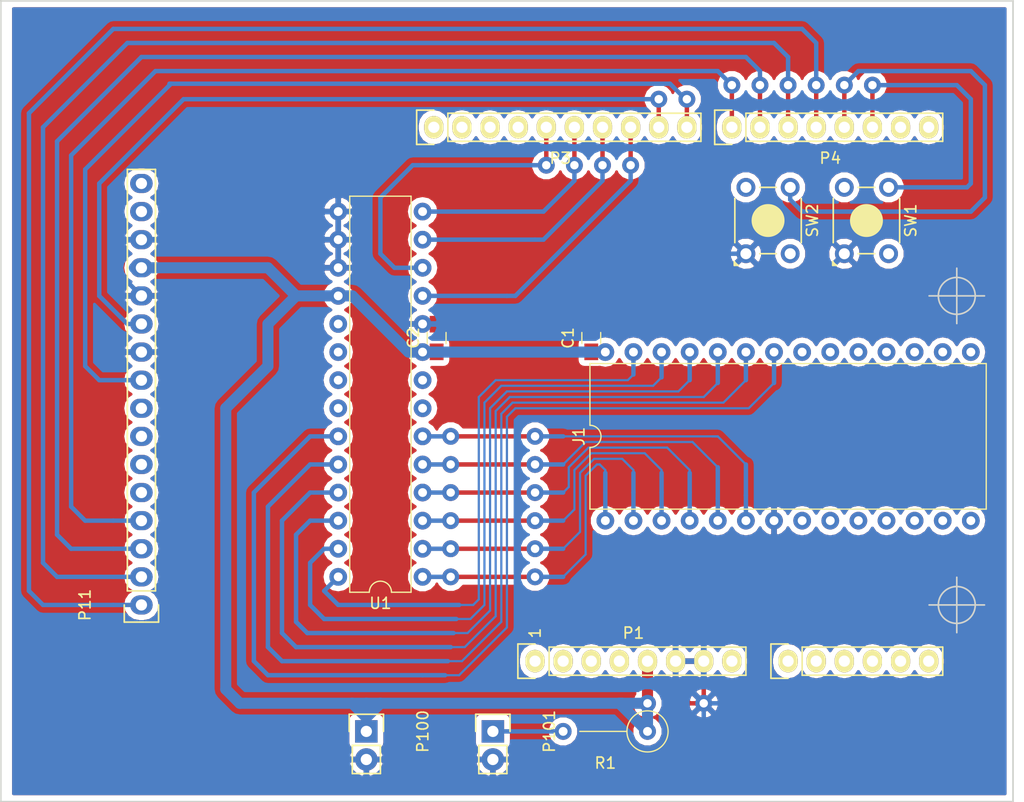
<source format=kicad_pcb>
(kicad_pcb (version 4) (host pcbnew 4.0.1-stable)

  (general
    (links 74)
    (no_connects 0)
    (area 90.602999 64.059999 183.134001 136.600001)
    (thickness 1.6)
    (drawings 30)
    (tracks 308)
    (zones 0)
    (modules 42)
    (nets 75)
  )

  (page A4)
  (title_block
    (title 74xx_tester)
    (date 2017-01-28)
    (rev 1.0)
    (company "Hiroshi Iwata")
  )

  (layers
    (0 F.Cu signal)
    (31 B.Cu signal hide)
    (32 B.Adhes user hide)
    (33 F.Adhes user hide)
    (34 B.Paste user hide)
    (35 F.Paste user hide)
    (36 B.SilkS user hide)
    (37 F.SilkS user hide)
    (38 B.Mask user hide)
    (39 F.Mask user hide)
    (40 Dwgs.User user hide)
    (41 Cmts.User user hide)
    (42 Eco1.User user)
    (43 Eco2.User user hide)
    (44 Edge.Cuts user)
    (45 Margin user hide)
    (46 B.CrtYd user hide)
    (47 F.CrtYd user hide)
    (48 B.Fab user hide)
    (49 F.Fab user hide)
  )

  (setup
    (last_trace_width 0.4)
    (user_trace_width 0.2)
    (user_trace_width 0.4)
    (user_trace_width 1)
    (trace_clearance 0.1524)
    (zone_clearance 0.508)
    (zone_45_only no)
    (trace_min 0.2)
    (segment_width 0.15)
    (edge_width 0.15)
    (via_size 1)
    (via_drill 0.4)
    (via_min_size 0.8)
    (via_min_drill 0.4)
    (user_via 0.8 0.4)
    (user_via 1 0.4)
    (uvia_size 0.3)
    (uvia_drill 0.1)
    (uvias_allowed no)
    (uvia_min_size 0.2)
    (uvia_min_drill 0.1)
    (pcb_text_width 0.3)
    (pcb_text_size 1.5 1.5)
    (mod_edge_width 0.15)
    (mod_text_size 1 1)
    (mod_text_width 0.15)
    (pad_size 1.524 1.524)
    (pad_drill 0.8)
    (pad_to_mask_clearance 0)
    (aux_axis_origin 89.408 137.795)
    (grid_origin 98.298 154.305)
    (visible_elements 7FFFFFFF)
    (pcbplotparams
      (layerselection 0x01400_80000001)
      (usegerberextensions false)
      (excludeedgelayer true)
      (linewidth 0.100000)
      (plotframeref false)
      (viasonmask false)
      (mode 1)
      (useauxorigin false)
      (hpglpennumber 1)
      (hpglpenspeed 20)
      (hpglpendiameter 15)
      (hpglpenoverlay 2)
      (psnegative false)
      (psa4output false)
      (plotreference true)
      (plotvalue true)
      (plotinvisibletext false)
      (padsonsilk false)
      (subtractmaskfromsilk false)
      (outputformat 1)
      (mirror false)
      (drillshape 0)
      (scaleselection 1)
      (outputdirectory 74xx_tester_v1.0))
  )

  (net 0 "")
  (net 1 +5V)
  (net 2 GND)
  (net 3 /A0)
  (net 4 /A1)
  (net 5 /A2)
  (net 6 /A3)
  (net 7 /AREF)
  (net 8 "/A4(SDA)")
  (net 9 "/A5(SCL)")
  (net 10 "/9(**)")
  (net 11 /8)
  (net 12 /7)
  (net 13 "/6(**)")
  (net 14 "/5(**)")
  (net 15 /4)
  (net 16 "/3(**)")
  (net 17 /2)
  (net 18 "/1(Tx)")
  (net 19 "/0(Rx)")
  (net 20 "/13(SCK)")
  (net 21 "/10(**/SS)")
  (net 22 "Net-(P1-Pad1)")
  (net 23 "/12(MISO)")
  (net 24 "/11(**/MOSI)")
  (net 25 "Net-(J1-Pad1)")
  (net 26 "Net-(J1-Pad15)")
  (net 27 "Net-(J1-Pad2)")
  (net 28 "Net-(J1-Pad16)")
  (net 29 "Net-(J1-Pad3)")
  (net 30 "Net-(J1-Pad17)")
  (net 31 "Net-(J1-Pad4)")
  (net 32 "Net-(J1-Pad18)")
  (net 33 "Net-(J1-Pad5)")
  (net 34 "Net-(J1-Pad19)")
  (net 35 "Net-(J1-Pad6)")
  (net 36 "Net-(J1-Pad20)")
  (net 37 "Net-(J1-Pad21)")
  (net 38 "Net-(J1-Pad8)")
  (net 39 "Net-(J1-Pad22)")
  (net 40 "Net-(J1-Pad9)")
  (net 41 "Net-(J1-Pad23)")
  (net 42 "Net-(J1-Pad10)")
  (net 43 "Net-(J1-Pad24)")
  (net 44 "Net-(J1-Pad11)")
  (net 45 "Net-(J1-Pad25)")
  (net 46 "Net-(J1-Pad12)")
  (net 47 "Net-(J1-Pad26)")
  (net 48 "Net-(J1-Pad13)")
  (net 49 "Net-(J1-Pad27)")
  (net 50 "Net-(J1-Pad14)")
  (net 51 "Net-(P1-Pad2)")
  (net 52 "Net-(P1-Pad3)")
  (net 53 "Net-(P1-Pad4)")
  (net 54 "Net-(P1-Pad8)")
  (net 55 "Net-(P3-Pad1)")
  (net 56 "Net-(P3-Pad2)")
  (net 57 "Net-(P11-Pad5)")
  (net 58 "Net-(P11-Pad6)")
  (net 59 "Net-(P11-Pad7)")
  (net 60 "Net-(P11-Pad8)")
  (net 61 "Net-(P11-Pad15)")
  (net 62 "Net-(P11-Pad16)")
  (net 63 "Net-(SW1-Pad3)")
  (net 64 "Net-(SW1-Pad2)")
  (net 65 "Net-(SW2-Pad3)")
  (net 66 "Net-(SW2-Pad2)")
  (net 67 "Net-(U1-Pad19)")
  (net 68 "Net-(U1-Pad20)")
  (net 69 "Net-(U1-Pad7)")
  (net 70 "Net-(U1-Pad21)")
  (net 71 "Net-(U1-Pad8)")
  (net 72 "Net-(U1-Pad22)")
  (net 73 "Net-(P101-Pad1)")
  (net 74 "Net-(P3-Pad4)")

  (net_class Default "This is the default net class."
    (clearance 0.1524)
    (trace_width 0.4)
    (via_dia 1)
    (via_drill 0.4)
    (uvia_dia 0.3)
    (uvia_drill 0.1)
    (add_net +5V)
    (add_net "/0(Rx)")
    (add_net "/1(Tx)")
    (add_net "/10(**/SS)")
    (add_net "/11(**/MOSI)")
    (add_net "/12(MISO)")
    (add_net "/13(SCK)")
    (add_net /2)
    (add_net "/3(**)")
    (add_net /4)
    (add_net "/5(**)")
    (add_net "/6(**)")
    (add_net /7)
    (add_net /8)
    (add_net "/9(**)")
    (add_net /A0)
    (add_net /A1)
    (add_net /A2)
    (add_net /A3)
    (add_net "/A4(SDA)")
    (add_net "/A5(SCL)")
    (add_net /AREF)
    (add_net GND)
    (add_net "Net-(J1-Pad1)")
    (add_net "Net-(J1-Pad10)")
    (add_net "Net-(J1-Pad11)")
    (add_net "Net-(J1-Pad12)")
    (add_net "Net-(J1-Pad13)")
    (add_net "Net-(J1-Pad14)")
    (add_net "Net-(J1-Pad15)")
    (add_net "Net-(J1-Pad16)")
    (add_net "Net-(J1-Pad17)")
    (add_net "Net-(J1-Pad18)")
    (add_net "Net-(J1-Pad19)")
    (add_net "Net-(J1-Pad2)")
    (add_net "Net-(J1-Pad20)")
    (add_net "Net-(J1-Pad21)")
    (add_net "Net-(J1-Pad22)")
    (add_net "Net-(J1-Pad23)")
    (add_net "Net-(J1-Pad24)")
    (add_net "Net-(J1-Pad25)")
    (add_net "Net-(J1-Pad26)")
    (add_net "Net-(J1-Pad27)")
    (add_net "Net-(J1-Pad3)")
    (add_net "Net-(J1-Pad4)")
    (add_net "Net-(J1-Pad5)")
    (add_net "Net-(J1-Pad6)")
    (add_net "Net-(J1-Pad8)")
    (add_net "Net-(J1-Pad9)")
    (add_net "Net-(P1-Pad1)")
    (add_net "Net-(P1-Pad2)")
    (add_net "Net-(P1-Pad3)")
    (add_net "Net-(P1-Pad4)")
    (add_net "Net-(P1-Pad8)")
    (add_net "Net-(P101-Pad1)")
    (add_net "Net-(P11-Pad15)")
    (add_net "Net-(P11-Pad16)")
    (add_net "Net-(P11-Pad5)")
    (add_net "Net-(P11-Pad6)")
    (add_net "Net-(P11-Pad7)")
    (add_net "Net-(P11-Pad8)")
    (add_net "Net-(P3-Pad1)")
    (add_net "Net-(P3-Pad2)")
    (add_net "Net-(P3-Pad4)")
    (add_net "Net-(SW1-Pad2)")
    (add_net "Net-(SW1-Pad3)")
    (add_net "Net-(SW2-Pad2)")
    (add_net "Net-(SW2-Pad3)")
    (add_net "Net-(U1-Pad19)")
    (add_net "Net-(U1-Pad20)")
    (add_net "Net-(U1-Pad21)")
    (add_net "Net-(U1-Pad22)")
    (add_net "Net-(U1-Pad7)")
    (add_net "Net-(U1-Pad8)")
  )

  (module Socket_Arduino_Uno:Socket_Strip_Arduino_1x06 locked (layer F.Cu) (tedit 588B53CB) (tstamp 551AF9FF)
    (at 161.798 123.825)
    (descr "Through hole socket strip")
    (tags "socket strip")
    (path /5517C323)
    (fp_text reference P2 (at 6.604 -2.54) (layer F.Fab)
      (effects (font (size 1 1) (thickness 0.15)))
    )
    (fp_text value Analog (at 6.604 -4.064) (layer F.Fab)
      (effects (font (size 1 1) (thickness 0.15)))
    )
    (fp_line (start -1.75 -1.75) (end -1.75 1.75) (layer F.CrtYd) (width 0.05))
    (fp_line (start 14.45 -1.75) (end 14.45 1.75) (layer F.CrtYd) (width 0.05))
    (fp_line (start -1.75 -1.75) (end 14.45 -1.75) (layer F.CrtYd) (width 0.05))
    (fp_line (start -1.75 1.75) (end 14.45 1.75) (layer F.CrtYd) (width 0.05))
    (fp_line (start 1.27 1.27) (end 13.97 1.27) (layer F.SilkS) (width 0.15))
    (fp_line (start 13.97 1.27) (end 13.97 -1.27) (layer F.SilkS) (width 0.15))
    (fp_line (start 13.97 -1.27) (end 1.27 -1.27) (layer F.SilkS) (width 0.15))
    (fp_line (start -1.55 1.55) (end 0 1.55) (layer F.SilkS) (width 0.15))
    (fp_line (start 1.27 1.27) (end 1.27 -1.27) (layer F.SilkS) (width 0.15))
    (fp_line (start 0 -1.55) (end -1.55 -1.55) (layer F.SilkS) (width 0.15))
    (fp_line (start -1.55 -1.55) (end -1.55 1.55) (layer F.SilkS) (width 0.15))
    (pad 1 thru_hole oval (at 0 0) (size 1.7272 2.032) (drill 1.016) (layers *.Cu *.Mask F.SilkS)
      (net 3 /A0))
    (pad 2 thru_hole oval (at 2.54 0) (size 1.7272 2.032) (drill 1.016) (layers *.Cu *.Mask F.SilkS)
      (net 4 /A1))
    (pad 3 thru_hole oval (at 5.08 0) (size 1.7272 2.032) (drill 1.016) (layers *.Cu *.Mask F.SilkS)
      (net 5 /A2))
    (pad 4 thru_hole oval (at 7.62 0) (size 1.7272 2.032) (drill 1.016) (layers *.Cu *.Mask F.SilkS)
      (net 6 /A3))
    (pad 5 thru_hole oval (at 10.16 0) (size 1.7272 2.032) (drill 1.016) (layers *.Cu *.Mask F.SilkS)
      (net 8 "/A4(SDA)"))
    (pad 6 thru_hole oval (at 12.7 0) (size 1.7272 2.032) (drill 1.016) (layers *.Cu *.Mask F.SilkS)
      (net 9 "/A5(SCL)"))
    (model ${KIPRJMOD}/Socket_Arduino_Uno.3dshapes/Socket_header_Arduino_1x06.wrl
      (at (xyz 0.25 0 0))
      (scale (xyz 1 1 1))
      (rotate (xyz 0 0 180))
    )
  )

  (module Resistors_ThroughHole:R_Axial_DIN0411_L9.9mm_D3.6mm_P7.62mm_Vertical (layer F.Cu) (tedit 588B6037) (tstamp 588ADEFC)
    (at 149.098 130.175 180)
    (descr "Resistor, Axial_DIN0411 series, Axial, Vertical, pin pitch=7.62mm, 1W = 1/1W, length*diameter=9.9*3.6mm^2")
    (tags "Resistor Axial_DIN0411 series Axial Vertical pin pitch 7.62mm 1W = 1/1W length 9.9mm diameter 3.6mm")
    (path /5888F3F6)
    (fp_text reference R1 (at 3.81 -2.86 180) (layer F.SilkS)
      (effects (font (size 1 1) (thickness 0.15)))
    )
    (fp_text value R (at 3.81 2.86 180) (layer F.Fab)
      (effects (font (size 1 1) (thickness 0.15)))
    )
    (fp_circle (center 0 0) (end 1.8 0) (layer F.Fab) (width 0.1))
    (fp_circle (center 0 0) (end 1.86 0) (layer F.SilkS) (width 0.12))
    (fp_line (start 0 0) (end 7.62 0) (layer F.Fab) (width 0.1))
    (fp_line (start 1.86 0) (end 6.12 0) (layer F.SilkS) (width 0.12))
    (fp_line (start -2.15 -2.15) (end -2.15 2.15) (layer F.CrtYd) (width 0.05))
    (fp_line (start -2.15 2.15) (end 9.15 2.15) (layer F.CrtYd) (width 0.05))
    (fp_line (start 9.15 2.15) (end 9.15 -2.15) (layer F.CrtYd) (width 0.05))
    (fp_line (start 9.15 -2.15) (end -2.15 -2.15) (layer F.CrtYd) (width 0.05))
    (pad 1 thru_hole circle (at 0 0 180) (size 1.524 1.524) (drill 0.8) (layers *.Cu *.Mask)
      (net 1 +5V))
    (pad 2 thru_hole circle (at 7.62 0 180) (size 1.524 1.524) (drill 0.8) (layers *.Cu *.Mask)
      (net 73 "Net-(P101-Pad1)"))
    (model Resistors_ThroughHole.3dshapes/R_Axial_DIN0411_L9.9mm_D3.6mm_P7.62mm_Vertical.wrl
      (at (xyz 0 0 0))
      (scale (xyz 0.393701 0.393701 0.393701))
      (rotate (xyz 0 0 0))
    )
  )

  (module Socket_Arduino_Uno:Socket_Strip_Arduino_1x08 locked (layer F.Cu) (tedit 552168D2) (tstamp 551AF9EA)
    (at 138.938 123.825)
    (descr "Through hole socket strip")
    (tags "socket strip")
    (path /5517C2C1)
    (fp_text reference P1 (at 8.89 -2.54) (layer F.SilkS)
      (effects (font (size 1 1) (thickness 0.15)))
    )
    (fp_text value Power (at 8.89 -4.064) (layer F.Fab)
      (effects (font (size 1 1) (thickness 0.15)))
    )
    (fp_line (start -1.75 -1.75) (end -1.75 1.75) (layer F.CrtYd) (width 0.05))
    (fp_line (start 19.55 -1.75) (end 19.55 1.75) (layer F.CrtYd) (width 0.05))
    (fp_line (start -1.75 -1.75) (end 19.55 -1.75) (layer F.CrtYd) (width 0.05))
    (fp_line (start -1.75 1.75) (end 19.55 1.75) (layer F.CrtYd) (width 0.05))
    (fp_line (start 1.27 1.27) (end 19.05 1.27) (layer F.SilkS) (width 0.15))
    (fp_line (start 19.05 1.27) (end 19.05 -1.27) (layer F.SilkS) (width 0.15))
    (fp_line (start 19.05 -1.27) (end 1.27 -1.27) (layer F.SilkS) (width 0.15))
    (fp_line (start -1.55 1.55) (end 0 1.55) (layer F.SilkS) (width 0.15))
    (fp_line (start 1.27 1.27) (end 1.27 -1.27) (layer F.SilkS) (width 0.15))
    (fp_line (start 0 -1.55) (end -1.55 -1.55) (layer F.SilkS) (width 0.15))
    (fp_line (start -1.55 -1.55) (end -1.55 1.55) (layer F.SilkS) (width 0.15))
    (pad 1 thru_hole oval (at 0 0) (size 1.7272 2.032) (drill 1.016) (layers *.Cu *.Mask F.SilkS)
      (net 22 "Net-(P1-Pad1)"))
    (pad 2 thru_hole oval (at 2.54 0) (size 1.7272 2.032) (drill 1.016) (layers *.Cu *.Mask F.SilkS)
      (net 51 "Net-(P1-Pad2)"))
    (pad 3 thru_hole oval (at 5.08 0) (size 1.7272 2.032) (drill 1.016) (layers *.Cu *.Mask F.SilkS)
      (net 52 "Net-(P1-Pad3)"))
    (pad 4 thru_hole oval (at 7.62 0) (size 1.7272 2.032) (drill 1.016) (layers *.Cu *.Mask F.SilkS)
      (net 53 "Net-(P1-Pad4)"))
    (pad 5 thru_hole oval (at 10.16 0) (size 1.7272 2.032) (drill 1.016) (layers *.Cu *.Mask F.SilkS)
      (net 1 +5V))
    (pad 6 thru_hole oval (at 12.7 0) (size 1.7272 2.032) (drill 1.016) (layers *.Cu *.Mask F.SilkS)
      (net 2 GND))
    (pad 7 thru_hole oval (at 15.24 0) (size 1.7272 2.032) (drill 1.016) (layers *.Cu *.Mask F.SilkS)
      (net 2 GND))
    (pad 8 thru_hole oval (at 17.78 0) (size 1.7272 2.032) (drill 1.016) (layers *.Cu *.Mask F.SilkS)
      (net 54 "Net-(P1-Pad8)"))
    (model ${KIPRJMOD}/Socket_Arduino_Uno.3dshapes/Socket_header_Arduino_1x08.wrl
      (at (xyz 0.35 0 0))
      (scale (xyz 1 1 1))
      (rotate (xyz 0 0 180))
    )
  )

  (module Socket_Arduino_Uno:Socket_Strip_Arduino_1x10 locked (layer F.Cu) (tedit 552168BF) (tstamp 551AFA18)
    (at 129.794 75.565)
    (descr "Through hole socket strip")
    (tags "socket strip")
    (path /5517C46C)
    (fp_text reference P3 (at 11.43 2.794) (layer F.SilkS)
      (effects (font (size 1 1) (thickness 0.15)))
    )
    (fp_text value Digital (at 11.43 4.318) (layer F.Fab)
      (effects (font (size 1 1) (thickness 0.15)))
    )
    (fp_line (start -1.75 -1.75) (end -1.75 1.75) (layer F.CrtYd) (width 0.05))
    (fp_line (start 24.65 -1.75) (end 24.65 1.75) (layer F.CrtYd) (width 0.05))
    (fp_line (start -1.75 -1.75) (end 24.65 -1.75) (layer F.CrtYd) (width 0.05))
    (fp_line (start -1.75 1.75) (end 24.65 1.75) (layer F.CrtYd) (width 0.05))
    (fp_line (start 1.27 1.27) (end 24.13 1.27) (layer F.SilkS) (width 0.15))
    (fp_line (start 24.13 1.27) (end 24.13 -1.27) (layer F.SilkS) (width 0.15))
    (fp_line (start 24.13 -1.27) (end 1.27 -1.27) (layer F.SilkS) (width 0.15))
    (fp_line (start -1.55 1.55) (end 0 1.55) (layer F.SilkS) (width 0.15))
    (fp_line (start 1.27 1.27) (end 1.27 -1.27) (layer F.SilkS) (width 0.15))
    (fp_line (start 0 -1.55) (end -1.55 -1.55) (layer F.SilkS) (width 0.15))
    (fp_line (start -1.55 -1.55) (end -1.55 1.55) (layer F.SilkS) (width 0.15))
    (pad 1 thru_hole oval (at 0 0) (size 1.7272 2.032) (drill 1.016) (layers *.Cu *.Mask F.SilkS)
      (net 55 "Net-(P3-Pad1)"))
    (pad 2 thru_hole oval (at 2.54 0) (size 1.7272 2.032) (drill 1.016) (layers *.Cu *.Mask F.SilkS)
      (net 56 "Net-(P3-Pad2)"))
    (pad 3 thru_hole oval (at 5.08 0) (size 1.7272 2.032) (drill 1.016) (layers *.Cu *.Mask F.SilkS)
      (net 7 /AREF))
    (pad 4 thru_hole oval (at 7.62 0) (size 1.7272 2.032) (drill 1.016) (layers *.Cu *.Mask F.SilkS)
      (net 74 "Net-(P3-Pad4)"))
    (pad 5 thru_hole oval (at 10.16 0) (size 1.7272 2.032) (drill 1.016) (layers *.Cu *.Mask F.SilkS)
      (net 20 "/13(SCK)"))
    (pad 6 thru_hole oval (at 12.7 0) (size 1.7272 2.032) (drill 1.016) (layers *.Cu *.Mask F.SilkS)
      (net 23 "/12(MISO)"))
    (pad 7 thru_hole oval (at 15.24 0) (size 1.7272 2.032) (drill 1.016) (layers *.Cu *.Mask F.SilkS)
      (net 24 "/11(**/MOSI)"))
    (pad 8 thru_hole oval (at 17.78 0) (size 1.7272 2.032) (drill 1.016) (layers *.Cu *.Mask F.SilkS)
      (net 21 "/10(**/SS)"))
    (pad 9 thru_hole oval (at 20.32 0) (size 1.7272 2.032) (drill 1.016) (layers *.Cu *.Mask F.SilkS)
      (net 10 "/9(**)"))
    (pad 10 thru_hole oval (at 22.86 0) (size 1.7272 2.032) (drill 1.016) (layers *.Cu *.Mask F.SilkS)
      (net 11 /8))
    (model ${KIPRJMOD}/Socket_Arduino_Uno.3dshapes/Socket_header_Arduino_1x10.wrl
      (at (xyz 0.45 0 0))
      (scale (xyz 1 1 1))
      (rotate (xyz 0 0 180))
    )
  )

  (module Socket_Arduino_Uno:Socket_Strip_Arduino_1x08 locked (layer F.Cu) (tedit 552168C7) (tstamp 551AFA2F)
    (at 156.718 75.565)
    (descr "Through hole socket strip")
    (tags "socket strip")
    (path /5517C366)
    (fp_text reference P4 (at 8.89 2.794) (layer F.SilkS)
      (effects (font (size 1 1) (thickness 0.15)))
    )
    (fp_text value Digital (at 8.89 4.318) (layer F.Fab)
      (effects (font (size 1 1) (thickness 0.15)))
    )
    (fp_line (start -1.75 -1.75) (end -1.75 1.75) (layer F.CrtYd) (width 0.05))
    (fp_line (start 19.55 -1.75) (end 19.55 1.75) (layer F.CrtYd) (width 0.05))
    (fp_line (start -1.75 -1.75) (end 19.55 -1.75) (layer F.CrtYd) (width 0.05))
    (fp_line (start -1.75 1.75) (end 19.55 1.75) (layer F.CrtYd) (width 0.05))
    (fp_line (start 1.27 1.27) (end 19.05 1.27) (layer F.SilkS) (width 0.15))
    (fp_line (start 19.05 1.27) (end 19.05 -1.27) (layer F.SilkS) (width 0.15))
    (fp_line (start 19.05 -1.27) (end 1.27 -1.27) (layer F.SilkS) (width 0.15))
    (fp_line (start -1.55 1.55) (end 0 1.55) (layer F.SilkS) (width 0.15))
    (fp_line (start 1.27 1.27) (end 1.27 -1.27) (layer F.SilkS) (width 0.15))
    (fp_line (start 0 -1.55) (end -1.55 -1.55) (layer F.SilkS) (width 0.15))
    (fp_line (start -1.55 -1.55) (end -1.55 1.55) (layer F.SilkS) (width 0.15))
    (pad 1 thru_hole oval (at 0 0) (size 1.7272 2.032) (drill 1.016) (layers *.Cu *.Mask F.SilkS)
      (net 12 /7))
    (pad 2 thru_hole oval (at 2.54 0) (size 1.7272 2.032) (drill 1.016) (layers *.Cu *.Mask F.SilkS)
      (net 13 "/6(**)"))
    (pad 3 thru_hole oval (at 5.08 0) (size 1.7272 2.032) (drill 1.016) (layers *.Cu *.Mask F.SilkS)
      (net 14 "/5(**)"))
    (pad 4 thru_hole oval (at 7.62 0) (size 1.7272 2.032) (drill 1.016) (layers *.Cu *.Mask F.SilkS)
      (net 15 /4))
    (pad 5 thru_hole oval (at 10.16 0) (size 1.7272 2.032) (drill 1.016) (layers *.Cu *.Mask F.SilkS)
      (net 16 "/3(**)"))
    (pad 6 thru_hole oval (at 12.7 0) (size 1.7272 2.032) (drill 1.016) (layers *.Cu *.Mask F.SilkS)
      (net 17 /2))
    (pad 7 thru_hole oval (at 15.24 0) (size 1.7272 2.032) (drill 1.016) (layers *.Cu *.Mask F.SilkS)
      (net 18 "/1(Tx)"))
    (pad 8 thru_hole oval (at 17.78 0) (size 1.7272 2.032) (drill 1.016) (layers *.Cu *.Mask F.SilkS)
      (net 19 "/0(Rx)"))
    (model ${KIPRJMOD}/Socket_Arduino_Uno.3dshapes/Socket_header_Arduino_1x08.wrl
      (at (xyz 0.35 0 0))
      (scale (xyz 1 1 1))
      (rotate (xyz 0 0 180))
    )
  )

  (module Housings_DIP:DIP-28_W15.24mm (layer F.Cu) (tedit 588B5FCC) (tstamp 588ADED7)
    (at 145.288 111.125 90)
    (descr "28-lead dip package, row spacing 15.24 mm (600 mils)")
    (tags "DIL DIP PDIP 2.54mm 15.24mm 600mil")
    (path /588AD448)
    (fp_text reference J1 (at 7.62 -2.39 90) (layer F.SilkS)
      (effects (font (size 1 1) (thickness 0.15)))
    )
    (fp_text value SUPP28 (at 7.62 35.41 90) (layer F.Fab)
      (effects (font (size 1 1) (thickness 0.15)))
    )
    (fp_arc (start 7.62 -1.39) (end 6.62 -1.39) (angle -180) (layer F.SilkS) (width 0.12))
    (fp_line (start 1.255 -1.27) (end 14.985 -1.27) (layer F.Fab) (width 0.1))
    (fp_line (start 14.985 -1.27) (end 14.985 34.29) (layer F.Fab) (width 0.1))
    (fp_line (start 14.985 34.29) (end 0.255 34.29) (layer F.Fab) (width 0.1))
    (fp_line (start 0.255 34.29) (end 0.255 -0.27) (layer F.Fab) (width 0.1))
    (fp_line (start 0.255 -0.27) (end 1.255 -1.27) (layer F.Fab) (width 0.1))
    (fp_line (start 6.62 -1.39) (end 1.04 -1.39) (layer F.SilkS) (width 0.12))
    (fp_line (start 1.04 -1.39) (end 1.04 34.41) (layer F.SilkS) (width 0.12))
    (fp_line (start 1.04 34.41) (end 14.2 34.41) (layer F.SilkS) (width 0.12))
    (fp_line (start 14.2 34.41) (end 14.2 -1.39) (layer F.SilkS) (width 0.12))
    (fp_line (start 14.2 -1.39) (end 8.62 -1.39) (layer F.SilkS) (width 0.12))
    (fp_line (start -1.1 -1.6) (end -1.1 34.6) (layer F.CrtYd) (width 0.05))
    (fp_line (start -1.1 34.6) (end 16.3 34.6) (layer F.CrtYd) (width 0.05))
    (fp_line (start 16.3 34.6) (end 16.3 -1.6) (layer F.CrtYd) (width 0.05))
    (fp_line (start 16.3 -1.6) (end -1.1 -1.6) (layer F.CrtYd) (width 0.05))
    (pad 1 thru_hole circle (at 0 0 90) (size 1.6 1.6) (drill 0.8) (layers *.Cu *.Mask)
      (net 25 "Net-(J1-Pad1)"))
    (pad 15 thru_hole oval (at 15.24 33.02 90) (size 1.6 1.6) (drill 0.8) (layers *.Cu *.Mask)
      (net 26 "Net-(J1-Pad15)"))
    (pad 2 thru_hole oval (at 0 2.54 90) (size 1.6 1.6) (drill 0.8) (layers *.Cu *.Mask)
      (net 27 "Net-(J1-Pad2)"))
    (pad 16 thru_hole oval (at 15.24 30.48 90) (size 1.6 1.6) (drill 0.8) (layers *.Cu *.Mask)
      (net 28 "Net-(J1-Pad16)"))
    (pad 3 thru_hole oval (at 0 5.08 90) (size 1.6 1.6) (drill 0.8) (layers *.Cu *.Mask)
      (net 29 "Net-(J1-Pad3)"))
    (pad 17 thru_hole oval (at 15.24 27.94 90) (size 1.6 1.6) (drill 0.8) (layers *.Cu *.Mask)
      (net 30 "Net-(J1-Pad17)"))
    (pad 4 thru_hole oval (at 0 7.62 90) (size 1.6 1.6) (drill 0.8) (layers *.Cu *.Mask)
      (net 31 "Net-(J1-Pad4)"))
    (pad 18 thru_hole oval (at 15.24 25.4 90) (size 1.6 1.6) (drill 0.8) (layers *.Cu *.Mask)
      (net 32 "Net-(J1-Pad18)"))
    (pad 5 thru_hole oval (at 0 10.16 90) (size 1.6 1.6) (drill 0.8) (layers *.Cu *.Mask)
      (net 33 "Net-(J1-Pad5)"))
    (pad 19 thru_hole oval (at 15.24 22.86 90) (size 1.6 1.6) (drill 0.8) (layers *.Cu *.Mask)
      (net 34 "Net-(J1-Pad19)"))
    (pad 6 thru_hole oval (at 0 12.7 90) (size 1.6 1.6) (drill 0.8) (layers *.Cu *.Mask)
      (net 35 "Net-(J1-Pad6)"))
    (pad 20 thru_hole oval (at 15.24 20.32 90) (size 1.6 1.6) (drill 0.8) (layers *.Cu *.Mask)
      (net 36 "Net-(J1-Pad20)"))
    (pad 7 thru_hole oval (at 0 15.24 90) (size 1.6 1.6) (drill 0.8) (layers *.Cu *.Mask)
      (net 2 GND))
    (pad 21 thru_hole oval (at 15.24 17.78 90) (size 1.6 1.6) (drill 0.8) (layers *.Cu *.Mask)
      (net 37 "Net-(J1-Pad21)"))
    (pad 8 thru_hole oval (at 0 17.78 90) (size 1.6 1.6) (drill 0.8) (layers *.Cu *.Mask)
      (net 38 "Net-(J1-Pad8)"))
    (pad 22 thru_hole oval (at 15.24 15.24 90) (size 1.6 1.6) (drill 0.8) (layers *.Cu *.Mask)
      (net 39 "Net-(J1-Pad22)"))
    (pad 9 thru_hole oval (at 0 20.32 90) (size 1.6 1.6) (drill 0.8) (layers *.Cu *.Mask)
      (net 40 "Net-(J1-Pad9)"))
    (pad 23 thru_hole oval (at 15.24 12.7 90) (size 1.6 1.6) (drill 0.8) (layers *.Cu *.Mask)
      (net 41 "Net-(J1-Pad23)"))
    (pad 10 thru_hole oval (at 0 22.86 90) (size 1.6 1.6) (drill 0.8) (layers *.Cu *.Mask)
      (net 42 "Net-(J1-Pad10)"))
    (pad 24 thru_hole oval (at 15.24 10.16 90) (size 1.6 1.6) (drill 0.8) (layers *.Cu *.Mask)
      (net 43 "Net-(J1-Pad24)"))
    (pad 11 thru_hole oval (at 0 25.4 90) (size 1.6 1.6) (drill 0.8) (layers *.Cu *.Mask)
      (net 44 "Net-(J1-Pad11)"))
    (pad 25 thru_hole oval (at 15.24 7.62 90) (size 1.6 1.6) (drill 0.8) (layers *.Cu *.Mask)
      (net 45 "Net-(J1-Pad25)"))
    (pad 12 thru_hole oval (at 0 27.94 90) (size 1.6 1.6) (drill 0.8) (layers *.Cu *.Mask)
      (net 46 "Net-(J1-Pad12)"))
    (pad 26 thru_hole oval (at 15.24 5.08 90) (size 1.6 1.6) (drill 0.8) (layers *.Cu *.Mask)
      (net 47 "Net-(J1-Pad26)"))
    (pad 13 thru_hole oval (at 0 30.48 90) (size 1.6 1.6) (drill 0.8) (layers *.Cu *.Mask)
      (net 48 "Net-(J1-Pad13)"))
    (pad 27 thru_hole oval (at 15.24 2.54 90) (size 1.6 1.6) (drill 0.8) (layers *.Cu *.Mask)
      (net 49 "Net-(J1-Pad27)"))
    (pad 14 thru_hole oval (at 0 33.02 90) (size 1.6 1.6) (drill 0.8) (layers *.Cu *.Mask)
      (net 50 "Net-(J1-Pad14)"))
    (pad 28 thru_hole oval (at 15.24 0 90) (size 1.6 1.6) (drill 0.8) (layers *.Cu *.Mask)
      (net 1 +5V))
    (model Housings_DIP.3dshapes/DIP-28_W15.24mm.wrl
      (at (xyz 0 0 0))
      (scale (xyz 1 1 1))
      (rotate (xyz 0 0 0))
    )
  )

  (module Socket_Strips:Socket_Strip_Straight_1x16 (layer F.Cu) (tedit 588B5FDE) (tstamp 588ADEF6)
    (at 103.378 118.745 90)
    (descr "Through hole socket strip")
    (tags "socket strip")
    (path /58888C5B)
    (fp_text reference P11 (at 0 -5.1 90) (layer F.SilkS)
      (effects (font (size 1 1) (thickness 0.15)))
    )
    (fp_text value CONN_01X16 (at 0 -3.1 90) (layer F.Fab)
      (effects (font (size 1 1) (thickness 0.15)))
    )
    (fp_line (start -1.75 -1.75) (end -1.75 1.75) (layer F.CrtYd) (width 0.05))
    (fp_line (start 39.85 -1.75) (end 39.85 1.75) (layer F.CrtYd) (width 0.05))
    (fp_line (start -1.75 -1.75) (end 39.85 -1.75) (layer F.CrtYd) (width 0.05))
    (fp_line (start -1.75 1.75) (end 39.85 1.75) (layer F.CrtYd) (width 0.05))
    (fp_line (start 1.27 -1.27) (end 39.37 -1.27) (layer F.SilkS) (width 0.15))
    (fp_line (start 39.37 -1.27) (end 39.37 1.27) (layer F.SilkS) (width 0.15))
    (fp_line (start 39.37 1.27) (end 1.27 1.27) (layer F.SilkS) (width 0.15))
    (fp_line (start -1.55 1.55) (end 0 1.55) (layer F.SilkS) (width 0.15))
    (fp_line (start 1.27 1.27) (end 1.27 -1.27) (layer F.SilkS) (width 0.15))
    (fp_line (start 0 -1.55) (end -1.55 -1.55) (layer F.SilkS) (width 0.15))
    (fp_line (start -1.55 -1.55) (end -1.55 1.55) (layer F.SilkS) (width 0.15))
    (pad 1 thru_hole oval (at 0 0 90) (size 1.7272 2.032) (drill 1.016) (layers *.Cu *.Mask)
      (net 15 /4))
    (pad 2 thru_hole oval (at 2.54 0 90) (size 1.7272 2.032) (drill 1.016) (layers *.Cu *.Mask)
      (net 14 "/5(**)"))
    (pad 3 thru_hole oval (at 5.08 0 90) (size 1.7272 2.032) (drill 1.016) (layers *.Cu *.Mask)
      (net 13 "/6(**)"))
    (pad 4 thru_hole oval (at 7.62 0 90) (size 1.7272 2.032) (drill 1.016) (layers *.Cu *.Mask)
      (net 12 /7))
    (pad 5 thru_hole oval (at 10.16 0 90) (size 1.7272 2.032) (drill 1.016) (layers *.Cu *.Mask)
      (net 57 "Net-(P11-Pad5)"))
    (pad 6 thru_hole oval (at 12.7 0 90) (size 1.7272 2.032) (drill 1.016) (layers *.Cu *.Mask)
      (net 58 "Net-(P11-Pad6)"))
    (pad 7 thru_hole oval (at 15.24 0 90) (size 1.7272 2.032) (drill 1.016) (layers *.Cu *.Mask)
      (net 59 "Net-(P11-Pad7)"))
    (pad 8 thru_hole oval (at 17.78 0 90) (size 1.7272 2.032) (drill 1.016) (layers *.Cu *.Mask)
      (net 60 "Net-(P11-Pad8)"))
    (pad 9 thru_hole oval (at 20.32 0 90) (size 1.7272 2.032) (drill 1.016) (layers *.Cu *.Mask)
      (net 11 /8))
    (pad 10 thru_hole oval (at 22.86 0 90) (size 1.7272 2.032) (drill 1.016) (layers *.Cu *.Mask)
      (net 2 GND))
    (pad 11 thru_hole oval (at 25.4 0 90) (size 1.7272 2.032) (drill 1.016) (layers *.Cu *.Mask)
      (net 10 "/9(**)"))
    (pad 12 thru_hole oval (at 27.94 0 90) (size 1.7272 2.032) (drill 1.016) (layers *.Cu *.Mask)
      (net 2 GND))
    (pad 13 thru_hole oval (at 30.48 0 90) (size 1.7272 2.032) (drill 1.016) (layers *.Cu *.Mask)
      (net 1 +5V))
    (pad 14 thru_hole oval (at 33.02 0 90) (size 1.7272 2.032) (drill 1.016) (layers *.Cu *.Mask)
      (net 2 GND))
    (pad 15 thru_hole oval (at 35.56 0 90) (size 1.7272 2.032) (drill 1.016) (layers *.Cu *.Mask)
      (net 61 "Net-(P11-Pad15)"))
    (pad 16 thru_hole oval (at 38.1 0 90) (size 1.7272 2.032) (drill 1.016) (layers *.Cu *.Mask)
      (net 62 "Net-(P11-Pad16)"))
    (model Socket_Strips.3dshapes/Socket_Strip_Straight_1x16.wrl
      (at (xyz 0.75 0 0))
      (scale (xyz 1 1 1))
      (rotate (xyz 0 0 180))
    )
  )

  (module Buttons_Switches_ThroughHole:SW_TH_Tactile_Omron_B3F-10xx (layer F.Cu) (tedit 563F14D4) (tstamp 588ADF04)
    (at 166.878 86.995 90)
    (descr SW_TH_Tactile_Omron_B3F-10xx)
    (tags "Omron B3F-10xx")
    (path /588895AD)
    (fp_text reference SW1 (at 3 6 90) (layer F.SilkS)
      (effects (font (size 1 1) (thickness 0.15)))
    )
    (fp_text value Switch_DPST (at 2.95 -2.05 90) (layer F.Fab)
      (effects (font (size 1 1) (thickness 0.15)))
    )
    (fp_line (start -0.95 -1) (end -0.95 -0.9) (layer F.SilkS) (width 0.15))
    (fp_line (start -1.05 -1.05) (end -0.7 -1.05) (layer F.SilkS) (width 0.15))
    (fp_arc (start 0 0) (end -1.05 -0.7) (angle 22.61986495) (layer F.SilkS) (width 0.15))
    (fp_line (start -1.05 -1.05) (end -1.05 -0.7) (layer F.SilkS) (width 0.15))
    (fp_line (start 7.15 -1.15) (end 0.45 -1.15) (layer F.CrtYd) (width 0.05))
    (fp_line (start 7.15 5.15) (end 7.15 -1.15) (layer F.CrtYd) (width 0.05))
    (fp_line (start -1.15 5.15) (end 7.15 5.15) (layer F.CrtYd) (width 0.05))
    (fp_line (start -1.15 0) (end -1.15 5.15) (layer F.CrtYd) (width 0.05))
    (fp_line (start -1.15 -1.15) (end 0.45 -1.15) (layer F.CrtYd) (width 0.05))
    (fp_line (start -1.15 0) (end -1.15 -1.15) (layer F.CrtYd) (width 0.05))
    (fp_circle (center 3 2) (end 4 3) (layer F.SilkS) (width 0.15))
    (fp_line (start 1 5) (end 5 5) (layer F.SilkS) (width 0.15))
    (fp_line (start 1 -1) (end 5 -1) (layer F.SilkS) (width 0.15))
    (fp_line (start 0 2.75) (end 0 1.25) (layer F.SilkS) (width 0.15))
    (fp_line (start 6 1.25) (end 6 2.75) (layer F.SilkS) (width 0.15))
    (fp_line (start 0 2) (end 0 2) (layer F.SilkS) (width 0))
    (fp_line (start 5 5) (end 1 5) (layer F.SilkS) (width 0))
    (fp_line (start 5 -1) (end 1 -1) (layer F.SilkS) (width 0))
    (fp_line (start 6 2) (end 6 2) (layer F.SilkS) (width 0))
    (fp_circle (center 3 2) (end 4 3) (layer F.SilkS) (width 0))
    (pad 4 thru_hole circle (at 6 4 90) (size 1.7 1.7) (drill 1) (layers *.Cu *.Mask)
      (net 17 /2))
    (pad 3 thru_hole circle (at 0 4 90) (size 1.7 1.7) (drill 1) (layers *.Cu *.Mask)
      (net 63 "Net-(SW1-Pad3)"))
    (pad 2 thru_hole circle (at 6 0 90) (size 1.7 1.7) (drill 1) (layers *.Cu *.Mask)
      (net 64 "Net-(SW1-Pad2)"))
    (pad 1 thru_hole circle (at 0 0 90) (size 1.7 1.7) (drill 1) (layers *.Cu *.Mask)
      (net 2 GND))
  )

  (module Buttons_Switches_ThroughHole:SW_TH_Tactile_Omron_B3F-10xx (layer F.Cu) (tedit 563F14D4) (tstamp 588ADF0C)
    (at 157.988 86.995 90)
    (descr SW_TH_Tactile_Omron_B3F-10xx)
    (tags "Omron B3F-10xx")
    (path /588897C5)
    (fp_text reference SW2 (at 3 6 90) (layer F.SilkS)
      (effects (font (size 1 1) (thickness 0.15)))
    )
    (fp_text value Switch_DPST (at 2.95 -2.05 90) (layer F.Fab)
      (effects (font (size 1 1) (thickness 0.15)))
    )
    (fp_line (start -0.95 -1) (end -0.95 -0.9) (layer F.SilkS) (width 0.15))
    (fp_line (start -1.05 -1.05) (end -0.7 -1.05) (layer F.SilkS) (width 0.15))
    (fp_arc (start 0 0) (end -1.05 -0.7) (angle 22.61986495) (layer F.SilkS) (width 0.15))
    (fp_line (start -1.05 -1.05) (end -1.05 -0.7) (layer F.SilkS) (width 0.15))
    (fp_line (start 7.15 -1.15) (end 0.45 -1.15) (layer F.CrtYd) (width 0.05))
    (fp_line (start 7.15 5.15) (end 7.15 -1.15) (layer F.CrtYd) (width 0.05))
    (fp_line (start -1.15 5.15) (end 7.15 5.15) (layer F.CrtYd) (width 0.05))
    (fp_line (start -1.15 0) (end -1.15 5.15) (layer F.CrtYd) (width 0.05))
    (fp_line (start -1.15 -1.15) (end 0.45 -1.15) (layer F.CrtYd) (width 0.05))
    (fp_line (start -1.15 0) (end -1.15 -1.15) (layer F.CrtYd) (width 0.05))
    (fp_circle (center 3 2) (end 4 3) (layer F.SilkS) (width 0.15))
    (fp_line (start 1 5) (end 5 5) (layer F.SilkS) (width 0.15))
    (fp_line (start 1 -1) (end 5 -1) (layer F.SilkS) (width 0.15))
    (fp_line (start 0 2.75) (end 0 1.25) (layer F.SilkS) (width 0.15))
    (fp_line (start 6 1.25) (end 6 2.75) (layer F.SilkS) (width 0.15))
    (fp_line (start 0 2) (end 0 2) (layer F.SilkS) (width 0))
    (fp_line (start 5 5) (end 1 5) (layer F.SilkS) (width 0))
    (fp_line (start 5 -1) (end 1 -1) (layer F.SilkS) (width 0))
    (fp_line (start 6 2) (end 6 2) (layer F.SilkS) (width 0))
    (fp_circle (center 3 2) (end 4 3) (layer F.SilkS) (width 0))
    (pad 4 thru_hole circle (at 6 4 90) (size 1.7 1.7) (drill 1) (layers *.Cu *.Mask)
      (net 16 "/3(**)"))
    (pad 3 thru_hole circle (at 0 4 90) (size 1.7 1.7) (drill 1) (layers *.Cu *.Mask)
      (net 65 "Net-(SW2-Pad3)"))
    (pad 2 thru_hole circle (at 6 0 90) (size 1.7 1.7) (drill 1) (layers *.Cu *.Mask)
      (net 66 "Net-(SW2-Pad2)"))
    (pad 1 thru_hole circle (at 0 0 90) (size 1.7 1.7) (drill 1) (layers *.Cu *.Mask)
      (net 2 GND))
  )

  (module Housings_DIP:DIP-28_W7.62mm (layer F.Cu) (tedit 588B5FD7) (tstamp 588ADF2C)
    (at 128.778 116.205 180)
    (descr "28-lead dip package, row spacing 7.62 mm (300 mils)")
    (tags "DIL DIP PDIP 2.54mm 7.62mm 300mil")
    (path /5888933A)
    (fp_text reference U1 (at 3.81 -2.39 180) (layer F.SilkS)
      (effects (font (size 1 1) (thickness 0.15)))
    )
    (fp_text value DIL28 (at 3.81 35.41 180) (layer F.Fab)
      (effects (font (size 1 1) (thickness 0.15)))
    )
    (fp_arc (start 3.81 -1.39) (end 2.81 -1.39) (angle -180) (layer F.SilkS) (width 0.12))
    (fp_line (start 1.635 -1.27) (end 6.985 -1.27) (layer F.Fab) (width 0.1))
    (fp_line (start 6.985 -1.27) (end 6.985 34.29) (layer F.Fab) (width 0.1))
    (fp_line (start 6.985 34.29) (end 0.635 34.29) (layer F.Fab) (width 0.1))
    (fp_line (start 0.635 34.29) (end 0.635 -0.27) (layer F.Fab) (width 0.1))
    (fp_line (start 0.635 -0.27) (end 1.635 -1.27) (layer F.Fab) (width 0.1))
    (fp_line (start 2.81 -1.39) (end 1.04 -1.39) (layer F.SilkS) (width 0.12))
    (fp_line (start 1.04 -1.39) (end 1.04 34.41) (layer F.SilkS) (width 0.12))
    (fp_line (start 1.04 34.41) (end 6.58 34.41) (layer F.SilkS) (width 0.12))
    (fp_line (start 6.58 34.41) (end 6.58 -1.39) (layer F.SilkS) (width 0.12))
    (fp_line (start 6.58 -1.39) (end 4.81 -1.39) (layer F.SilkS) (width 0.12))
    (fp_line (start -1.1 -1.6) (end -1.1 34.6) (layer F.CrtYd) (width 0.05))
    (fp_line (start -1.1 34.6) (end 8.7 34.6) (layer F.CrtYd) (width 0.05))
    (fp_line (start 8.7 34.6) (end 8.7 -1.6) (layer F.CrtYd) (width 0.05))
    (fp_line (start 8.7 -1.6) (end -1.1 -1.6) (layer F.CrtYd) (width 0.05))
    (pad 1 thru_hole circle (at 0 0 180) (size 1.6 1.6) (drill 0.8) (layers *.Cu *.Mask)
      (net 25 "Net-(J1-Pad1)"))
    (pad 15 thru_hole oval (at 7.62 33.02 180) (size 1.6 1.6) (drill 0.8) (layers *.Cu *.Mask)
      (net 2 GND))
    (pad 2 thru_hole oval (at 0 2.54 180) (size 1.6 1.6) (drill 0.8) (layers *.Cu *.Mask)
      (net 27 "Net-(J1-Pad2)"))
    (pad 16 thru_hole oval (at 7.62 30.48 180) (size 1.6 1.6) (drill 0.8) (layers *.Cu *.Mask)
      (net 2 GND))
    (pad 3 thru_hole oval (at 0 5.08 180) (size 1.6 1.6) (drill 0.8) (layers *.Cu *.Mask)
      (net 29 "Net-(J1-Pad3)"))
    (pad 17 thru_hole oval (at 7.62 27.94 180) (size 1.6 1.6) (drill 0.8) (layers *.Cu *.Mask)
      (net 2 GND))
    (pad 4 thru_hole oval (at 0 7.62 180) (size 1.6 1.6) (drill 0.8) (layers *.Cu *.Mask)
      (net 31 "Net-(J1-Pad4)"))
    (pad 18 thru_hole oval (at 7.62 25.4 180) (size 1.6 1.6) (drill 0.8) (layers *.Cu *.Mask)
      (net 1 +5V))
    (pad 5 thru_hole oval (at 0 10.16 180) (size 1.6 1.6) (drill 0.8) (layers *.Cu *.Mask)
      (net 33 "Net-(J1-Pad5)"))
    (pad 19 thru_hole oval (at 7.62 22.86 180) (size 1.6 1.6) (drill 0.8) (layers *.Cu *.Mask)
      (net 67 "Net-(U1-Pad19)"))
    (pad 6 thru_hole oval (at 0 12.7 180) (size 1.6 1.6) (drill 0.8) (layers *.Cu *.Mask)
      (net 35 "Net-(J1-Pad6)"))
    (pad 20 thru_hole oval (at 7.62 20.32 180) (size 1.6 1.6) (drill 0.8) (layers *.Cu *.Mask)
      (net 68 "Net-(U1-Pad20)"))
    (pad 7 thru_hole oval (at 0 15.24 180) (size 1.6 1.6) (drill 0.8) (layers *.Cu *.Mask)
      (net 69 "Net-(U1-Pad7)"))
    (pad 21 thru_hole oval (at 7.62 17.78 180) (size 1.6 1.6) (drill 0.8) (layers *.Cu *.Mask)
      (net 70 "Net-(U1-Pad21)"))
    (pad 8 thru_hole oval (at 0 17.78 180) (size 1.6 1.6) (drill 0.8) (layers *.Cu *.Mask)
      (net 71 "Net-(U1-Pad8)"))
    (pad 22 thru_hole oval (at 7.62 15.24 180) (size 1.6 1.6) (drill 0.8) (layers *.Cu *.Mask)
      (net 72 "Net-(U1-Pad22)"))
    (pad 9 thru_hole oval (at 0 20.32 180) (size 1.6 1.6) (drill 0.8) (layers *.Cu *.Mask)
      (net 1 +5V))
    (pad 23 thru_hole oval (at 7.62 12.7 180) (size 1.6 1.6) (drill 0.8) (layers *.Cu *.Mask)
      (net 39 "Net-(J1-Pad22)"))
    (pad 10 thru_hole oval (at 0 22.86 180) (size 1.6 1.6) (drill 0.8) (layers *.Cu *.Mask)
      (net 2 GND))
    (pad 24 thru_hole oval (at 7.62 10.16 180) (size 1.6 1.6) (drill 0.8) (layers *.Cu *.Mask)
      (net 41 "Net-(J1-Pad23)"))
    (pad 11 thru_hole oval (at 0 25.4 180) (size 1.6 1.6) (drill 0.8) (layers *.Cu *.Mask)
      (net 21 "/10(**/SS)"))
    (pad 25 thru_hole oval (at 7.62 7.62 180) (size 1.6 1.6) (drill 0.8) (layers *.Cu *.Mask)
      (net 43 "Net-(J1-Pad24)"))
    (pad 12 thru_hole oval (at 0 27.94 180) (size 1.6 1.6) (drill 0.8) (layers *.Cu *.Mask)
      (net 20 "/13(SCK)"))
    (pad 26 thru_hole oval (at 7.62 5.08 180) (size 1.6 1.6) (drill 0.8) (layers *.Cu *.Mask)
      (net 45 "Net-(J1-Pad25)"))
    (pad 13 thru_hole oval (at 0 30.48 180) (size 1.6 1.6) (drill 0.8) (layers *.Cu *.Mask)
      (net 24 "/11(**/MOSI)"))
    (pad 27 thru_hole oval (at 7.62 2.54 180) (size 1.6 1.6) (drill 0.8) (layers *.Cu *.Mask)
      (net 47 "Net-(J1-Pad26)"))
    (pad 14 thru_hole oval (at 0 33.02 180) (size 1.6 1.6) (drill 0.8) (layers *.Cu *.Mask)
      (net 23 "/12(MISO)"))
    (pad 28 thru_hole oval (at 7.62 0 180) (size 1.6 1.6) (drill 0.8) (layers *.Cu *.Mask)
      (net 49 "Net-(J1-Pad27)"))
    (model Housings_DIP.3dshapes/DIP-28_W7.62mm.wrl
      (at (xyz 0 0 0))
      (scale (xyz 1 1 1))
      (rotate (xyz 0 0 0))
    )
  )

  (module Socket_Strips:Socket_Strip_Straight_1x02 (layer F.Cu) (tedit 54E9F75E) (tstamp 588AE474)
    (at 123.698 130.175 270)
    (descr "Through hole socket strip")
    (tags "socket strip")
    (path /588AFB31)
    (fp_text reference P100 (at 0 -5.1 270) (layer F.SilkS)
      (effects (font (size 1 1) (thickness 0.15)))
    )
    (fp_text value CONN_01X02 (at 0 -3.1 270) (layer F.Fab)
      (effects (font (size 1 1) (thickness 0.15)))
    )
    (fp_line (start -1.55 1.55) (end 0 1.55) (layer F.SilkS) (width 0.15))
    (fp_line (start 3.81 1.27) (end 1.27 1.27) (layer F.SilkS) (width 0.15))
    (fp_line (start -1.75 -1.75) (end -1.75 1.75) (layer F.CrtYd) (width 0.05))
    (fp_line (start 4.3 -1.75) (end 4.3 1.75) (layer F.CrtYd) (width 0.05))
    (fp_line (start -1.75 -1.75) (end 4.3 -1.75) (layer F.CrtYd) (width 0.05))
    (fp_line (start -1.75 1.75) (end 4.3 1.75) (layer F.CrtYd) (width 0.05))
    (fp_line (start 1.27 1.27) (end 1.27 -1.27) (layer F.SilkS) (width 0.15))
    (fp_line (start 0 -1.55) (end -1.55 -1.55) (layer F.SilkS) (width 0.15))
    (fp_line (start -1.55 -1.55) (end -1.55 1.55) (layer F.SilkS) (width 0.15))
    (fp_line (start 1.27 -1.27) (end 3.81 -1.27) (layer F.SilkS) (width 0.15))
    (fp_line (start 3.81 -1.27) (end 3.81 1.27) (layer F.SilkS) (width 0.15))
    (pad 1 thru_hole rect (at 0 0 270) (size 2.032 2.032) (drill 1.016) (layers *.Cu *.Mask)
      (net 1 +5V))
    (pad 2 thru_hole oval (at 2.54 0 270) (size 2.032 2.032) (drill 1.016) (layers *.Cu *.Mask)
      (net 2 GND))
    (model Socket_Strips.3dshapes/Socket_Strip_Straight_1x02.wrl
      (at (xyz 0.05 0 0))
      (scale (xyz 1 1 1))
      (rotate (xyz 0 0 180))
    )
  )

  (module Socket_Strips:Socket_Strip_Straight_1x02 (layer F.Cu) (tedit 54E9F75E) (tstamp 588AE485)
    (at 135.128 130.175 270)
    (descr "Through hole socket strip")
    (tags "socket strip")
    (path /588B00E5)
    (fp_text reference P101 (at 0 -5.1 270) (layer F.SilkS)
      (effects (font (size 1 1) (thickness 0.15)))
    )
    (fp_text value CONN_01X02 (at 0 -3.1 270) (layer F.Fab)
      (effects (font (size 1 1) (thickness 0.15)))
    )
    (fp_line (start -1.55 1.55) (end 0 1.55) (layer F.SilkS) (width 0.15))
    (fp_line (start 3.81 1.27) (end 1.27 1.27) (layer F.SilkS) (width 0.15))
    (fp_line (start -1.75 -1.75) (end -1.75 1.75) (layer F.CrtYd) (width 0.05))
    (fp_line (start 4.3 -1.75) (end 4.3 1.75) (layer F.CrtYd) (width 0.05))
    (fp_line (start -1.75 -1.75) (end 4.3 -1.75) (layer F.CrtYd) (width 0.05))
    (fp_line (start -1.75 1.75) (end 4.3 1.75) (layer F.CrtYd) (width 0.05))
    (fp_line (start 1.27 1.27) (end 1.27 -1.27) (layer F.SilkS) (width 0.15))
    (fp_line (start 0 -1.55) (end -1.55 -1.55) (layer F.SilkS) (width 0.15))
    (fp_line (start -1.55 -1.55) (end -1.55 1.55) (layer F.SilkS) (width 0.15))
    (fp_line (start 1.27 -1.27) (end 3.81 -1.27) (layer F.SilkS) (width 0.15))
    (fp_line (start 3.81 -1.27) (end 3.81 1.27) (layer F.SilkS) (width 0.15))
    (pad 1 thru_hole rect (at 0 0 270) (size 2.032 2.032) (drill 1.016) (layers *.Cu *.Mask)
      (net 73 "Net-(P101-Pad1)"))
    (pad 2 thru_hole oval (at 2.54 0 270) (size 2.032 2.032) (drill 1.016) (layers *.Cu *.Mask)
      (net 2 GND))
    (model Socket_Strips.3dshapes/Socket_Strip_Straight_1x02.wrl
      (at (xyz 0.05 0 0))
      (scale (xyz 1 1 1))
      (rotate (xyz 0 0 180))
    )
  )

  (module CNC_VIA:CNC_VIA1 (layer F.Cu) (tedit 588B596C) (tstamp 588B4F73)
    (at 109.728 83.185)
    (fp_text reference "" (at 0 -2.61) (layer F.SilkS)
      (effects (font (size 1.2 1.2) (thickness 0.15)))
    )
    (fp_text value "" (at 0 2.61) (layer F.Fab)
      (effects (font (size 1.2 1.2) (thickness 0.15)))
    )
  )

  (module CNC_VIA:CNC_VIA1 (layer F.Cu) (tedit 588B5971) (tstamp 588B4F81)
    (at 109.728 93.345)
    (fp_text reference "" (at 0 -2.61) (layer F.SilkS)
      (effects (font (size 1.2 1.2) (thickness 0.15)))
    )
    (fp_text value "" (at 0 2.61) (layer F.Fab)
      (effects (font (size 1.2 1.2) (thickness 0.15)))
    )
  )

  (module CNC_VIA:CNC_VIA1 (layer F.Cu) (tedit 588B5145) (tstamp 588B50D6)
    (at 150.114 73.025)
    (fp_text reference "" (at 0 -2.61) (layer F.SilkS)
      (effects (font (size 1.2 1.2) (thickness 0.15)))
    )
    (fp_text value "" (at 0 2.61) (layer F.Fab)
      (effects (font (size 1.2 1.2) (thickness 0.15)))
    )
    (pad 1 thru_hole circle (at 0 0) (size 1.524 1.524) (drill 0.762) (layers *.Cu)
      (net 10 "/9(**)"))
  )

  (module CNC_VIA:CNC_VIA1 (layer F.Cu) (tedit 588B514E) (tstamp 588B50E9)
    (at 152.654 73.025)
    (fp_text reference "" (at 0 -2.61) (layer F.SilkS)
      (effects (font (size 1.2 1.2) (thickness 0.15)))
    )
    (fp_text value "" (at 0 2.61) (layer F.Fab)
      (effects (font (size 1.2 1.2) (thickness 0.15)))
    )
    (pad 1 thru_hole circle (at 0 0) (size 1.524 1.524) (drill 0.762) (layers *.Cu)
      (net 11 /8))
  )

  (module CNC_VIA:CNC_VIA1 (layer F.Cu) (tedit 588B5155) (tstamp 588B50F3)
    (at 156.718 71.755)
    (fp_text reference "" (at 0 -2.61) (layer F.SilkS)
      (effects (font (size 1.2 1.2) (thickness 0.15)))
    )
    (fp_text value "" (at 0 2.61) (layer F.Fab)
      (effects (font (size 1.2 1.2) (thickness 0.15)))
    )
    (pad 1 thru_hole circle (at 0 0) (size 1.524 1.524) (drill 0.762) (layers *.Cu)
      (net 12 /7))
  )

  (module CNC_VIA:CNC_VIA1 (layer F.Cu) (tedit 588B5162) (tstamp 588B50FC)
    (at 159.258 71.755)
    (fp_text reference "" (at 0 -2.61) (layer F.SilkS)
      (effects (font (size 1.2 1.2) (thickness 0.15)))
    )
    (fp_text value "" (at 0 2.61) (layer F.Fab)
      (effects (font (size 1.2 1.2) (thickness 0.15)))
    )
    (pad 1 thru_hole circle (at 0 0) (size 1.524 1.524) (drill 0.762) (layers *.Cu)
      (net 13 "/6(**)"))
  )

  (module CNC_VIA:CNC_VIA1 (layer F.Cu) (tedit 588B51BE) (tstamp 588B5105)
    (at 161.798 71.755)
    (fp_text reference "" (at 0 -2.61) (layer F.SilkS)
      (effects (font (size 1.2 1.2) (thickness 0.15)))
    )
    (fp_text value "" (at 0 2.61) (layer F.Fab)
      (effects (font (size 1.2 1.2) (thickness 0.15)))
    )
    (pad 1 thru_hole circle (at 0 0) (size 1.524 1.524) (drill 0.762) (layers *.Cu)
      (net 14 "/5(**)"))
  )

  (module CNC_VIA:CNC_VIA1 (layer F.Cu) (tedit 588B5169) (tstamp 588B510E)
    (at 164.338 71.755)
    (fp_text reference "" (at 0 -2.61) (layer F.SilkS)
      (effects (font (size 1.2 1.2) (thickness 0.15)))
    )
    (fp_text value "" (at 0 2.61) (layer F.Fab)
      (effects (font (size 1.2 1.2) (thickness 0.15)))
    )
    (pad 1 thru_hole circle (at 0 0) (size 1.524 1.524) (drill 0.762) (layers *.Cu)
      (net 15 /4))
  )

  (module CNC_VIA:CNC_VIA1 (layer F.Cu) (tedit 588B5174) (tstamp 588B5117)
    (at 166.878 71.755)
    (fp_text reference "" (at 0 -2.61) (layer F.SilkS)
      (effects (font (size 1.2 1.2) (thickness 0.15)))
    )
    (fp_text value "" (at 0 2.61) (layer F.Fab)
      (effects (font (size 1.2 1.2) (thickness 0.15)))
    )
    (pad 1 thru_hole circle (at 0 0) (size 1.524 1.524) (drill 0.762) (layers *.Cu)
      (net 16 "/3(**)"))
  )

  (module CNC_VIA:CNC_VIA1 (layer F.Cu) (tedit 588B517A) (tstamp 588B5120)
    (at 169.418 71.755)
    (fp_text reference "" (at 0 -2.61) (layer F.SilkS)
      (effects (font (size 1.2 1.2) (thickness 0.15)))
    )
    (fp_text value "" (at 0 2.61) (layer F.Fab)
      (effects (font (size 1.2 1.2) (thickness 0.15)))
    )
    (pad 1 thru_hole circle (at 0 0) (size 1.524 1.524) (drill 0.762) (layers *.Cu)
      (net 17 /2))
  )

  (module CNC_VIA:CNC_VIA1 (layer F.Cu) (tedit 588B5217) (tstamp 588B51D5)
    (at 139.954 78.994)
    (fp_text reference "" (at 0 -2.61) (layer F.SilkS)
      (effects (font (size 1.2 1.2) (thickness 0.15)))
    )
    (fp_text value "" (at 0 2.61) (layer F.Fab)
      (effects (font (size 1.2 1.2) (thickness 0.15)))
    )
    (pad 1 thru_hole circle (at 0 0) (size 1.524 1.524) (drill 0.762) (layers *.Cu)
      (net 20 "/13(SCK)"))
  )

  (module CNC_VIA:CNC_VIA1 (layer F.Cu) (tedit 588B520C) (tstamp 588B51DE)
    (at 142.494 78.994)
    (fp_text reference "" (at 0 -2.61) (layer F.SilkS)
      (effects (font (size 1.2 1.2) (thickness 0.15)))
    )
    (fp_text value "" (at 0 2.61) (layer F.Fab)
      (effects (font (size 1.2 1.2) (thickness 0.15)))
    )
    (pad 1 thru_hole circle (at 0 0) (size 1.524 1.524) (drill 0.762) (layers *.Cu)
      (net 23 "/12(MISO)"))
  )

  (module CNC_VIA:CNC_VIA1 (layer F.Cu) (tedit 588B5203) (tstamp 588B51E7)
    (at 145.034 78.994)
    (fp_text reference "" (at 0 -2.61) (layer F.SilkS)
      (effects (font (size 1.2 1.2) (thickness 0.15)))
    )
    (fp_text value "" (at 0 2.61) (layer F.Fab)
      (effects (font (size 1.2 1.2) (thickness 0.15)))
    )
    (pad 1 thru_hole circle (at 0 0) (size 1.524 1.524) (drill 0.762) (layers *.Cu)
      (net 24 "/11(**/MOSI)"))
  )

  (module CNC_VIA:CNC_VIA1 (layer F.Cu) (tedit 588B51F8) (tstamp 588B51F0)
    (at 147.574 78.994)
    (fp_text reference "" (at 0 -2.61) (layer F.SilkS)
      (effects (font (size 1.2 1.2) (thickness 0.15)))
    )
    (fp_text value "" (at 0 2.61) (layer F.Fab)
      (effects (font (size 1.2 1.2) (thickness 0.15)))
    )
    (pad 1 thru_hole circle (at 0 0) (size 1.524 1.524) (drill 0.762) (layers *.Cu)
      (net 21 "/10(**/SS)"))
  )

  (module CNC_VIA:CNC_VIA1 (layer F.Cu) (tedit 588B52E2) (tstamp 588B529A)
    (at 131.318 103.505)
    (fp_text reference "" (at 0 -2.61) (layer F.SilkS)
      (effects (font (size 1.2 1.2) (thickness 0.15)))
    )
    (fp_text value "" (at 0 2.61) (layer F.Fab)
      (effects (font (size 1.2 1.2) (thickness 0.15)))
    )
    (pad 1 thru_hole circle (at 0 0) (size 1.524 1.524) (drill 0.762) (layers *.Cu)
      (net 35 "Net-(J1-Pad6)"))
  )

  (module CNC_VIA:CNC_VIA1 (layer F.Cu) (tedit 588B5304) (tstamp 588B52A3)
    (at 131.318 106.045)
    (fp_text reference "" (at 0 -2.61) (layer F.SilkS)
      (effects (font (size 1.2 1.2) (thickness 0.15)))
    )
    (fp_text value "" (at 0 2.61) (layer F.Fab)
      (effects (font (size 1.2 1.2) (thickness 0.15)))
    )
    (pad 1 thru_hole circle (at 0 0) (size 1.524 1.524) (drill 0.762) (layers *.Cu)
      (net 33 "Net-(J1-Pad5)"))
  )

  (module CNC_VIA:CNC_VIA1 (layer F.Cu) (tedit 588B5311) (tstamp 588B52AC)
    (at 131.318 108.585)
    (fp_text reference "" (at 0 -2.61) (layer F.SilkS)
      (effects (font (size 1.2 1.2) (thickness 0.15)))
    )
    (fp_text value "" (at 0 2.61) (layer F.Fab)
      (effects (font (size 1.2 1.2) (thickness 0.15)))
    )
    (pad 1 thru_hole circle (at 0 0) (size 1.524 1.524) (drill 0.762) (layers *.Cu)
      (net 31 "Net-(J1-Pad4)"))
  )

  (module CNC_VIA:CNC_VIA1 (layer F.Cu) (tedit 588B5321) (tstamp 588B52B5)
    (at 131.318 111.125)
    (fp_text reference "" (at 0 -2.61) (layer F.SilkS)
      (effects (font (size 1.2 1.2) (thickness 0.15)))
    )
    (fp_text value "" (at 0 2.61) (layer F.Fab)
      (effects (font (size 1.2 1.2) (thickness 0.15)))
    )
    (pad 1 thru_hole circle (at 0 0) (size 1.524 1.524) (drill 0.762) (layers *.Cu)
      (net 29 "Net-(J1-Pad3)"))
  )

  (module CNC_VIA:CNC_VIA1 (layer F.Cu) (tedit 588B532E) (tstamp 588B52BE)
    (at 131.318 113.665)
    (fp_text reference "" (at 0 -2.61) (layer F.SilkS)
      (effects (font (size 1.2 1.2) (thickness 0.15)))
    )
    (fp_text value "" (at 0 2.61) (layer F.Fab)
      (effects (font (size 1.2 1.2) (thickness 0.15)))
    )
    (pad 1 thru_hole circle (at 0 0) (size 1.524 1.524) (drill 0.762) (layers *.Cu)
      (net 27 "Net-(J1-Pad2)"))
  )

  (module CNC_VIA:CNC_VIA1 (layer F.Cu) (tedit 588B5338) (tstamp 588B52C7)
    (at 131.318 116.205)
    (fp_text reference "" (at 0 -2.61) (layer F.SilkS)
      (effects (font (size 1.2 1.2) (thickness 0.15)))
    )
    (fp_text value "" (at 0 2.61) (layer F.Fab)
      (effects (font (size 1.2 1.2) (thickness 0.15)))
    )
    (pad 1 thru_hole circle (at 0 0) (size 1.524 1.524) (drill 0.762) (layers *.Cu)
      (net 25 "Net-(J1-Pad1)"))
  )

  (module CNC_VIA:CNC_VIA1 (layer F.Cu) (tedit 588B5333) (tstamp 588B52D0)
    (at 138.938 113.665)
    (fp_text reference "" (at 0 -2.61) (layer F.SilkS)
      (effects (font (size 1.2 1.2) (thickness 0.15)))
    )
    (fp_text value "" (at 0 2.61) (layer F.Fab)
      (effects (font (size 1.2 1.2) (thickness 0.15)))
    )
    (pad 1 thru_hole circle (at 0 0) (size 1.524 1.524) (drill 0.762) (layers *.Cu)
      (net 27 "Net-(J1-Pad2)"))
  )

  (module CNC_VIA:CNC_VIA1 (layer F.Cu) (tedit 588B5325) (tstamp 588B52D9)
    (at 138.938 111.125)
    (fp_text reference "" (at 0 -2.61) (layer F.SilkS)
      (effects (font (size 1.2 1.2) (thickness 0.15)))
    )
    (fp_text value "" (at 0 2.61) (layer F.Fab)
      (effects (font (size 1.2 1.2) (thickness 0.15)))
    )
    (pad 1 thru_hole circle (at 0 0) (size 1.524 1.524) (drill 0.762) (layers *.Cu)
      (net 29 "Net-(J1-Pad3)"))
  )

  (module CNC_VIA:CNC_VIA1 (layer F.Cu) (tedit 588B533D) (tstamp 588B52E2)
    (at 138.938 116.205)
    (fp_text reference "" (at 0 -2.61) (layer F.SilkS)
      (effects (font (size 1.2 1.2) (thickness 0.15)))
    )
    (fp_text value "" (at 0 2.61) (layer F.Fab)
      (effects (font (size 1.2 1.2) (thickness 0.15)))
    )
    (pad 1 thru_hole circle (at 0 0) (size 1.524 1.524) (drill 0.762) (layers *.Cu)
      (net 25 "Net-(J1-Pad1)"))
  )

  (module CNC_VIA:CNC_VIA1 (layer F.Cu) (tedit 588B5315) (tstamp 588B52EB)
    (at 138.938 108.585)
    (fp_text reference "" (at 0 -2.61) (layer F.SilkS)
      (effects (font (size 1.2 1.2) (thickness 0.15)))
    )
    (fp_text value "" (at 0 2.61) (layer F.Fab)
      (effects (font (size 1.2 1.2) (thickness 0.15)))
    )
    (pad 1 thru_hole circle (at 0 0) (size 1.524 1.524) (drill 0.762) (layers *.Cu)
      (net 31 "Net-(J1-Pad4)"))
  )

  (module CNC_VIA:CNC_VIA1 (layer F.Cu) (tedit 588B5309) (tstamp 588B52F4)
    (at 138.938 106.045)
    (fp_text reference "" (at 0 -2.61) (layer F.SilkS)
      (effects (font (size 1.2 1.2) (thickness 0.15)))
    )
    (fp_text value "" (at 0 2.61) (layer F.Fab)
      (effects (font (size 1.2 1.2) (thickness 0.15)))
    )
    (pad 1 thru_hole circle (at 0 0) (size 1.524 1.524) (drill 0.762) (layers *.Cu)
      (net 33 "Net-(J1-Pad5)"))
  )

  (module CNC_VIA:CNC_VIA1 (layer F.Cu) (tedit 588B52E8) (tstamp 588B52FD)
    (at 138.938 103.505)
    (fp_text reference "" (at 0 -2.61) (layer F.SilkS)
      (effects (font (size 1.2 1.2) (thickness 0.15)))
    )
    (fp_text value "" (at 0 2.61) (layer F.Fab)
      (effects (font (size 1.2 1.2) (thickness 0.15)))
    )
    (pad 1 thru_hole circle (at 0 0) (size 1.524 1.524) (drill 0.762) (layers *.Cu)
      (net 35 "Net-(J1-Pad6)"))
  )

  (module CNC_VIA:CNC_VIA1 (layer F.Cu) (tedit 588B56D4) (tstamp 588B56B8)
    (at 149.098 127.635)
    (fp_text reference "" (at 0 -2.61) (layer F.SilkS)
      (effects (font (size 1.2 1.2) (thickness 0.15)))
    )
    (fp_text value "" (at 0 2.61) (layer F.Fab)
      (effects (font (size 1.2 1.2) (thickness 0.15)))
    )
    (pad 1 thru_hole circle (at 0 0) (size 1.524 1.524) (drill 0.762) (layers *.Cu)
      (net 1 +5V))
  )

  (module CNC_VIA:CNC_VIA1 (layer F.Cu) (tedit 588B56C6) (tstamp 588B56C1)
    (at 154.178 127.635)
    (fp_text reference "" (at 0 -2.61) (layer F.SilkS)
      (effects (font (size 1.2 1.2) (thickness 0.15)))
    )
    (fp_text value "" (at 0 2.61) (layer F.Fab)
      (effects (font (size 1.2 1.2) (thickness 0.15)))
    )
    (pad 1 thru_hole circle (at 0 0) (size 1.524 1.524) (drill 0.762) (layers *.Cu)
      (net 2 GND))
  )

  (module Capacitors_SMD:C_0805_HandSoldering (layer F.Cu) (tedit 541A9B8D) (tstamp 588D586A)
    (at 144.018 94.615 90)
    (descr "Capacitor SMD 0805, hand soldering")
    (tags "capacitor 0805")
    (path /588D4FF6)
    (attr smd)
    (fp_text reference C1 (at 0 -2.1 90) (layer F.SilkS)
      (effects (font (size 1 1) (thickness 0.15)))
    )
    (fp_text value C (at 0 2.1 90) (layer F.Fab)
      (effects (font (size 1 1) (thickness 0.15)))
    )
    (fp_line (start -1 0.625) (end -1 -0.625) (layer F.Fab) (width 0.1))
    (fp_line (start 1 0.625) (end -1 0.625) (layer F.Fab) (width 0.1))
    (fp_line (start 1 -0.625) (end 1 0.625) (layer F.Fab) (width 0.1))
    (fp_line (start -1 -0.625) (end 1 -0.625) (layer F.Fab) (width 0.1))
    (fp_line (start -2.3 -1) (end 2.3 -1) (layer F.CrtYd) (width 0.05))
    (fp_line (start -2.3 1) (end 2.3 1) (layer F.CrtYd) (width 0.05))
    (fp_line (start -2.3 -1) (end -2.3 1) (layer F.CrtYd) (width 0.05))
    (fp_line (start 2.3 -1) (end 2.3 1) (layer F.CrtYd) (width 0.05))
    (fp_line (start 0.5 -0.85) (end -0.5 -0.85) (layer F.SilkS) (width 0.12))
    (fp_line (start -0.5 0.85) (end 0.5 0.85) (layer F.SilkS) (width 0.12))
    (pad 1 smd rect (at -1.25 0 90) (size 1.5 1.25) (layers F.Cu F.Paste F.Mask)
      (net 1 +5V))
    (pad 2 smd rect (at 1.25 0 90) (size 1.5 1.25) (layers F.Cu F.Paste F.Mask)
      (net 2 GND))
    (model Capacitors_SMD.3dshapes/C_0805_HandSoldering.wrl
      (at (xyz 0 0 0))
      (scale (xyz 1 1 1))
      (rotate (xyz 0 0 0))
    )
  )

  (module Capacitors_SMD:C_0805_HandSoldering (layer F.Cu) (tedit 541A9B8D) (tstamp 588D5870)
    (at 130.048 94.615 90)
    (descr "Capacitor SMD 0805, hand soldering")
    (tags "capacitor 0805")
    (path /588D5225)
    (attr smd)
    (fp_text reference C2 (at 0 -2.1 90) (layer F.SilkS)
      (effects (font (size 1 1) (thickness 0.15)))
    )
    (fp_text value C (at 0 2.1 90) (layer F.Fab)
      (effects (font (size 1 1) (thickness 0.15)))
    )
    (fp_line (start -1 0.625) (end -1 -0.625) (layer F.Fab) (width 0.1))
    (fp_line (start 1 0.625) (end -1 0.625) (layer F.Fab) (width 0.1))
    (fp_line (start 1 -0.625) (end 1 0.625) (layer F.Fab) (width 0.1))
    (fp_line (start -1 -0.625) (end 1 -0.625) (layer F.Fab) (width 0.1))
    (fp_line (start -2.3 -1) (end 2.3 -1) (layer F.CrtYd) (width 0.05))
    (fp_line (start -2.3 1) (end 2.3 1) (layer F.CrtYd) (width 0.05))
    (fp_line (start -2.3 -1) (end -2.3 1) (layer F.CrtYd) (width 0.05))
    (fp_line (start 2.3 -1) (end 2.3 1) (layer F.CrtYd) (width 0.05))
    (fp_line (start 0.5 -0.85) (end -0.5 -0.85) (layer F.SilkS) (width 0.12))
    (fp_line (start -0.5 0.85) (end 0.5 0.85) (layer F.SilkS) (width 0.12))
    (pad 1 smd rect (at -1.25 0 90) (size 1.5 1.25) (layers F.Cu F.Paste F.Mask)
      (net 1 +5V))
    (pad 2 smd rect (at 1.25 0 90) (size 1.5 1.25) (layers F.Cu F.Paste F.Mask)
      (net 2 GND))
    (model Capacitors_SMD.3dshapes/C_0805_HandSoldering.wrl
      (at (xyz 0 0 0))
      (scale (xyz 1 1 1))
      (rotate (xyz 0 0 0))
    )
  )

  (gr_text "+\n-" (at 121.158 131.445) (layer Eco1.User)
    (effects (font (size 1.5 1.5) (thickness 0.3)))
  )
  (gr_text "A\nK" (at 132.588 131.445) (layer Eco1.User)
    (effects (font (size 1.5 1.5) (thickness 0.3)))
  )
  (gr_text select (at 175.768 84.455 90) (layer Eco1.User)
    (effects (font (size 1.5 1.5) (thickness 0.3)))
  )
  (gr_text test (at 152.908 84.455 90) (layer Eco1.User)
    (effects (font (size 1.5 1.5) (thickness 0.3)))
  )
  (gr_line (start 182.118 64.135) (end 90.678 64.135) (angle 90) (layer Edge.Cuts) (width 0.15))
  (gr_line (start 182.118 136.525) (end 182.118 64.135) (angle 90) (layer Edge.Cuts) (width 0.15))
  (gr_line (start 90.678 136.525) (end 182.118 136.525) (angle 90) (layer Edge.Cuts) (width 0.15))
  (gr_line (start 90.678 64.135) (end 90.678 136.525) (angle 90) (layer Edge.Cuts) (width 0.15))
  (target plus (at 177.038 90.805) (size 5) (width 0.15) (layer Edge.Cuts))
  (gr_line (start 120.269 78.994) (end 114.427 78.994) (angle 90) (layer Dwgs.User) (width 0.15))
  (target plus (at 177.038 118.745) (size 5) (width 0.15) (layer Edge.Cuts))
  (gr_text "(c) Hiroshi Iwata" (at 170.053 133.35) (layer Eco1.User)
    (effects (font (size 1.5 1.5) (thickness 0.3)))
  )
  (gr_text "74xx_tester_spi v1.0" (at 168.148 130.175) (layer Eco1.User)
    (effects (font (size 1.5 1.5) (thickness 0.3)))
  )
  (gr_text 1 (at 138.938 121.285 90) (layer F.SilkS)
    (effects (font (size 1 1) (thickness 0.15)))
  )
  (gr_circle (center 117.348 76.962) (end 118.618 76.962) (layer Dwgs.User) (width 0.15))
  (gr_line (start 114.427 78.994) (end 114.427 74.93) (angle 90) (layer Dwgs.User) (width 0.15))
  (gr_line (start 120.269 74.93) (end 120.269 78.994) (angle 90) (layer Dwgs.User) (width 0.15))
  (gr_line (start 114.427 74.93) (end 120.269 74.93) (angle 90) (layer Dwgs.User) (width 0.15))
  (gr_line (start 120.523 93.98) (end 104.648 93.98) (angle 90) (layer Dwgs.User) (width 0.15))
  (gr_line (start 173.355 102.235) (end 173.355 94.615) (angle 90) (layer Dwgs.User) (width 0.15))
  (gr_line (start 178.435 102.235) (end 173.355 102.235) (angle 90) (layer Dwgs.User) (width 0.15))
  (gr_line (start 178.435 94.615) (end 178.435 102.235) (angle 90) (layer Dwgs.User) (width 0.15))
  (gr_line (start 173.355 94.615) (end 178.435 94.615) (angle 90) (layer Dwgs.User) (width 0.15))
  (gr_line (start 109.093 123.19) (end 109.093 114.3) (angle 90) (layer Dwgs.User) (width 0.15))
  (gr_line (start 122.428 123.19) (end 109.093 123.19) (angle 90) (layer Dwgs.User) (width 0.15))
  (gr_line (start 120.142 114.3) (end 120.142 123.19) (angle 90) (layer Dwgs.User) (width 0.15))
  (gr_line (start 109.093 114.3) (end 122.428 114.3) (angle 90) (layer Dwgs.User) (width 0.15))
  (gr_line (start 104.648 93.98) (end 104.648 82.55) (angle 90) (layer Dwgs.User) (width 0.15))
  (gr_line (start 118.237 82.55) (end 118.237 93.98) (angle 90) (layer Dwgs.User) (width 0.15))
  (gr_line (start 104.648 82.55) (end 120.523 82.55) (angle 90) (layer Dwgs.User) (width 0.15))

  (segment (start 128.778 95.885) (end 130.028 95.885) (width 0.4) (layer F.Cu) (net 1))
  (segment (start 130.028 95.885) (end 130.048 95.865) (width 0.4) (layer F.Cu) (net 1) (tstamp 588D595B))
  (segment (start 144.018 95.865) (end 145.268 95.865) (width 0.4) (layer F.Cu) (net 1))
  (segment (start 145.268 95.865) (end 145.288 95.885) (width 0.4) (layer F.Cu) (net 1) (tstamp 588D594F))
  (segment (start 128.798 95.865) (end 128.778 95.885) (width 0.4) (layer F.Cu) (net 1) (tstamp 588D5942))
  (segment (start 149.098 130.175) (end 146.558 127.635) (width 1) (layer B.Cu) (net 1))
  (segment (start 146.558 127.635) (end 146.812 127.635) (width 1) (layer B.Cu) (net 1) (tstamp 588B608F))
  (segment (start 149.098 127.635) (end 149.098 130.175) (width 1) (layer B.Cu) (net 1))
  (segment (start 124.968 127.635) (end 146.812 127.635) (width 1) (layer B.Cu) (net 1))
  (segment (start 146.812 127.635) (end 149.098 127.635) (width 1) (layer B.Cu) (net 1) (tstamp 588B6092))
  (segment (start 114.808 95.885) (end 114.808 93.345) (width 1) (layer B.Cu) (net 1))
  (segment (start 114.808 93.345) (end 117.348 90.805) (width 1) (layer B.Cu) (net 1) (tstamp 588B59FD))
  (segment (start 124.968 127.635) (end 123.698 128.905) (width 1) (layer B.Cu) (net 1))
  (segment (start 122.428 127.635) (end 123.698 128.905) (width 1) (layer B.Cu) (net 1))
  (segment (start 110.998 100.965) (end 110.998 126.365) (width 1) (layer B.Cu) (net 1))
  (segment (start 114.808 95.885) (end 114.808 97.155) (width 1) (layer B.Cu) (net 1) (tstamp 588B59FB))
  (segment (start 113.538 98.425) (end 114.808 97.155) (width 1) (layer B.Cu) (net 1))
  (segment (start 113.538 98.425) (end 110.998 100.965) (width 1) (layer B.Cu) (net 1))
  (segment (start 110.998 126.365) (end 112.268 127.635) (width 1) (layer B.Cu) (net 1) (tstamp 588B38D0))
  (segment (start 123.698 130.175) (end 123.698 128.905) (width 0.4) (layer B.Cu) (net 1))
  (segment (start 123.698 128.905) (end 123.698 127.635) (width 1) (layer B.Cu) (net 1) (tstamp 588B38FB))
  (segment (start 112.268 127.635) (end 122.428 127.635) (width 1) (layer B.Cu) (net 1) (tstamp 588B38D9))
  (segment (start 122.428 127.635) (end 123.698 127.635) (width 1) (layer B.Cu) (net 1) (tstamp 588B38F7))
  (segment (start 123.698 127.635) (end 124.968 127.635) (width 1) (layer B.Cu) (net 1) (tstamp 588B009E))
  (segment (start 149.098 127.635) (end 149.098 123.825) (width 1) (layer F.Cu) (net 1))
  (segment (start 128.778 95.885) (end 145.288 95.885) (width 1) (layer B.Cu) (net 1))
  (segment (start 102.743 88.265) (end 114.808 88.265) (width 1) (layer B.Cu) (net 1))
  (segment (start 117.348 90.805) (end 121.158 90.805) (width 1) (layer B.Cu) (net 1) (tstamp 588AFF27))
  (segment (start 114.808 88.265) (end 117.348 90.805) (width 1) (layer B.Cu) (net 1) (tstamp 588AFF26))
  (segment (start 128.778 95.885) (end 127.508 95.885) (width 1) (layer B.Cu) (net 1))
  (segment (start 122.428 90.805) (end 121.158 90.805) (width 1) (layer B.Cu) (net 1) (tstamp 588AFF1E))
  (segment (start 127.508 95.885) (end 122.428 90.805) (width 1) (layer B.Cu) (net 1) (tstamp 588AFF1D))
  (segment (start 103.378 90.805) (end 105.918 90.805) (width 0.4) (layer B.Cu) (net 2))
  (segment (start 105.918 95.885) (end 103.378 95.885) (width 0.4) (layer B.Cu) (net 2) (tstamp 588B59A2))
  (segment (start 107.188 94.615) (end 105.918 95.885) (width 0.4) (layer B.Cu) (net 2) (tstamp 588B59A1))
  (segment (start 107.188 92.075) (end 107.188 94.615) (width 0.4) (layer B.Cu) (net 2) (tstamp 588B599E))
  (segment (start 105.918 90.805) (end 107.188 92.075) (width 0.4) (layer B.Cu) (net 2) (tstamp 588B599C))
  (segment (start 103.378 85.725) (end 102.108 85.725) (width 0.4) (layer B.Cu) (net 2))
  (segment (start 100.838 88.265) (end 103.378 90.805) (width 0.4) (layer B.Cu) (net 2) (tstamp 588B5999))
  (segment (start 100.838 86.995) (end 100.838 88.265) (width 0.4) (layer B.Cu) (net 2) (tstamp 588B5998))
  (segment (start 102.108 85.725) (end 100.838 86.995) (width 0.4) (layer B.Cu) (net 2) (tstamp 588B5997))
  (segment (start 166.878 86.995) (end 169.418 89.535) (width 0.4) (layer B.Cu) (net 2))
  (segment (start 160.528 104.775) (end 161.798 103.505) (width 0.4) (layer B.Cu) (net 2) (tstamp 588B4622))
  (segment (start 161.798 103.505) (end 179.578 103.505) (width 0.4) (layer B.Cu) (net 2) (tstamp 588B4624))
  (segment (start 179.578 103.505) (end 180.848 102.235) (width 0.4) (layer B.Cu) (net 2) (tstamp 588B4628))
  (segment (start 180.848 102.235) (end 180.848 90.805) (width 0.4) (layer B.Cu) (net 2) (tstamp 588B462B))
  (segment (start 180.848 90.805) (end 178.308 88.265) (width 0.4) (layer B.Cu) (net 2) (tstamp 588B462E))
  (segment (start 160.528 104.775) (end 160.528 111.125) (width 0.4) (layer B.Cu) (net 2))
  (segment (start 173.228 88.265) (end 178.308 88.265) (width 0.4) (layer B.Cu) (net 2) (tstamp 588B463C))
  (segment (start 171.958 89.535) (end 173.228 88.265) (width 0.4) (layer B.Cu) (net 2) (tstamp 588B463A))
  (segment (start 169.418 89.535) (end 171.958 89.535) (width 0.4) (layer B.Cu) (net 2) (tstamp 588B4638))
  (segment (start 151.638 126.365) (end 152.908 127.635) (width 0.4) (layer F.Cu) (net 2))
  (segment (start 151.638 123.825) (end 151.638 126.365) (width 0.4) (layer F.Cu) (net 2))
  (segment (start 152.908 127.635) (end 154.178 127.635) (width 0.4) (layer F.Cu) (net 2) (tstamp 588B45FB))
  (segment (start 154.178 127.635) (end 154.178 132.715) (width 0.4) (layer B.Cu) (net 2))
  (segment (start 154.178 132.715) (end 135.128 132.715) (width 0.4) (layer B.Cu) (net 2) (tstamp 588B45C0))
  (segment (start 157.988 86.995) (end 160.528 89.535) (width 0.4) (layer B.Cu) (net 2))
  (segment (start 160.528 89.535) (end 164.338 89.535) (width 0.4) (layer B.Cu) (net 2) (tstamp 588B3F69))
  (segment (start 157.988 127.635) (end 159.258 126.365) (width 0.4) (layer B.Cu) (net 2))
  (segment (start 155.448 127.635) (end 154.178 127.635) (width 0.4) (layer B.Cu) (net 2) (tstamp 588B3907))
  (segment (start 157.988 127.635) (end 155.448 127.635) (width 0.4) (layer B.Cu) (net 2) (tstamp 588B390D))
  (segment (start 160.528 121.285) (end 159.258 122.555) (width 0.4) (layer B.Cu) (net 2) (tstamp 588AFF3C))
  (segment (start 159.258 122.555) (end 159.258 126.365) (width 0.4) (layer B.Cu) (net 2) (tstamp 588AFF40))
  (segment (start 160.528 111.125) (end 160.528 121.285) (width 0.4) (layer B.Cu) (net 2))
  (segment (start 103.378 85.725) (end 121.158 85.725) (width 0.4) (layer B.Cu) (net 2))
  (segment (start 166.878 86.995) (end 164.338 89.535) (width 0.4) (layer B.Cu) (net 2) (tstamp 588B00D2))
  (segment (start 123.698 132.715) (end 135.128 132.715) (width 0.4) (layer B.Cu) (net 2))
  (segment (start 121.158 83.185) (end 121.158 88.265) (width 0.4) (layer B.Cu) (net 2))
  (segment (start 121.158 88.265) (end 122.428 88.265) (width 0.4) (layer B.Cu) (net 2) (tstamp 588AFF18))
  (segment (start 122.428 88.265) (end 127.508 93.345) (width 0.4) (layer B.Cu) (net 2) (tstamp 588AFF19))
  (segment (start 127.508 93.345) (end 128.778 93.345) (width 0.4) (layer B.Cu) (net 2) (tstamp 588AFF1A))
  (segment (start 128.778 93.345) (end 138.938 93.345) (width 0.4) (layer B.Cu) (net 2))
  (segment (start 138.938 93.345) (end 145.288 86.995) (width 0.4) (layer B.Cu) (net 2) (tstamp 588AFF10))
  (segment (start 145.288 86.995) (end 157.988 86.995) (width 0.4) (layer B.Cu) (net 2) (tstamp 588AFF14))
  (segment (start 154.178 123.825) (end 154.178 127.635) (width 0.4) (layer F.Cu) (net 2))
  (segment (start 103.378 93.345) (end 102.108 93.345) (width 0.4) (layer B.Cu) (net 10))
  (segment (start 107.188 73.025) (end 117.348 73.025) (width 0.4) (layer B.Cu) (net 10) (tstamp 588B59B2))
  (segment (start 99.568 80.645) (end 107.188 73.025) (width 0.4) (layer B.Cu) (net 10) (tstamp 588B59B1))
  (segment (start 99.568 90.805) (end 99.568 80.645) (width 0.4) (layer B.Cu) (net 10) (tstamp 588B59AB))
  (segment (start 102.108 93.345) (end 99.568 90.805) (width 0.4) (layer B.Cu) (net 10) (tstamp 588B59A6))
  (segment (start 150.114 73.025) (end 143.383 73.025) (width 0.4) (layer B.Cu) (net 10) (tstamp 588AEFA4))
  (segment (start 143.383 73.025) (end 117.348 73.025) (width 0.4) (layer B.Cu) (net 10))
  (segment (start 150.114 73.025) (end 150.114 75.565) (width 0.4) (layer F.Cu) (net 10))
  (segment (start 152.654 73.025) (end 152.527 73.025) (width 0.4) (layer B.Cu) (net 11))
  (segment (start 152.527 73.025) (end 151.13 71.628) (width 0.4) (layer B.Cu) (net 11) (tstamp 588B5186))
  (segment (start 152.654 75.565) (end 152.654 73.025) (width 0.4) (layer F.Cu) (net 11))
  (segment (start 98.298 79.375) (end 106.045 71.628) (width 0.4) (layer B.Cu) (net 11))
  (segment (start 105.918 71.755) (end 105.918 71.628) (width 0.4) (layer B.Cu) (net 11) (tstamp 588B3D6E))
  (segment (start 106.045 71.628) (end 105.918 71.755) (width 0.4) (layer B.Cu) (net 11) (tstamp 588B3D6B))
  (segment (start 103.378 98.425) (end 99.568 98.425) (width 0.4) (layer B.Cu) (net 11))
  (segment (start 98.298 97.155) (end 98.298 79.375) (width 0.4) (layer B.Cu) (net 11) (tstamp 588B384A))
  (segment (start 99.568 98.425) (end 98.298 97.155) (width 0.4) (layer B.Cu) (net 11) (tstamp 588B3849))
  (segment (start 105.918 71.628) (end 143.256 71.628) (width 0.4) (layer B.Cu) (net 11) (tstamp 588B3D6F))
  (segment (start 151.13 71.628) (end 143.256 71.628) (width 0.4) (layer B.Cu) (net 11) (tstamp 588B5191))
  (segment (start 156.718 75.565) (end 156.718 71.755) (width 0.4) (layer F.Cu) (net 12) (tstamp 588AE6D2))
  (segment (start 104.648 70.485) (end 97.028 78.105) (width 0.4) (layer B.Cu) (net 12))
  (segment (start 155.448 70.485) (end 156.718 71.755) (width 0.4) (layer B.Cu) (net 12))
  (segment (start 97.028 109.855) (end 98.298 111.125) (width 0.4) (layer B.Cu) (net 12))
  (segment (start 97.028 109.855) (end 97.028 78.105) (width 0.4) (layer B.Cu) (net 12) (tstamp 588B38DF))
  (segment (start 100.838 111.125) (end 102.743 111.125) (width 0.4) (layer B.Cu) (net 12))
  (segment (start 100.838 111.125) (end 98.298 111.125) (width 0.4) (layer B.Cu) (net 12))
  (segment (start 104.648 70.485) (end 155.448 70.485) (width 0.4) (layer B.Cu) (net 12) (tstamp 588B3D75))
  (segment (start 159.258 71.755) (end 159.258 75.565) (width 0.4) (layer F.Cu) (net 13))
  (segment (start 103.378 69.215) (end 95.758 76.835) (width 0.4) (layer B.Cu) (net 13))
  (segment (start 157.988 69.215) (end 159.258 70.485) (width 0.4) (layer B.Cu) (net 13))
  (segment (start 95.758 112.395) (end 97.028 113.665) (width 0.4) (layer B.Cu) (net 13))
  (segment (start 102.743 113.665) (end 100.838 113.665) (width 0.4) (layer B.Cu) (net 13))
  (segment (start 159.258 71.755) (end 159.258 70.485) (width 0.4) (layer B.Cu) (net 13) (tstamp 588AE826))
  (segment (start 97.028 113.665) (end 100.838 113.665) (width 0.4) (layer B.Cu) (net 13) (tstamp 588B38E9))
  (segment (start 95.758 76.835) (end 95.758 112.395) (width 0.4) (layer B.Cu) (net 13) (tstamp 588B3D7F))
  (segment (start 157.988 69.215) (end 103.378 69.215) (width 0.4) (layer B.Cu) (net 13) (tstamp 588B3949))
  (segment (start 161.798 71.755) (end 161.798 75.565) (width 0.4) (layer F.Cu) (net 14))
  (segment (start 160.528 67.945) (end 161.798 69.215) (width 0.4) (layer B.Cu) (net 14))
  (segment (start 161.798 71.755) (end 161.798 69.215) (width 0.4) (layer B.Cu) (net 14) (tstamp 588AE83C))
  (segment (start 102.108 67.945) (end 160.528 67.945) (width 0.4) (layer B.Cu) (net 14) (tstamp 588B3D82))
  (segment (start 102.743 116.205) (end 100.838 116.205) (width 0.4) (layer B.Cu) (net 14))
  (segment (start 102.108 67.945) (end 94.488 75.565) (width 0.4) (layer B.Cu) (net 14))
  (segment (start 94.488 114.935) (end 95.758 116.205) (width 0.4) (layer B.Cu) (net 14))
  (segment (start 94.488 114.935) (end 94.488 75.565) (width 0.4) (layer B.Cu) (net 14) (tstamp 588B38EB))
  (segment (start 100.838 116.205) (end 95.758 116.205) (width 0.4) (layer B.Cu) (net 14))
  (segment (start 164.338 75.565) (end 164.338 71.755) (width 0.4) (layer F.Cu) (net 15))
  (segment (start 93.218 74.295) (end 93.218 117.475) (width 0.4) (layer B.Cu) (net 15))
  (segment (start 163.068 66.675) (end 100.838 66.675) (width 0.4) (layer B.Cu) (net 15) (tstamp 588B393D))
  (segment (start 94.488 118.745) (end 100.838 118.745) (width 0.4) (layer B.Cu) (net 15) (tstamp 588B38F5))
  (segment (start 164.338 71.755) (end 164.338 67.945) (width 0.4) (layer B.Cu) (net 15) (tstamp 588AE854))
  (segment (start 100.838 118.745) (end 102.743 118.745) (width 0.4) (layer B.Cu) (net 15))
  (segment (start 93.218 117.475) (end 94.488 118.745) (width 0.4) (layer B.Cu) (net 15))
  (segment (start 163.068 66.675) (end 164.338 67.945) (width 0.4) (layer B.Cu) (net 15))
  (segment (start 100.838 66.675) (end 93.218 74.295) (width 0.4) (layer B.Cu) (net 15))
  (segment (start 166.878 75.565) (end 166.878 71.755) (width 0.4) (layer F.Cu) (net 16))
  (segment (start 166.878 71.755) (end 168.148 70.485) (width 0.4) (layer B.Cu) (net 16))
  (segment (start 178.308 70.485) (end 179.578 71.755) (width 0.4) (layer B.Cu) (net 16))
  (segment (start 178.308 83.185) (end 179.578 81.915) (width 0.4) (layer B.Cu) (net 16))
  (segment (start 179.578 71.755) (end 179.578 81.915) (width 0.4) (layer B.Cu) (net 16) (tstamp 588B3937))
  (segment (start 168.148 70.485) (end 178.308 70.485) (width 0.4) (layer B.Cu) (net 16) (tstamp 588B393B))
  (segment (start 161.988 82.105) (end 161.988 80.995) (width 0.4) (layer B.Cu) (net 16) (tstamp 588AE8B8))
  (segment (start 163.068 83.185) (end 161.988 82.105) (width 0.4) (layer B.Cu) (net 16) (tstamp 588AE8B6))
  (segment (start 178.308 83.185) (end 163.068 83.185) (width 0.4) (layer B.Cu) (net 16) (tstamp 588B3923))
  (segment (start 169.418 75.565) (end 169.418 71.755) (width 0.4) (layer F.Cu) (net 17))
  (segment (start 177.038 71.755) (end 178.308 73.025) (width 0.4) (layer B.Cu) (net 17))
  (segment (start 169.418 71.755) (end 177.038 71.755) (width 0.4) (layer B.Cu) (net 17))
  (segment (start 177.958 80.995) (end 170.878 80.995) (width 0.4) (layer B.Cu) (net 17) (tstamp 588AE8AE))
  (segment (start 178.308 80.645) (end 177.958 80.995) (width 0.4) (layer B.Cu) (net 17) (tstamp 588AE8AD))
  (segment (start 178.308 73.025) (end 178.308 80.645) (width 0.4) (layer B.Cu) (net 17) (tstamp 588B3931))
  (segment (start 128.778 78.994) (end 127.889 78.994) (width 0.4) (layer B.Cu) (net 20))
  (segment (start 127.889 78.994) (end 124.968 81.915) (width 0.4) (layer B.Cu) (net 20) (tstamp 588B3EF5))
  (segment (start 126.238 88.265) (end 124.968 86.995) (width 0.4) (layer B.Cu) (net 20))
  (segment (start 124.968 86.995) (end 124.968 81.915) (width 0.4) (layer B.Cu) (net 20) (tstamp 588B3888))
  (segment (start 128.778 88.265) (end 126.238 88.265) (width 0.4) (layer B.Cu) (net 20))
  (segment (start 139.954 78.994) (end 139.954 75.565) (width 0.4) (layer F.Cu) (net 20))
  (segment (start 128.778 78.994) (end 139.954 78.994) (width 0.4) (layer B.Cu) (net 20) (tstamp 588B3EF3))
  (segment (start 147.574 78.994) (end 147.574 80.391) (width 0.4) (layer B.Cu) (net 21))
  (segment (start 137.16 90.805) (end 136.398 90.805) (width 0.4) (layer B.Cu) (net 21) (tstamp 588B5230))
  (segment (start 147.574 80.391) (end 137.16 90.805) (width 0.4) (layer B.Cu) (net 21) (tstamp 588B522F))
  (segment (start 147.574 78.994) (end 147.574 79.629) (width 0.4) (layer B.Cu) (net 21))
  (segment (start 136.398 90.805) (end 128.778 90.805) (width 0.4) (layer B.Cu) (net 21) (tstamp 588AFF0C))
  (segment (start 147.574 75.565) (end 147.574 78.994) (width 0.4) (layer F.Cu) (net 21))
  (segment (start 147.574 78.994) (end 147.574 78.994) (width 0.4) (layer F.Cu) (net 21) (tstamp 588AEDD2))
  (segment (start 142.494 78.994) (end 142.494 80.391) (width 0.4) (layer B.Cu) (net 23))
  (segment (start 139.7 83.185) (end 137.668 83.185) (width 0.4) (layer B.Cu) (net 23) (tstamp 588B523F))
  (segment (start 142.494 80.391) (end 139.7 83.185) (width 0.4) (layer B.Cu) (net 23) (tstamp 588B523E))
  (segment (start 128.778 83.185) (end 137.668 83.185) (width 0.4) (layer B.Cu) (net 23))
  (segment (start 142.494 78.994) (end 142.494 75.565) (width 0.4) (layer F.Cu) (net 23) (tstamp 588AEF0B))
  (segment (start 145.034 78.994) (end 145.034 80.391) (width 0.4) (layer B.Cu) (net 24))
  (segment (start 139.7 85.725) (end 138.938 85.725) (width 0.4) (layer B.Cu) (net 24) (tstamp 588B5239))
  (segment (start 145.034 80.391) (end 139.7 85.725) (width 0.4) (layer B.Cu) (net 24) (tstamp 588B5238))
  (segment (start 145.034 78.994) (end 145.034 79.629) (width 0.4) (layer B.Cu) (net 24))
  (segment (start 145.034 75.565) (end 145.034 78.994) (width 0.4) (layer F.Cu) (net 24))
  (segment (start 138.938 85.725) (end 128.778 85.725) (width 0.4) (layer B.Cu) (net 24) (tstamp 588AFF02))
  (segment (start 131.318 116.205) (end 138.938 116.205) (width 0.4) (layer F.Cu) (net 25))
  (segment (start 145.288 108.585) (end 145.288 106.807) (width 0.4) (layer B.Cu) (net 25))
  (segment (start 144.526 106.045) (end 143.51 107.061) (width 0.2) (layer B.Cu) (net 25) (tstamp 588B5CF1))
  (segment (start 143.51 107.061) (end 143.51 114.173) (width 0.2) (layer B.Cu) (net 25) (tstamp 588B5CF3))
  (segment (start 143.51 114.173) (end 141.478 116.205) (width 0.2) (layer B.Cu) (net 25) (tstamp 588B5CF7))
  (segment (start 141.478 116.205) (end 138.938 116.205) (width 0.4) (layer B.Cu) (net 25))
  (segment (start 144.78 106.045) (end 145.288 106.553) (width 0.2) (layer B.Cu) (net 25))
  (segment (start 145.288 111.125) (end 145.288 108.585) (width 0.4) (layer B.Cu) (net 25))
  (segment (start 145.288 106.807) (end 145.288 106.553) (width 0.2) (layer B.Cu) (net 25) (tstamp 588B60B7))
  (segment (start 144.78 106.045) (end 144.526 106.045) (width 0.2) (layer B.Cu) (net 25))
  (segment (start 128.778 116.205) (end 131.318 116.205) (width 0.4) (layer B.Cu) (net 25))
  (segment (start 131.318 113.665) (end 138.938 113.665) (width 0.4) (layer F.Cu) (net 27))
  (segment (start 147.828 108.585) (end 147.828 106.807) (width 0.4) (layer B.Cu) (net 27))
  (segment (start 144.272 105.537) (end 143.002 106.807) (width 0.2) (layer B.Cu) (net 27) (tstamp 588B5CE6))
  (segment (start 143.002 106.807) (end 143.002 112.141) (width 0.2) (layer B.Cu) (net 27) (tstamp 588B5CE7))
  (segment (start 143.002 112.141) (end 141.478 113.665) (width 0.2) (layer B.Cu) (net 27) (tstamp 588B5CEA))
  (segment (start 141.478 113.665) (end 138.938 113.665) (width 0.4) (layer B.Cu) (net 27))
  (segment (start 146.812 105.537) (end 147.828 106.553) (width 0.2) (layer B.Cu) (net 27))
  (segment (start 147.828 111.125) (end 147.828 108.585) (width 0.4) (layer B.Cu) (net 27))
  (segment (start 147.828 106.807) (end 147.828 106.553) (width 0.2) (layer B.Cu) (net 27) (tstamp 588B60BB))
  (segment (start 146.812 105.537) (end 144.272 105.537) (width 0.2) (layer B.Cu) (net 27))
  (segment (start 128.778 113.665) (end 131.318 113.665) (width 0.4) (layer B.Cu) (net 27))
  (segment (start 131.318 111.125) (end 138.938 111.125) (width 0.4) (layer F.Cu) (net 29))
  (segment (start 150.368 108.585) (end 150.368 106.807) (width 0.4) (layer B.Cu) (net 29))
  (segment (start 150.368 111.125) (end 150.368 108.585) (width 0.4) (layer B.Cu) (net 29))
  (segment (start 150.368 106.553) (end 150.368 106.807) (width 0.2) (layer B.Cu) (net 29) (tstamp 588B3BB2))
  (segment (start 148.844 105.029) (end 150.368 106.553) (width 0.2) (layer B.Cu) (net 29) (tstamp 588B3BAF))
  (segment (start 141.478 111.125) (end 138.938 111.125) (width 0.4) (layer B.Cu) (net 29))
  (segment (start 142.494 110.109) (end 141.478 111.125) (width 0.2) (layer B.Cu) (net 29) (tstamp 588B5CDD))
  (segment (start 142.494 106.553) (end 142.494 110.109) (width 0.2) (layer B.Cu) (net 29) (tstamp 588B5CDB))
  (segment (start 144.018 105.029) (end 142.494 106.553) (width 0.2) (layer B.Cu) (net 29) (tstamp 588B5CD9))
  (segment (start 148.844 105.029) (end 144.018 105.029) (width 0.2) (layer B.Cu) (net 29))
  (segment (start 128.778 111.125) (end 131.318 111.125) (width 0.4) (layer B.Cu) (net 29))
  (segment (start 131.318 108.585) (end 138.938 108.585) (width 0.4) (layer F.Cu) (net 31))
  (segment (start 152.908 108.585) (end 152.908 106.807) (width 0.4) (layer B.Cu) (net 31))
  (segment (start 152.908 111.125) (end 152.908 108.585) (width 0.4) (layer B.Cu) (net 31))
  (segment (start 152.908 106.553) (end 152.908 106.807) (width 0.2) (layer B.Cu) (net 31) (tstamp 588B3BB9))
  (segment (start 150.876 104.521) (end 152.908 106.553) (width 0.2) (layer B.Cu) (net 31) (tstamp 588B3BB6))
  (segment (start 141.478 108.585) (end 138.938 108.585) (width 0.4) (layer B.Cu) (net 31))
  (segment (start 141.986 108.077) (end 141.478 108.585) (width 0.2) (layer B.Cu) (net 31) (tstamp 588B5CD3))
  (segment (start 141.986 106.299) (end 141.986 108.077) (width 0.2) (layer B.Cu) (net 31) (tstamp 588B5CB8))
  (segment (start 143.764 104.521) (end 141.986 106.299) (width 0.2) (layer B.Cu) (net 31) (tstamp 588B5CB1))
  (segment (start 150.876 104.521) (end 143.764 104.521) (width 0.2) (layer B.Cu) (net 31))
  (segment (start 128.778 108.585) (end 131.318 108.585) (width 0.4) (layer B.Cu) (net 31))
  (segment (start 131.318 106.045) (end 138.938 106.045) (width 0.4) (layer F.Cu) (net 33))
  (segment (start 155.448 106.299) (end 155.448 106.553) (width 0.4) (layer B.Cu) (net 33))
  (segment (start 143.51 104.013) (end 153.162 104.013) (width 0.2) (layer B.Cu) (net 33))
  (segment (start 153.162 104.013) (end 155.448 106.299) (width 0.2) (layer B.Cu) (net 33))
  (segment (start 141.478 106.045) (end 138.938 106.045) (width 0.4) (layer B.Cu) (net 33))
  (segment (start 143.51 104.013) (end 141.478 106.045) (width 0.2) (layer B.Cu) (net 33))
  (segment (start 155.448 111.125) (end 155.448 109.093) (width 0.4) (layer B.Cu) (net 33))
  (segment (start 155.448 106.553) (end 155.448 109.093) (width 0.4) (layer B.Cu) (net 33))
  (segment (start 128.778 106.045) (end 131.318 106.045) (width 0.4) (layer B.Cu) (net 33))
  (segment (start 131.318 103.505) (end 138.938 103.505) (width 0.4) (layer F.Cu) (net 35))
  (segment (start 157.988 106.045) (end 157.988 108.839) (width 0.4) (layer B.Cu) (net 35))
  (segment (start 155.448 103.505) (end 141.478 103.505) (width 0.2) (layer B.Cu) (net 35))
  (segment (start 141.478 103.505) (end 138.938 103.505) (width 0.4) (layer B.Cu) (net 35))
  (segment (start 154.94 103.505) (end 155.448 103.505) (width 0.2) (layer B.Cu) (net 35))
  (segment (start 157.988 108.839) (end 157.988 111.125) (width 0.4) (layer B.Cu) (net 35) (tstamp 588B60D3))
  (segment (start 155.448 103.505) (end 157.988 106.045) (width 0.2) (layer B.Cu) (net 35) (tstamp 588B3BC7))
  (segment (start 128.778 103.505) (end 131.318 103.505) (width 0.4) (layer B.Cu) (net 35))
  (segment (start 158.242 100.965) (end 160.528 98.679) (width 0.2) (layer B.Cu) (net 39) (tstamp 588B3C00))
  (segment (start 160.528 95.885) (end 160.528 98.679) (width 0.4) (layer B.Cu) (net 39))
  (segment (start 137.16 100.965) (end 158.242 100.965) (width 0.2) (layer B.Cu) (net 39) (tstamp 588B5FA1))
  (segment (start 136.398 101.727) (end 137.16 100.965) (width 0.2) (layer B.Cu) (net 39) (tstamp 588B5F9D))
  (segment (start 118.618 103.505) (end 113.538 108.585) (width 0.4) (layer B.Cu) (net 39))
  (segment (start 130.81 125.095) (end 128.778 125.095) (width 0.4) (layer B.Cu) (net 39))
  (segment (start 136.398 120.777) (end 136.398 101.727) (width 0.2) (layer B.Cu) (net 39))
  (segment (start 132.08 125.095) (end 131.064 125.095) (width 0.2) (layer B.Cu) (net 39))
  (segment (start 113.538 123.825) (end 114.808 125.095) (width 0.4) (layer B.Cu) (net 39))
  (segment (start 113.538 108.585) (end 113.538 123.825) (width 0.4) (layer B.Cu) (net 39) (tstamp 588B630B))
  (segment (start 118.618 103.505) (end 121.158 103.505) (width 0.4) (layer B.Cu) (net 39) (tstamp 588B6307))
  (segment (start 114.808 125.095) (end 128.778 125.095) (width 0.4) (layer B.Cu) (net 39) (tstamp 588B3CE1))
  (segment (start 131.064 125.095) (end 130.81 125.095) (width 0.2) (layer B.Cu) (net 39) (tstamp 588B3B37))
  (segment (start 132.08 125.095) (end 136.398 120.777) (width 0.2) (layer B.Cu) (net 39))
  (segment (start 118.618 106.045) (end 114.808 109.855) (width 0.4) (layer B.Cu) (net 41))
  (segment (start 116.078 123.825) (end 131.064 123.825) (width 0.4) (layer B.Cu) (net 41))
  (segment (start 135.89 101.473) (end 136.906 100.457) (width 0.2) (layer B.Cu) (net 41) (tstamp 588B5F88))
  (segment (start 132.334 123.825) (end 131.826 123.825) (width 0.2) (layer B.Cu) (net 41))
  (segment (start 121.158 106.045) (end 118.618 106.045) (width 0.4) (layer B.Cu) (net 41))
  (segment (start 114.808 109.855) (end 114.808 122.555) (width 0.4) (layer B.Cu) (net 41) (tstamp 588B6305))
  (segment (start 114.808 122.555) (end 116.078 123.825) (width 0.4) (layer B.Cu) (net 41))
  (segment (start 131.826 123.825) (end 131.064 123.825) (width 0.2) (layer B.Cu) (net 41))
  (segment (start 135.89 120.269) (end 132.334 123.825) (width 0.2) (layer B.Cu) (net 41))
  (segment (start 135.89 120.269) (end 135.89 101.473) (width 0.2) (layer B.Cu) (net 41))
  (segment (start 136.906 100.457) (end 155.956 100.457) (width 0.2) (layer B.Cu) (net 41) (tstamp 588B5F8B))
  (segment (start 157.988 98.425) (end 157.988 95.885) (width 0.4) (layer B.Cu) (net 41))
  (segment (start 155.956 100.457) (end 157.988 98.425) (width 0.2) (layer B.Cu) (net 41) (tstamp 588B3BF9))
  (segment (start 118.618 108.585) (end 116.078 111.125) (width 0.4) (layer B.Cu) (net 43))
  (segment (start 135.382 101.473) (end 135.382 101.219) (width 0.2) (layer B.Cu) (net 43))
  (segment (start 155.448 95.885) (end 155.448 98.679) (width 0.4) (layer B.Cu) (net 43))
  (segment (start 154.178 99.949) (end 155.448 98.679) (width 0.2) (layer B.Cu) (net 43) (tstamp 588B3BF2))
  (segment (start 135.382 119.761) (end 132.588 122.555) (width 0.2) (layer B.Cu) (net 43))
  (segment (start 132.588 122.555) (end 132.334 122.555) (width 0.2) (layer B.Cu) (net 43))
  (segment (start 131.572 122.555) (end 131.318 122.555) (width 0.2) (layer B.Cu) (net 43))
  (segment (start 116.078 121.285) (end 117.348 122.555) (width 0.4) (layer B.Cu) (net 43))
  (segment (start 118.618 108.585) (end 121.158 108.585) (width 0.4) (layer B.Cu) (net 43))
  (segment (start 116.078 111.125) (end 116.078 121.285) (width 0.4) (layer B.Cu) (net 43) (tstamp 588B62FF))
  (segment (start 117.348 122.555) (end 131.318 122.555) (width 0.4) (layer B.Cu) (net 43) (tstamp 588B3CD0))
  (segment (start 132.334 122.555) (end 131.572 122.555) (width 0.2) (layer B.Cu) (net 43))
  (segment (start 135.382 101.473) (end 135.382 119.761) (width 0.2) (layer B.Cu) (net 43))
  (segment (start 136.652 99.949) (end 154.178 99.949) (width 0.2) (layer B.Cu) (net 43) (tstamp 588B5F72))
  (segment (start 135.382 101.219) (end 136.652 99.949) (width 0.2) (layer B.Cu) (net 43) (tstamp 588B5F71))
  (segment (start 134.874 100.965) (end 136.398 99.441) (width 0.2) (layer B.Cu) (net 45))
  (segment (start 151.892 99.441) (end 152.908 98.425) (width 0.2) (layer B.Cu) (net 45))
  (segment (start 152.908 95.885) (end 152.908 98.425) (width 0.4) (layer B.Cu) (net 45))
  (segment (start 134.874 119.253) (end 132.842 121.285) (width 0.2) (layer B.Cu) (net 45))
  (segment (start 132.842 121.285) (end 131.572 121.285) (width 0.2) (layer B.Cu) (net 45))
  (segment (start 118.618 111.125) (end 121.158 111.125) (width 0.4) (layer B.Cu) (net 45))
  (segment (start 117.348 112.395) (end 117.348 120.015) (width 0.4) (layer B.Cu) (net 45) (tstamp 588B39E9))
  (segment (start 118.618 111.125) (end 117.348 112.395) (width 0.4) (layer B.Cu) (net 45) (tstamp 588B39E7))
  (segment (start 117.348 120.269) (end 118.364 121.285) (width 0.4) (layer B.Cu) (net 45) (tstamp 588B3CC8))
  (segment (start 117.348 120.015) (end 117.348 120.269) (width 0.4) (layer B.Cu) (net 45))
  (segment (start 118.364 121.285) (end 131.572 121.285) (width 0.4) (layer B.Cu) (net 45) (tstamp 588B3CCC))
  (segment (start 134.874 100.965) (end 134.874 119.253) (width 0.2) (layer B.Cu) (net 45))
  (segment (start 136.398 99.441) (end 151.892 99.441) (width 0.2) (layer B.Cu) (net 45) (tstamp 588B5F0A))
  (segment (start 118.618 118.745) (end 119.888 120.015) (width 0.4) (layer B.Cu) (net 47))
  (segment (start 135.89 98.933) (end 149.606 98.933) (width 0.2) (layer B.Cu) (net 47))
  (segment (start 150.368 95.885) (end 150.368 98.171) (width 0.4) (layer B.Cu) (net 47))
  (segment (start 149.606 98.933) (end 150.368 98.171) (width 0.2) (layer B.Cu) (net 47))
  (segment (start 119.888 113.665) (end 121.158 113.665) (width 0.4) (layer B.Cu) (net 47))
  (segment (start 119.888 113.665) (end 118.618 114.935) (width 0.4) (layer B.Cu) (net 47) (tstamp 588B39DF))
  (segment (start 118.618 118.745) (end 118.618 114.935) (width 0.4) (layer B.Cu) (net 47))
  (segment (start 119.888 120.015) (end 131.826 120.015) (width 0.4) (layer B.Cu) (net 47) (tstamp 588B62E5))
  (segment (start 133.096 120.015) (end 131.826 120.015) (width 0.2) (layer B.Cu) (net 47))
  (segment (start 135.89 98.933) (end 134.366 100.457) (width 0.2) (layer B.Cu) (net 47))
  (segment (start 134.366 100.457) (end 134.366 118.745) (width 0.2) (layer B.Cu) (net 47) (tstamp 588B3C29))
  (segment (start 134.366 118.745) (end 133.096 120.015) (width 0.2) (layer B.Cu) (net 47))
  (segment (start 121.158 116.205) (end 119.888 117.475) (width 0.4) (layer B.Cu) (net 49))
  (segment (start 119.888 117.475) (end 121.158 118.745) (width 0.4) (layer B.Cu) (net 49) (tstamp 588B62DA))
  (segment (start 121.158 118.745) (end 132.08 118.745) (width 0.4) (layer B.Cu) (net 49) (tstamp 588B3A2E))
  (segment (start 132.08 118.745) (end 133.35 118.745) (width 0.2) (layer B.Cu) (net 49))
  (segment (start 133.35 118.745) (end 133.858 118.237) (width 0.2) (layer B.Cu) (net 49) (tstamp 588B5DAF))
  (segment (start 147.32 98.425) (end 147.828 97.917) (width 0.2) (layer B.Cu) (net 49))
  (segment (start 147.828 97.917) (end 147.828 95.885) (width 0.4) (layer B.Cu) (net 49))
  (segment (start 135.382 98.425) (end 147.32 98.425) (width 0.2) (layer B.Cu) (net 49) (tstamp 588B5DC1))
  (segment (start 133.858 99.949) (end 135.382 98.425) (width 0.2) (layer B.Cu) (net 49) (tstamp 588B5DB7))
  (segment (start 133.858 118.237) (end 133.858 99.949) (width 0.2) (layer B.Cu) (net 49) (tstamp 588B5DB2))
  (segment (start 135.128 130.175) (end 141.478 130.175) (width 0.4) (layer B.Cu) (net 73))

  (zone (net 2) (net_name GND) (layer F.Cu) (tstamp 588B05D1) (hatch edge 0.508)
    (connect_pads (clearance 0.508))
    (min_thickness 0.254)
    (fill yes (arc_segments 16) (thermal_gap 0.508) (thermal_bridge_width 0.508))
    (polygon
      (pts
        (xy 91.694 64.135) (xy 91.694 136.525) (xy 183.134 136.525) (xy 183.134 64.135)
      )
    )
    (filled_polygon
      (pts
        (xy 181.408 135.815) (xy 91.821 135.815) (xy 91.821 133.097946) (xy 122.092017 133.097946) (xy 122.360812 133.683379)
        (xy 122.833182 134.121385) (xy 123.315056 134.320975) (xy 123.571 134.201836) (xy 123.571 132.842) (xy 123.825 132.842)
        (xy 123.825 134.201836) (xy 124.080944 134.320975) (xy 124.562818 134.121385) (xy 125.035188 133.683379) (xy 125.303983 133.097946)
        (xy 133.522017 133.097946) (xy 133.790812 133.683379) (xy 134.263182 134.121385) (xy 134.745056 134.320975) (xy 135.001 134.201836)
        (xy 135.001 132.842) (xy 135.255 132.842) (xy 135.255 134.201836) (xy 135.510944 134.320975) (xy 135.992818 134.121385)
        (xy 136.465188 133.683379) (xy 136.733983 133.097946) (xy 136.615367 132.842) (xy 135.255 132.842) (xy 135.001 132.842)
        (xy 133.640633 132.842) (xy 133.522017 133.097946) (xy 125.303983 133.097946) (xy 125.185367 132.842) (xy 123.825 132.842)
        (xy 123.571 132.842) (xy 122.210633 132.842) (xy 122.092017 133.097946) (xy 91.821 133.097946) (xy 91.821 129.159)
        (xy 122.03456 129.159) (xy 122.03456 131.191) (xy 122.078838 131.426317) (xy 122.21791 131.642441) (xy 122.364872 131.742856)
        (xy 122.360812 131.746621) (xy 122.092017 132.332054) (xy 122.210633 132.588) (xy 123.571 132.588) (xy 123.571 132.568)
        (xy 123.825 132.568) (xy 123.825 132.588) (xy 125.185367 132.588) (xy 125.303983 132.332054) (xy 125.035188 131.746621)
        (xy 125.030276 131.742066) (xy 125.165441 131.65509) (xy 125.310431 131.44289) (xy 125.36144 131.191) (xy 125.36144 129.159)
        (xy 133.46456 129.159) (xy 133.46456 131.191) (xy 133.508838 131.426317) (xy 133.64791 131.642441) (xy 133.794872 131.742856)
        (xy 133.790812 131.746621) (xy 133.522017 132.332054) (xy 133.640633 132.588) (xy 135.001 132.588) (xy 135.001 132.568)
        (xy 135.255 132.568) (xy 135.255 132.588) (xy 136.615367 132.588) (xy 136.733983 132.332054) (xy 136.465188 131.746621)
        (xy 136.460276 131.742066) (xy 136.595441 131.65509) (xy 136.740431 131.44289) (xy 136.79144 131.191) (xy 136.79144 130.451661)
        (xy 140.080758 130.451661) (xy 140.29299 130.965303) (xy 140.68563 131.358629) (xy 141.1989 131.571757) (xy 141.754661 131.572242)
        (xy 142.268303 131.36001) (xy 142.661629 130.96737) (xy 142.874757 130.4541) (xy 142.875242 129.898339) (xy 142.66301 129.384697)
        (xy 142.27037 128.991371) (xy 141.7571 128.778243) (xy 141.201339 128.777758) (xy 140.687697 128.98999) (xy 140.294371 129.38263)
        (xy 140.081243 129.8959) (xy 140.080758 130.451661) (xy 136.79144 130.451661) (xy 136.79144 129.159) (xy 136.747162 128.923683)
        (xy 136.60809 128.707559) (xy 136.39589 128.562569) (xy 136.144 128.51156) (xy 134.112 128.51156) (xy 133.876683 128.555838)
        (xy 133.660559 128.69491) (xy 133.515569 128.90711) (xy 133.46456 129.159) (xy 125.36144 129.159) (xy 125.317162 128.923683)
        (xy 125.17809 128.707559) (xy 124.96589 128.562569) (xy 124.714 128.51156) (xy 122.682 128.51156) (xy 122.446683 128.555838)
        (xy 122.230559 128.69491) (xy 122.085569 128.90711) (xy 122.03456 129.159) (xy 91.821 129.159) (xy 91.821 123.640255)
        (xy 137.4394 123.640255) (xy 137.4394 124.009745) (xy 137.553474 124.583234) (xy 137.87833 125.069415) (xy 138.364511 125.394271)
        (xy 138.938 125.508345) (xy 139.511489 125.394271) (xy 139.99767 125.069415) (xy 140.208 124.754634) (xy 140.41833 125.069415)
        (xy 140.904511 125.394271) (xy 141.478 125.508345) (xy 142.051489 125.394271) (xy 142.53767 125.069415) (xy 142.748 124.754634)
        (xy 142.95833 125.069415) (xy 143.444511 125.394271) (xy 144.018 125.508345) (xy 144.591489 125.394271) (xy 145.07767 125.069415)
        (xy 145.288 124.754634) (xy 145.49833 125.069415) (xy 145.984511 125.394271) (xy 146.558 125.508345) (xy 147.131489 125.394271)
        (xy 147.61767 125.069415) (xy 147.828 124.754634) (xy 147.963 124.956676) (xy 147.963 126.794086) (xy 147.914371 126.84263)
        (xy 147.701243 127.3559) (xy 147.700758 127.911661) (xy 147.91299 128.425303) (xy 148.30563 128.818629) (xy 148.513512 128.904949)
        (xy 148.307697 128.98999) (xy 147.914371 129.38263) (xy 147.701243 129.8959) (xy 147.700758 130.451661) (xy 147.91299 130.965303)
        (xy 148.30563 131.358629) (xy 148.8189 131.571757) (xy 149.374661 131.572242) (xy 149.888303 131.36001) (xy 150.281629 130.96737)
        (xy 150.494757 130.4541) (xy 150.495242 129.898339) (xy 150.28301 129.384697) (xy 149.89037 128.991371) (xy 149.682488 128.905051)
        (xy 149.888303 128.82001) (xy 150.093457 128.615213) (xy 153.377392 128.615213) (xy 153.446857 128.857397) (xy 153.970302 129.044144)
        (xy 154.525368 129.016362) (xy 154.909143 128.857397) (xy 154.978608 128.615213) (xy 154.178 127.814605) (xy 153.377392 128.615213)
        (xy 150.093457 128.615213) (xy 150.281629 128.42737) (xy 150.494757 127.9141) (xy 150.495181 127.427302) (xy 152.768856 127.427302)
        (xy 152.796638 127.982368) (xy 152.955603 128.366143) (xy 153.197787 128.435608) (xy 153.998395 127.635) (xy 154.357605 127.635)
        (xy 155.158213 128.435608) (xy 155.400397 128.366143) (xy 155.587144 127.842698) (xy 155.559362 127.287632) (xy 155.400397 126.903857)
        (xy 155.158213 126.834392) (xy 154.357605 127.635) (xy 153.998395 127.635) (xy 153.197787 126.834392) (xy 152.955603 126.903857)
        (xy 152.768856 127.427302) (xy 150.495181 127.427302) (xy 150.495242 127.358339) (xy 150.28301 126.844697) (xy 150.233 126.7946)
        (xy 150.233 126.654787) (xy 153.377392 126.654787) (xy 154.178 127.455395) (xy 154.978608 126.654787) (xy 154.909143 126.412603)
        (xy 154.385698 126.225856) (xy 153.830632 126.253638) (xy 153.446857 126.412603) (xy 153.377392 126.654787) (xy 150.233 126.654787)
        (xy 150.233 124.956676) (xy 150.364461 124.759931) (xy 150.735964 125.175732) (xy 151.263209 125.429709) (xy 151.278974 125.432358)
        (xy 151.511 125.311217) (xy 151.511 123.952) (xy 151.765 123.952) (xy 151.765 125.311217) (xy 151.997026 125.432358)
        (xy 152.012791 125.429709) (xy 152.540036 125.175732) (xy 152.908 124.763892) (xy 153.275964 125.175732) (xy 153.803209 125.429709)
        (xy 153.818974 125.432358) (xy 154.051 125.311217) (xy 154.051 123.952) (xy 151.765 123.952) (xy 151.511 123.952)
        (xy 151.491 123.952) (xy 151.491 123.698) (xy 151.511 123.698) (xy 151.511 122.338783) (xy 151.765 122.338783)
        (xy 151.765 123.698) (xy 154.051 123.698) (xy 154.051 122.338783) (xy 154.305 122.338783) (xy 154.305 123.698)
        (xy 154.325 123.698) (xy 154.325 123.952) (xy 154.305 123.952) (xy 154.305 125.311217) (xy 154.537026 125.432358)
        (xy 154.552791 125.429709) (xy 155.080036 125.175732) (xy 155.451539 124.759931) (xy 155.65833 125.069415) (xy 156.144511 125.394271)
        (xy 156.718 125.508345) (xy 157.291489 125.394271) (xy 157.77767 125.069415) (xy 158.102526 124.583234) (xy 158.2166 124.009745)
        (xy 158.2166 123.640255) (xy 160.2994 123.640255) (xy 160.2994 124.009745) (xy 160.413474 124.583234) (xy 160.73833 125.069415)
        (xy 161.224511 125.394271) (xy 161.798 125.508345) (xy 162.371489 125.394271) (xy 162.85767 125.069415) (xy 163.068 124.754634)
        (xy 163.27833 125.069415) (xy 163.764511 125.394271) (xy 164.338 125.508345) (xy 164.911489 125.394271) (xy 165.39767 125.069415)
        (xy 165.608 124.754634) (xy 165.81833 125.069415) (xy 166.304511 125.394271) (xy 166.878 125.508345) (xy 167.451489 125.394271)
        (xy 167.93767 125.069415) (xy 168.148 124.754634) (xy 168.35833 125.069415) (xy 168.844511 125.394271) (xy 169.418 125.508345)
        (xy 169.991489 125.394271) (xy 170.47767 125.069415) (xy 170.688 124.754634) (xy 170.89833 125.069415) (xy 171.384511 125.394271)
        (xy 171.958 125.508345) (xy 172.531489 125.394271) (xy 173.01767 125.069415) (xy 173.228 124.754634) (xy 173.43833 125.069415)
        (xy 173.924511 125.394271) (xy 174.498 125.508345) (xy 175.071489 125.394271) (xy 175.55767 125.069415) (xy 175.882526 124.583234)
        (xy 175.9966 124.009745) (xy 175.9966 123.640255) (xy 175.882526 123.066766) (xy 175.55767 122.580585) (xy 175.071489 122.255729)
        (xy 174.498 122.141655) (xy 173.924511 122.255729) (xy 173.43833 122.580585) (xy 173.228 122.895366) (xy 173.01767 122.580585)
        (xy 172.531489 122.255729) (xy 171.958 122.141655) (xy 171.384511 122.255729) (xy 170.89833 122.580585) (xy 170.688 122.895366)
        (xy 170.47767 122.580585) (xy 169.991489 122.255729) (xy 169.418 122.141655) (xy 168.844511 122.255729) (xy 168.35833 122.580585)
        (xy 168.148 122.895366) (xy 167.93767 122.580585) (xy 167.451489 122.255729) (xy 166.878 122.141655) (xy 166.304511 122.255729)
        (xy 165.81833 122.580585) (xy 165.608 122.895366) (xy 165.39767 122.580585) (xy 164.911489 122.255729) (xy 164.338 122.141655)
        (xy 163.764511 122.255729) (xy 163.27833 122.580585) (xy 163.068 122.895366) (xy 162.85767 122.580585) (xy 162.371489 122.255729)
        (xy 161.798 122.141655) (xy 161.224511 122.255729) (xy 160.73833 122.580585) (xy 160.413474 123.066766) (xy 160.2994 123.640255)
        (xy 158.2166 123.640255) (xy 158.102526 123.066766) (xy 157.77767 122.580585) (xy 157.291489 122.255729) (xy 156.718 122.141655)
        (xy 156.144511 122.255729) (xy 155.65833 122.580585) (xy 155.451539 122.890069) (xy 155.080036 122.474268) (xy 154.552791 122.220291)
        (xy 154.537026 122.217642) (xy 154.305 122.338783) (xy 154.051 122.338783) (xy 153.818974 122.217642) (xy 153.803209 122.220291)
        (xy 153.275964 122.474268) (xy 152.908 122.886108) (xy 152.540036 122.474268) (xy 152.012791 122.220291) (xy 151.997026 122.217642)
        (xy 151.765 122.338783) (xy 151.511 122.338783) (xy 151.278974 122.217642) (xy 151.263209 122.220291) (xy 150.735964 122.474268)
        (xy 150.364461 122.890069) (xy 150.15767 122.580585) (xy 149.671489 122.255729) (xy 149.098 122.141655) (xy 148.524511 122.255729)
        (xy 148.03833 122.580585) (xy 147.828 122.895366) (xy 147.61767 122.580585) (xy 147.131489 122.255729) (xy 146.558 122.141655)
        (xy 145.984511 122.255729) (xy 145.49833 122.580585) (xy 145.288 122.895366) (xy 145.07767 122.580585) (xy 144.591489 122.255729)
        (xy 144.018 122.141655) (xy 143.444511 122.255729) (xy 142.95833 122.580585) (xy 142.748 122.895366) (xy 142.53767 122.580585)
        (xy 142.051489 122.255729) (xy 141.478 122.141655) (xy 140.904511 122.255729) (xy 140.41833 122.580585) (xy 140.208 122.895366)
        (xy 139.99767 122.580585) (xy 139.511489 122.255729) (xy 138.938 122.141655) (xy 138.364511 122.255729) (xy 137.87833 122.580585)
        (xy 137.553474 123.066766) (xy 137.4394 123.640255) (xy 91.821 123.640255) (xy 91.821 98.425) (xy 101.694655 98.425)
        (xy 101.808729 98.998489) (xy 102.133585 99.48467) (xy 102.448366 99.695) (xy 102.133585 99.90533) (xy 101.808729 100.391511)
        (xy 101.694655 100.965) (xy 101.808729 101.538489) (xy 102.133585 102.02467) (xy 102.448366 102.235) (xy 102.133585 102.44533)
        (xy 101.808729 102.931511) (xy 101.694655 103.505) (xy 101.808729 104.078489) (xy 102.133585 104.56467) (xy 102.448366 104.775)
        (xy 102.133585 104.98533) (xy 101.808729 105.471511) (xy 101.694655 106.045) (xy 101.808729 106.618489) (xy 102.133585 107.10467)
        (xy 102.448366 107.315) (xy 102.133585 107.52533) (xy 101.808729 108.011511) (xy 101.694655 108.585) (xy 101.808729 109.158489)
        (xy 102.133585 109.64467) (xy 102.448366 109.855) (xy 102.133585 110.06533) (xy 101.808729 110.551511) (xy 101.694655 111.125)
        (xy 101.808729 111.698489) (xy 102.133585 112.18467) (xy 102.448366 112.395) (xy 102.133585 112.60533) (xy 101.808729 113.091511)
        (xy 101.694655 113.665) (xy 101.808729 114.238489) (xy 102.133585 114.72467) (xy 102.448366 114.935) (xy 102.133585 115.14533)
        (xy 101.808729 115.631511) (xy 101.694655 116.205) (xy 101.808729 116.778489) (xy 102.133585 117.26467) (xy 102.448366 117.475)
        (xy 102.133585 117.68533) (xy 101.808729 118.171511) (xy 101.694655 118.745) (xy 101.808729 119.318489) (xy 102.133585 119.80467)
        (xy 102.619766 120.129526) (xy 103.193255 120.2436) (xy 103.562745 120.2436) (xy 104.136234 120.129526) (xy 104.622415 119.80467)
        (xy 104.947271 119.318489) (xy 105.061345 118.745) (xy 104.947271 118.171511) (xy 104.622415 117.68533) (xy 104.307634 117.475)
        (xy 104.622415 117.26467) (xy 104.947271 116.778489) (xy 105.061345 116.205) (xy 104.947271 115.631511) (xy 104.622415 115.14533)
        (xy 104.307634 114.935) (xy 104.622415 114.72467) (xy 104.947271 114.238489) (xy 105.061345 113.665) (xy 104.947271 113.091511)
        (xy 104.622415 112.60533) (xy 104.307634 112.395) (xy 104.622415 112.18467) (xy 104.947271 111.698489) (xy 105.061345 111.125)
        (xy 104.947271 110.551511) (xy 104.622415 110.06533) (xy 104.307634 109.855) (xy 104.622415 109.64467) (xy 104.947271 109.158489)
        (xy 105.061345 108.585) (xy 104.947271 108.011511) (xy 104.622415 107.52533) (xy 104.307634 107.315) (xy 104.622415 107.10467)
        (xy 104.947271 106.618489) (xy 105.061345 106.045) (xy 104.947271 105.471511) (xy 104.622415 104.98533) (xy 104.307634 104.775)
        (xy 104.622415 104.56467) (xy 104.947271 104.078489) (xy 105.061345 103.505) (xy 104.947271 102.931511) (xy 104.622415 102.44533)
        (xy 104.307634 102.235) (xy 104.622415 102.02467) (xy 104.947271 101.538489) (xy 105.061345 100.965) (xy 104.947271 100.391511)
        (xy 104.622415 99.90533) (xy 104.307634 99.695) (xy 104.622415 99.48467) (xy 104.947271 98.998489) (xy 105.061345 98.425)
        (xy 104.947271 97.851511) (xy 104.622415 97.36533) (xy 104.312931 97.158539) (xy 104.728732 96.787036) (xy 104.982709 96.259791)
        (xy 104.985358 96.244026) (xy 104.864217 96.012) (xy 103.505 96.012) (xy 103.505 96.032) (xy 103.251 96.032)
        (xy 103.251 96.012) (xy 101.891783 96.012) (xy 101.770642 96.244026) (xy 101.773291 96.259791) (xy 102.027268 96.787036)
        (xy 102.443069 97.158539) (xy 102.133585 97.36533) (xy 101.808729 97.851511) (xy 101.694655 98.425) (xy 91.821 98.425)
        (xy 91.821 93.345) (xy 101.694655 93.345) (xy 101.808729 93.918489) (xy 102.133585 94.40467) (xy 102.443069 94.611461)
        (xy 102.027268 94.982964) (xy 101.773291 95.510209) (xy 101.770642 95.525974) (xy 101.891783 95.758) (xy 103.251 95.758)
        (xy 103.251 95.738) (xy 103.505 95.738) (xy 103.505 95.758) (xy 104.864217 95.758) (xy 104.985358 95.525974)
        (xy 104.982709 95.510209) (xy 104.728732 94.982964) (xy 104.312931 94.611461) (xy 104.622415 94.40467) (xy 104.947271 93.918489)
        (xy 105.061345 93.345) (xy 104.947271 92.771511) (xy 104.622415 92.28533) (xy 104.312931 92.078539) (xy 104.728732 91.707036)
        (xy 104.982709 91.179791) (xy 104.985358 91.164026) (xy 104.864217 90.932) (xy 103.505 90.932) (xy 103.505 90.952)
        (xy 103.251 90.952) (xy 103.251 90.932) (xy 101.891783 90.932) (xy 101.770642 91.164026) (xy 101.773291 91.179791)
        (xy 102.027268 91.707036) (xy 102.443069 92.078539) (xy 102.133585 92.28533) (xy 101.808729 92.771511) (xy 101.694655 93.345)
        (xy 91.821 93.345) (xy 91.821 90.805) (xy 119.694887 90.805) (xy 119.80412 91.354151) (xy 120.115189 91.819698)
        (xy 120.497275 92.075) (xy 120.115189 92.330302) (xy 119.80412 92.795849) (xy 119.694887 93.345) (xy 119.80412 93.894151)
        (xy 120.115189 94.359698) (xy 120.497275 94.615) (xy 120.115189 94.870302) (xy 119.80412 95.335849) (xy 119.694887 95.885)
        (xy 119.80412 96.434151) (xy 120.115189 96.899698) (xy 120.497275 97.155) (xy 120.115189 97.410302) (xy 119.80412 97.875849)
        (xy 119.694887 98.425) (xy 119.80412 98.974151) (xy 120.115189 99.439698) (xy 120.497275 99.695) (xy 120.115189 99.950302)
        (xy 119.80412 100.415849) (xy 119.694887 100.965) (xy 119.80412 101.514151) (xy 120.115189 101.979698) (xy 120.497275 102.235)
        (xy 120.115189 102.490302) (xy 119.80412 102.955849) (xy 119.694887 103.505) (xy 119.80412 104.054151) (xy 120.115189 104.519698)
        (xy 120.497275 104.775) (xy 120.115189 105.030302) (xy 119.80412 105.495849) (xy 119.694887 106.045) (xy 119.80412 106.594151)
        (xy 120.115189 107.059698) (xy 120.497275 107.315) (xy 120.115189 107.570302) (xy 119.80412 108.035849) (xy 119.694887 108.585)
        (xy 119.80412 109.134151) (xy 120.115189 109.599698) (xy 120.497275 109.855) (xy 120.115189 110.110302) (xy 119.80412 110.575849)
        (xy 119.694887 111.125) (xy 119.80412 111.674151) (xy 120.115189 112.139698) (xy 120.497275 112.395) (xy 120.115189 112.650302)
        (xy 119.80412 113.115849) (xy 119.694887 113.665) (xy 119.80412 114.214151) (xy 120.115189 114.679698) (xy 120.497275 114.935)
        (xy 120.115189 115.190302) (xy 119.80412 115.655849) (xy 119.694887 116.205) (xy 119.80412 116.754151) (xy 120.115189 117.219698)
        (xy 120.580736 117.530767) (xy 121.129887 117.64) (xy 121.186113 117.64) (xy 121.735264 117.530767) (xy 122.200811 117.219698)
        (xy 122.51188 116.754151) (xy 122.621113 116.205) (xy 122.51188 115.655849) (xy 122.200811 115.190302) (xy 121.818725 114.935)
        (xy 122.200811 114.679698) (xy 122.51188 114.214151) (xy 122.621113 113.665) (xy 122.51188 113.115849) (xy 122.200811 112.650302)
        (xy 121.818725 112.395) (xy 122.200811 112.139698) (xy 122.51188 111.674151) (xy 122.621113 111.125) (xy 122.51188 110.575849)
        (xy 122.200811 110.110302) (xy 121.818725 109.855) (xy 122.200811 109.599698) (xy 122.51188 109.134151) (xy 122.621113 108.585)
        (xy 122.51188 108.035849) (xy 122.200811 107.570302) (xy 121.818725 107.315) (xy 122.200811 107.059698) (xy 122.51188 106.594151)
        (xy 122.621113 106.045) (xy 122.51188 105.495849) (xy 122.200811 105.030302) (xy 121.818725 104.775) (xy 122.200811 104.519698)
        (xy 122.51188 104.054151) (xy 122.621113 103.505) (xy 122.51188 102.955849) (xy 122.200811 102.490302) (xy 121.818725 102.235)
        (xy 122.200811 101.979698) (xy 122.51188 101.514151) (xy 122.621113 100.965) (xy 122.51188 100.415849) (xy 122.200811 99.950302)
        (xy 121.818725 99.695) (xy 122.200811 99.439698) (xy 122.51188 98.974151) (xy 122.621113 98.425) (xy 122.51188 97.875849)
        (xy 122.200811 97.410302) (xy 121.818725 97.155) (xy 122.200811 96.899698) (xy 122.51188 96.434151) (xy 122.621113 95.885)
        (xy 127.314887 95.885) (xy 127.42412 96.434151) (xy 127.735189 96.899698) (xy 128.117275 97.155) (xy 127.735189 97.410302)
        (xy 127.42412 97.875849) (xy 127.314887 98.425) (xy 127.42412 98.974151) (xy 127.735189 99.439698) (xy 128.117275 99.695)
        (xy 127.735189 99.950302) (xy 127.42412 100.415849) (xy 127.314887 100.965) (xy 127.42412 101.514151) (xy 127.735189 101.979698)
        (xy 128.117275 102.235) (xy 127.735189 102.490302) (xy 127.42412 102.955849) (xy 127.314887 103.505) (xy 127.42412 104.054151)
        (xy 127.735189 104.519698) (xy 128.117275 104.775) (xy 127.735189 105.030302) (xy 127.42412 105.495849) (xy 127.314887 106.045)
        (xy 127.42412 106.594151) (xy 127.735189 107.059698) (xy 128.117275 107.315) (xy 127.735189 107.570302) (xy 127.42412 108.035849)
        (xy 127.314887 108.585) (xy 127.42412 109.134151) (xy 127.735189 109.599698) (xy 128.117275 109.855) (xy 127.735189 110.110302)
        (xy 127.42412 110.575849) (xy 127.314887 111.125) (xy 127.42412 111.674151) (xy 127.735189 112.139698) (xy 128.117275 112.395)
        (xy 127.735189 112.650302) (xy 127.42412 113.115849) (xy 127.314887 113.665) (xy 127.42412 114.214151) (xy 127.735189 114.679698)
        (xy 128.108336 114.929027) (xy 127.9662 114.987757) (xy 127.562176 115.391077) (xy 127.34325 115.918309) (xy 127.342752 116.489187)
        (xy 127.560757 117.0168) (xy 127.964077 117.420824) (xy 128.491309 117.63975) (xy 129.062187 117.640248) (xy 129.5898 117.422243)
        (xy 129.993824 117.018923) (xy 130.068471 116.839154) (xy 130.13299 116.995303) (xy 130.52563 117.388629) (xy 131.0389 117.601757)
        (xy 131.594661 117.602242) (xy 132.108303 117.39001) (xy 132.458925 117.04) (xy 137.797609 117.04) (xy 138.14563 117.388629)
        (xy 138.6589 117.601757) (xy 139.214661 117.602242) (xy 139.728303 117.39001) (xy 140.121629 116.99737) (xy 140.334757 116.4841)
        (xy 140.335242 115.928339) (xy 140.12301 115.414697) (xy 139.73037 115.021371) (xy 139.522488 114.935051) (xy 139.728303 114.85001)
        (xy 140.121629 114.45737) (xy 140.334757 113.9441) (xy 140.335242 113.388339) (xy 140.12301 112.874697) (xy 139.73037 112.481371)
        (xy 139.522488 112.395051) (xy 139.728303 112.31001) (xy 140.121629 111.91737) (xy 140.332644 111.409187) (xy 143.852752 111.409187)
        (xy 144.070757 111.9368) (xy 144.474077 112.340824) (xy 145.001309 112.55975) (xy 145.572187 112.560248) (xy 146.0998 112.342243)
        (xy 146.503824 111.938923) (xy 146.56382 111.794436) (xy 146.813302 112.167811) (xy 147.278849 112.47888) (xy 147.828 112.588113)
        (xy 148.377151 112.47888) (xy 148.842698 112.167811) (xy 149.098 111.785725) (xy 149.353302 112.167811) (xy 149.818849 112.47888)
        (xy 150.368 112.588113) (xy 150.917151 112.47888) (xy 151.382698 112.167811) (xy 151.638 111.785725) (xy 151.893302 112.167811)
        (xy 152.358849 112.47888) (xy 152.908 112.588113) (xy 153.457151 112.47888) (xy 153.922698 112.167811) (xy 154.178 111.785725)
        (xy 154.433302 112.167811) (xy 154.898849 112.47888) (xy 155.448 112.588113) (xy 155.997151 112.47888) (xy 156.462698 112.167811)
        (xy 156.718 111.785725) (xy 156.973302 112.167811) (xy 157.438849 112.47888) (xy 157.988 112.588113) (xy 158.537151 112.47888)
        (xy 159.002698 112.167811) (xy 159.272986 111.763297) (xy 159.375611 111.980134) (xy 159.790577 112.356041) (xy 160.178961 112.516904)
        (xy 160.401 112.394915) (xy 160.401 111.252) (xy 160.381 111.252) (xy 160.381 110.998) (xy 160.401 110.998)
        (xy 160.401 109.855085) (xy 160.655 109.855085) (xy 160.655 110.998) (xy 160.675 110.998) (xy 160.675 111.252)
        (xy 160.655 111.252) (xy 160.655 112.394915) (xy 160.877039 112.516904) (xy 161.265423 112.356041) (xy 161.680389 111.980134)
        (xy 161.783014 111.763297) (xy 162.053302 112.167811) (xy 162.518849 112.47888) (xy 163.068 112.588113) (xy 163.617151 112.47888)
        (xy 164.082698 112.167811) (xy 164.338 111.785725) (xy 164.593302 112.167811) (xy 165.058849 112.47888) (xy 165.608 112.588113)
        (xy 166.157151 112.47888) (xy 166.622698 112.167811) (xy 166.878 111.785725) (xy 167.133302 112.167811) (xy 167.598849 112.47888)
        (xy 168.148 112.588113) (xy 168.697151 112.47888) (xy 169.162698 112.167811) (xy 169.418 111.785725) (xy 169.673302 112.167811)
        (xy 170.138849 112.47888) (xy 170.688 112.588113) (xy 171.237151 112.47888) (xy 171.702698 112.167811) (xy 171.958 111.785725)
        (xy 172.213302 112.167811) (xy 172.678849 112.47888) (xy 173.228 112.588113) (xy 173.777151 112.47888) (xy 174.242698 112.167811)
        (xy 174.498 111.785725) (xy 174.753302 112.167811) (xy 175.218849 112.47888) (xy 175.768 112.588113) (xy 176.317151 112.47888)
        (xy 176.782698 112.167811) (xy 177.038 111.785725) (xy 177.293302 112.167811) (xy 177.758849 112.47888) (xy 178.308 112.588113)
        (xy 178.857151 112.47888) (xy 179.322698 112.167811) (xy 179.633767 111.702264) (xy 179.743 111.153113) (xy 179.743 111.096887)
        (xy 179.633767 110.547736) (xy 179.322698 110.082189) (xy 178.857151 109.77112) (xy 178.308 109.661887) (xy 177.758849 109.77112)
        (xy 177.293302 110.082189) (xy 177.038 110.464275) (xy 176.782698 110.082189) (xy 176.317151 109.77112) (xy 175.768 109.661887)
        (xy 175.218849 109.77112) (xy 174.753302 110.082189) (xy 174.498 110.464275) (xy 174.242698 110.082189) (xy 173.777151 109.77112)
        (xy 173.228 109.661887) (xy 172.678849 109.77112) (xy 172.213302 110.082189) (xy 171.958 110.464275) (xy 171.702698 110.082189)
        (xy 171.237151 109.77112) (xy 170.688 109.661887) (xy 170.138849 109.77112) (xy 169.673302 110.082189) (xy 169.418 110.464275)
        (xy 169.162698 110.082189) (xy 168.697151 109.77112) (xy 168.148 109.661887) (xy 167.598849 109.77112) (xy 167.133302 110.082189)
        (xy 166.878 110.464275) (xy 166.622698 110.082189) (xy 166.157151 109.77112) (xy 165.608 109.661887) (xy 165.058849 109.77112)
        (xy 164.593302 110.082189) (xy 164.338 110.464275) (xy 164.082698 110.082189) (xy 163.617151 109.77112) (xy 163.068 109.661887)
        (xy 162.518849 109.77112) (xy 162.053302 110.082189) (xy 161.783014 110.486703) (xy 161.680389 110.269866) (xy 161.265423 109.893959)
        (xy 160.877039 109.733096) (xy 160.655 109.855085) (xy 160.401 109.855085) (xy 160.178961 109.733096) (xy 159.790577 109.893959)
        (xy 159.375611 110.269866) (xy 159.272986 110.486703) (xy 159.002698 110.082189) (xy 158.537151 109.77112) (xy 157.988 109.661887)
        (xy 157.438849 109.77112) (xy 156.973302 110.082189) (xy 156.718 110.464275) (xy 156.462698 110.082189) (xy 155.997151 109.77112)
        (xy 155.448 109.661887) (xy 154.898849 109.77112) (xy 154.433302 110.082189) (xy 154.178 110.464275) (xy 153.922698 110.082189)
        (xy 153.457151 109.77112) (xy 152.908 109.661887) (xy 152.358849 109.77112) (xy 151.893302 110.082189) (xy 151.638 110.464275)
        (xy 151.382698 110.082189) (xy 150.917151 109.77112) (xy 150.368 109.661887) (xy 149.818849 109.77112) (xy 149.353302 110.082189)
        (xy 149.098 110.464275) (xy 148.842698 110.082189) (xy 148.377151 109.77112) (xy 147.828 109.661887) (xy 147.278849 109.77112)
        (xy 146.813302 110.082189) (xy 146.563973 110.455336) (xy 146.505243 110.3132) (xy 146.101923 109.909176) (xy 145.574691 109.69025)
        (xy 145.003813 109.689752) (xy 144.4762 109.907757) (xy 144.072176 110.311077) (xy 143.85325 110.838309) (xy 143.852752 111.409187)
        (xy 140.332644 111.409187) (xy 140.334757 111.4041) (xy 140.335242 110.848339) (xy 140.12301 110.334697) (xy 139.73037 109.941371)
        (xy 139.522488 109.855051) (xy 139.728303 109.77001) (xy 140.121629 109.37737) (xy 140.334757 108.8641) (xy 140.335242 108.308339)
        (xy 140.12301 107.794697) (xy 139.73037 107.401371) (xy 139.522488 107.315051) (xy 139.728303 107.23001) (xy 140.121629 106.83737)
        (xy 140.334757 106.3241) (xy 140.335242 105.768339) (xy 140.12301 105.254697) (xy 139.73037 104.861371) (xy 139.522488 104.775051)
        (xy 139.728303 104.69001) (xy 140.121629 104.29737) (xy 140.334757 103.7841) (xy 140.335242 103.228339) (xy 140.12301 102.714697)
        (xy 139.73037 102.321371) (xy 139.2171 102.108243) (xy 138.661339 102.107758) (xy 138.147697 102.31999) (xy 137.797075 102.67)
        (xy 132.458391 102.67) (xy 132.11037 102.321371) (xy 131.5971 102.108243) (xy 131.041339 102.107758) (xy 130.527697 102.31999)
        (xy 130.134371 102.71263) (xy 130.07113 102.864931) (xy 129.820811 102.490302) (xy 129.438725 102.235) (xy 129.820811 101.979698)
        (xy 130.13188 101.514151) (xy 130.241113 100.965) (xy 130.13188 100.415849) (xy 129.820811 99.950302) (xy 129.438725 99.695)
        (xy 129.820811 99.439698) (xy 130.13188 98.974151) (xy 130.241113 98.425) (xy 130.13188 97.875849) (xy 129.820811 97.410302)
        (xy 129.59952 97.26244) (xy 130.673 97.26244) (xy 130.908317 97.218162) (xy 131.124441 97.07909) (xy 131.269431 96.86689)
        (xy 131.32044 96.615) (xy 131.32044 95.115) (xy 142.74556 95.115) (xy 142.74556 96.615) (xy 142.789838 96.850317)
        (xy 142.92891 97.066441) (xy 143.14111 97.211431) (xy 143.393 97.26244) (xy 144.643 97.26244) (xy 144.753122 97.241719)
        (xy 145.288 97.348113) (xy 145.837151 97.23888) (xy 146.302698 96.927811) (xy 146.558 96.545725) (xy 146.813302 96.927811)
        (xy 147.278849 97.23888) (xy 147.828 97.348113) (xy 148.377151 97.23888) (xy 148.842698 96.927811) (xy 149.098 96.545725)
        (xy 149.353302 96.927811) (xy 149.818849 97.23888) (xy 150.368 97.348113) (xy 150.917151 97.23888) (xy 151.382698 96.927811)
        (xy 151.638 96.545725) (xy 151.893302 96.927811) (xy 152.358849 97.23888) (xy 152.908 97.348113) (xy 153.457151 97.23888)
        (xy 153.922698 96.927811) (xy 154.178 96.545725) (xy 154.433302 96.927811) (xy 154.898849 97.23888) (xy 155.448 97.348113)
        (xy 155.997151 97.23888) (xy 156.462698 96.927811) (xy 156.718 96.545725) (xy 156.973302 96.927811) (xy 157.438849 97.23888)
        (xy 157.988 97.348113) (xy 158.537151 97.23888) (xy 159.002698 96.927811) (xy 159.258 96.545725) (xy 159.513302 96.927811)
        (xy 159.978849 97.23888) (xy 160.528 97.348113) (xy 161.077151 97.23888) (xy 161.542698 96.927811) (xy 161.798 96.545725)
        (xy 162.053302 96.927811) (xy 162.518849 97.23888) (xy 163.068 97.348113) (xy 163.617151 97.23888) (xy 164.082698 96.927811)
        (xy 164.338 96.545725) (xy 164.593302 96.927811) (xy 165.058849 97.23888) (xy 165.608 97.348113) (xy 166.157151 97.23888)
        (xy 166.622698 96.927811) (xy 166.878 96.545725) (xy 167.133302 96.927811) (xy 167.598849 97.23888) (xy 168.148 97.348113)
        (xy 168.697151 97.23888) (xy 169.162698 96.927811) (xy 169.418 96.545725) (xy 169.673302 96.927811) (xy 170.138849 97.23888)
        (xy 170.688 97.348113) (xy 171.237151 97.23888) (xy 171.702698 96.927811) (xy 171.958 96.545725) (xy 172.213302 96.927811)
        (xy 172.678849 97.23888) (xy 173.228 97.348113) (xy 173.777151 97.23888) (xy 174.242698 96.927811) (xy 174.498 96.545725)
        (xy 174.753302 96.927811) (xy 175.218849 97.23888) (xy 175.768 97.348113) (xy 176.317151 97.23888) (xy 176.782698 96.927811)
        (xy 177.038 96.545725) (xy 177.293302 96.927811) (xy 177.758849 97.23888) (xy 178.308 97.348113) (xy 178.857151 97.23888)
        (xy 179.322698 96.927811) (xy 179.633767 96.462264) (xy 179.743 95.913113) (xy 179.743 95.856887) (xy 179.633767 95.307736)
        (xy 179.322698 94.842189) (xy 178.857151 94.53112) (xy 178.308 94.421887) (xy 177.758849 94.53112) (xy 177.293302 94.842189)
        (xy 177.038 95.224275) (xy 176.782698 94.842189) (xy 176.317151 94.53112) (xy 175.768 94.421887) (xy 175.218849 94.53112)
        (xy 174.753302 94.842189) (xy 174.498 95.224275) (xy 174.242698 94.842189) (xy 173.777151 94.53112) (xy 173.228 94.421887)
        (xy 172.678849 94.53112) (xy 172.213302 94.842189) (xy 171.958 95.224275) (xy 171.702698 94.842189) (xy 171.237151 94.53112)
        (xy 170.688 94.421887) (xy 170.138849 94.53112) (xy 169.673302 94.842189) (xy 169.418 95.224275) (xy 169.162698 94.842189)
        (xy 168.697151 94.53112) (xy 168.148 94.421887) (xy 167.598849 94.53112) (xy 167.133302 94.842189) (xy 166.878 95.224275)
        (xy 166.622698 94.842189) (xy 166.157151 94.53112) (xy 165.608 94.421887) (xy 165.058849 94.53112) (xy 164.593302 94.842189)
        (xy 164.338 95.224275) (xy 164.082698 94.842189) (xy 163.617151 94.53112) (xy 163.068 94.421887) (xy 162.518849 94.53112)
        (xy 162.053302 94.842189) (xy 161.798 95.224275) (xy 161.542698 94.842189) (xy 161.077151 94.53112) (xy 160.528 94.421887)
        (xy 159.978849 94.53112) (xy 159.513302 94.842189) (xy 159.258 95.224275) (xy 159.002698 94.842189) (xy 158.537151 94.53112)
        (xy 157.988 94.421887) (xy 157.438849 94.53112) (xy 156.973302 94.842189) (xy 156.718 95.224275) (xy 156.462698 94.842189)
        (xy 155.997151 94.53112) (xy 155.448 94.421887) (xy 154.898849 94.53112) (xy 154.433302 94.842189) (xy 154.178 95.224275)
        (xy 153.922698 94.842189) (xy 153.457151 94.53112) (xy 152.908 94.421887) (xy 152.358849 94.53112) (xy 151.893302 94.842189)
        (xy 151.638 95.224275) (xy 151.382698 94.842189) (xy 150.917151 94.53112) (xy 150.368 94.421887) (xy 149.818849 94.53112)
        (xy 149.353302 94.842189) (xy 149.098 95.224275) (xy 148.842698 94.842189) (xy 148.377151 94.53112) (xy 147.828 94.421887)
        (xy 147.278849 94.53112) (xy 146.813302 94.842189) (xy 146.558 95.224275) (xy 146.302698 94.842189) (xy 145.837151 94.53112)
        (xy 145.288 94.421887) (xy 145.195588 94.440269) (xy 145.278 94.241309) (xy 145.278 93.65075) (xy 145.11925 93.492)
        (xy 144.145 93.492) (xy 144.145 93.512) (xy 143.891 93.512) (xy 143.891 93.492) (xy 142.91675 93.492)
        (xy 142.758 93.65075) (xy 142.758 94.241309) (xy 142.854673 94.474698) (xy 142.99591 94.615936) (xy 142.941559 94.65091)
        (xy 142.796569 94.86311) (xy 142.74556 95.115) (xy 131.32044 95.115) (xy 131.276162 94.879683) (xy 131.13709 94.663559)
        (xy 131.068994 94.617031) (xy 131.211327 94.474698) (xy 131.308 94.241309) (xy 131.308 93.65075) (xy 131.14925 93.492)
        (xy 130.175 93.492) (xy 130.175 93.512) (xy 130.069891 93.512) (xy 130.047915 93.472) (xy 128.905 93.472)
        (xy 128.905 93.492) (xy 128.651 93.492) (xy 128.651 93.472) (xy 127.508085 93.472) (xy 127.386096 93.694039)
        (xy 127.546959 94.082423) (xy 127.922866 94.497389) (xy 128.139703 94.600014) (xy 127.735189 94.870302) (xy 127.42412 95.335849)
        (xy 127.314887 95.885) (xy 122.621113 95.885) (xy 122.51188 95.335849) (xy 122.200811 94.870302) (xy 121.818725 94.615)
        (xy 122.200811 94.359698) (xy 122.51188 93.894151) (xy 122.621113 93.345) (xy 122.51188 92.795849) (xy 122.200811 92.330302)
        (xy 121.818725 92.075) (xy 122.200811 91.819698) (xy 122.51188 91.354151) (xy 122.621113 90.805) (xy 122.51188 90.255849)
        (xy 122.200811 89.790302) (xy 121.796297 89.520014) (xy 122.013134 89.417389) (xy 122.389041 89.002423) (xy 122.549904 88.614039)
        (xy 122.427915 88.392) (xy 121.285 88.392) (xy 121.285 88.412) (xy 121.031 88.412) (xy 121.031 88.392)
        (xy 119.888085 88.392) (xy 119.766096 88.614039) (xy 119.926959 89.002423) (xy 120.302866 89.417389) (xy 120.519703 89.520014)
        (xy 120.115189 89.790302) (xy 119.80412 90.255849) (xy 119.694887 90.805) (xy 91.821 90.805) (xy 91.821 88.265)
        (xy 101.694655 88.265) (xy 101.808729 88.838489) (xy 102.133585 89.32467) (xy 102.443069 89.531461) (xy 102.027268 89.902964)
        (xy 101.773291 90.430209) (xy 101.770642 90.445974) (xy 101.891783 90.678) (xy 103.251 90.678) (xy 103.251 90.658)
        (xy 103.505 90.658) (xy 103.505 90.678) (xy 104.864217 90.678) (xy 104.985358 90.445974) (xy 104.982709 90.430209)
        (xy 104.728732 89.902964) (xy 104.312931 89.531461) (xy 104.622415 89.32467) (xy 104.947271 88.838489) (xy 105.061345 88.265)
        (xy 104.947271 87.691511) (xy 104.622415 87.20533) (xy 104.312931 86.998539) (xy 104.728732 86.627036) (xy 104.982709 86.099791)
        (xy 104.985358 86.084026) (xy 104.980144 86.074039) (xy 119.766096 86.074039) (xy 119.926959 86.462423) (xy 120.302866 86.877389)
        (xy 120.551367 86.995) (xy 120.302866 87.112611) (xy 119.926959 87.527577) (xy 119.766096 87.915961) (xy 119.888085 88.138)
        (xy 121.031 88.138) (xy 121.031 85.852) (xy 121.285 85.852) (xy 121.285 88.138) (xy 122.427915 88.138)
        (xy 122.549904 87.915961) (xy 122.389041 87.527577) (xy 122.013134 87.112611) (xy 121.764633 86.995) (xy 122.013134 86.877389)
        (xy 122.389041 86.462423) (xy 122.549904 86.074039) (xy 122.427915 85.852) (xy 121.285 85.852) (xy 121.031 85.852)
        (xy 119.888085 85.852) (xy 119.766096 86.074039) (xy 104.980144 86.074039) (xy 104.864217 85.852) (xy 103.505 85.852)
        (xy 103.505 85.872) (xy 103.251 85.872) (xy 103.251 85.852) (xy 101.891783 85.852) (xy 101.770642 86.084026)
        (xy 101.773291 86.099791) (xy 102.027268 86.627036) (xy 102.443069 86.998539) (xy 102.133585 87.20533) (xy 101.808729 87.691511)
        (xy 101.694655 88.265) (xy 91.821 88.265) (xy 91.821 80.645) (xy 101.694655 80.645) (xy 101.808729 81.218489)
        (xy 102.133585 81.70467) (xy 102.448366 81.915) (xy 102.133585 82.12533) (xy 101.808729 82.611511) (xy 101.694655 83.185)
        (xy 101.808729 83.758489) (xy 102.133585 84.24467) (xy 102.443069 84.451461) (xy 102.027268 84.822964) (xy 101.773291 85.350209)
        (xy 101.770642 85.365974) (xy 101.891783 85.598) (xy 103.251 85.598) (xy 103.251 85.578) (xy 103.505 85.578)
        (xy 103.505 85.598) (xy 104.864217 85.598) (xy 104.985358 85.365974) (xy 104.982709 85.350209) (xy 104.728732 84.822964)
        (xy 104.312931 84.451461) (xy 104.622415 84.24467) (xy 104.947271 83.758489) (xy 104.991916 83.534039) (xy 119.766096 83.534039)
        (xy 119.926959 83.922423) (xy 120.302866 84.337389) (xy 120.551367 84.455) (xy 120.302866 84.572611) (xy 119.926959 84.987577)
        (xy 119.766096 85.375961) (xy 119.888085 85.598) (xy 121.031 85.598) (xy 121.031 83.312) (xy 121.285 83.312)
        (xy 121.285 85.598) (xy 122.427915 85.598) (xy 122.549904 85.375961) (xy 122.389041 84.987577) (xy 122.013134 84.572611)
        (xy 121.764633 84.455) (xy 122.013134 84.337389) (xy 122.389041 83.922423) (xy 122.549904 83.534039) (xy 122.427915 83.312)
        (xy 121.285 83.312) (xy 121.031 83.312) (xy 119.888085 83.312) (xy 119.766096 83.534039) (xy 104.991916 83.534039)
        (xy 105.061345 83.185) (xy 127.314887 83.185) (xy 127.42412 83.734151) (xy 127.735189 84.199698) (xy 128.117275 84.455)
        (xy 127.735189 84.710302) (xy 127.42412 85.175849) (xy 127.314887 85.725) (xy 127.42412 86.274151) (xy 127.735189 86.739698)
        (xy 128.117275 86.995) (xy 127.735189 87.250302) (xy 127.42412 87.715849) (xy 127.314887 88.265) (xy 127.42412 88.814151)
        (xy 127.735189 89.279698) (xy 128.117275 89.535) (xy 127.735189 89.790302) (xy 127.42412 90.255849) (xy 127.314887 90.805)
        (xy 127.42412 91.354151) (xy 127.735189 91.819698) (xy 128.139703 92.089986) (xy 127.922866 92.192611) (xy 127.546959 92.607577)
        (xy 127.386096 92.995961) (xy 127.508085 93.218) (xy 128.651 93.218) (xy 128.651 93.198) (xy 128.905 93.198)
        (xy 128.905 93.218) (xy 128.92675 93.218) (xy 128.94675 93.238) (xy 129.921 93.238) (xy 129.921 93.218)
        (xy 130.047915 93.218) (xy 130.169904 92.995961) (xy 130.009041 92.607577) (xy 129.921 92.510388) (xy 129.921 92.13875)
        (xy 130.175 92.13875) (xy 130.175 93.238) (xy 131.14925 93.238) (xy 131.308 93.07925) (xy 131.308 92.488691)
        (xy 142.758 92.488691) (xy 142.758 93.07925) (xy 142.91675 93.238) (xy 143.891 93.238) (xy 143.891 92.13875)
        (xy 144.145 92.13875) (xy 144.145 93.238) (xy 145.11925 93.238) (xy 145.278 93.07925) (xy 145.278 92.488691)
        (xy 145.181327 92.255302) (xy 145.002699 92.076673) (xy 144.76931 91.98) (xy 144.30375 91.98) (xy 144.145 92.13875)
        (xy 143.891 92.13875) (xy 143.73225 91.98) (xy 143.26669 91.98) (xy 143.033301 92.076673) (xy 142.854673 92.255302)
        (xy 142.758 92.488691) (xy 131.308 92.488691) (xy 131.211327 92.255302) (xy 131.032699 92.076673) (xy 130.79931 91.98)
        (xy 130.33375 91.98) (xy 130.175 92.13875) (xy 129.921 92.13875) (xy 129.76225 91.98) (xy 129.580902 91.98)
        (xy 129.820811 91.819698) (xy 130.13188 91.354151) (xy 130.241113 90.805) (xy 130.13188 90.255849) (xy 129.820811 89.790302)
        (xy 129.438725 89.535) (xy 129.820811 89.279698) (xy 130.13188 88.814151) (xy 130.241113 88.265) (xy 130.196151 88.038958)
        (xy 157.123647 88.038958) (xy 157.20392 88.290259) (xy 157.759279 88.491718) (xy 158.349458 88.465315) (xy 158.77208 88.290259)
        (xy 158.852353 88.038958) (xy 157.988 87.174605) (xy 157.123647 88.038958) (xy 130.196151 88.038958) (xy 130.13188 87.715849)
        (xy 129.820811 87.250302) (xy 129.438725 86.995) (xy 129.781029 86.766279) (xy 156.491282 86.766279) (xy 156.517685 87.356458)
        (xy 156.692741 87.77908) (xy 156.944042 87.859353) (xy 157.808395 86.995) (xy 158.167605 86.995) (xy 159.031958 87.859353)
        (xy 159.283259 87.77908) (xy 159.461005 87.289089) (xy 160.502743 87.289089) (xy 160.728344 87.835086) (xy 161.145717 88.253188)
        (xy 161.691319 88.479742) (xy 162.282089 88.480257) (xy 162.828086 88.254656) (xy 163.04416 88.038958) (xy 166.013647 88.038958)
        (xy 166.09392 88.290259) (xy 166.649279 88.491718) (xy 167.239458 88.465315) (xy 167.66208 88.290259) (xy 167.742353 88.038958)
        (xy 166.878 87.174605) (xy 166.013647 88.038958) (xy 163.04416 88.038958) (xy 163.246188 87.837283) (xy 163.472742 87.291681)
        (xy 163.4732 86.766279) (xy 165.381282 86.766279) (xy 165.407685 87.356458) (xy 165.582741 87.77908) (xy 165.834042 87.859353)
        (xy 166.698395 86.995) (xy 167.057605 86.995) (xy 167.921958 87.859353) (xy 168.173259 87.77908) (xy 168.351005 87.289089)
        (xy 169.392743 87.289089) (xy 169.618344 87.835086) (xy 170.035717 88.253188) (xy 170.581319 88.479742) (xy 171.172089 88.480257)
        (xy 171.718086 88.254656) (xy 172.136188 87.837283) (xy 172.362742 87.291681) (xy 172.363257 86.700911) (xy 172.137656 86.154914)
        (xy 171.720283 85.736812) (xy 171.174681 85.510258) (xy 170.583911 85.509743) (xy 170.037914 85.735344) (xy 169.619812 86.152717)
        (xy 169.393258 86.698319) (xy 169.392743 87.289089) (xy 168.351005 87.289089) (xy 168.374718 87.223721) (xy 168.348315 86.633542)
        (xy 168.173259 86.21092) (xy 167.921958 86.130647) (xy 167.057605 86.995) (xy 166.698395 86.995) (xy 165.834042 86.130647)
        (xy 165.582741 86.21092) (xy 165.381282 86.766279) (xy 163.4732 86.766279) (xy 163.473257 86.700911) (xy 163.247656 86.154914)
        (xy 163.04414 85.951042) (xy 166.013647 85.951042) (xy 166.878 86.815395) (xy 167.742353 85.951042) (xy 167.66208 85.699741)
        (xy 167.106721 85.498282) (xy 166.516542 85.524685) (xy 166.09392 85.699741) (xy 166.013647 85.951042) (xy 163.04414 85.951042)
        (xy 162.830283 85.736812) (xy 162.284681 85.510258) (xy 161.693911 85.509743) (xy 161.147914 85.735344) (xy 160.729812 86.152717)
        (xy 160.503258 86.698319) (xy 160.502743 87.289089) (xy 159.461005 87.289089) (xy 159.484718 87.223721) (xy 159.458315 86.633542)
        (xy 159.283259 86.21092) (xy 159.031958 86.130647) (xy 158.167605 86.995) (xy 157.808395 86.995) (xy 156.944042 86.130647)
        (xy 156.692741 86.21092) (xy 156.491282 86.766279) (xy 129.781029 86.766279) (xy 129.820811 86.739698) (xy 130.13188 86.274151)
        (xy 130.19615 85.951042) (xy 157.123647 85.951042) (xy 157.988 86.815395) (xy 158.852353 85.951042) (xy 158.77208 85.699741)
        (xy 158.216721 85.498282) (xy 157.626542 85.524685) (xy 157.20392 85.699741) (xy 157.123647 85.951042) (xy 130.19615 85.951042)
        (xy 130.241113 85.725) (xy 130.13188 85.175849) (xy 129.820811 84.710302) (xy 129.438725 84.455) (xy 129.820811 84.199698)
        (xy 130.13188 83.734151) (xy 130.241113 83.185) (xy 130.13188 82.635849) (xy 129.820811 82.170302) (xy 129.355264 81.859233)
        (xy 128.806113 81.75) (xy 128.749887 81.75) (xy 128.200736 81.859233) (xy 127.735189 82.170302) (xy 127.42412 82.635849)
        (xy 127.314887 83.185) (xy 105.061345 83.185) (xy 104.991917 82.835961) (xy 119.766096 82.835961) (xy 119.888085 83.058)
        (xy 121.031 83.058) (xy 121.031 81.914371) (xy 121.285 81.914371) (xy 121.285 83.058) (xy 122.427915 83.058)
        (xy 122.549904 82.835961) (xy 122.389041 82.447577) (xy 122.013134 82.032611) (xy 121.507041 81.793086) (xy 121.285 81.914371)
        (xy 121.031 81.914371) (xy 120.808959 81.793086) (xy 120.302866 82.032611) (xy 119.926959 82.447577) (xy 119.766096 82.835961)
        (xy 104.991917 82.835961) (xy 104.947271 82.611511) (xy 104.622415 82.12533) (xy 104.307634 81.915) (xy 104.622415 81.70467)
        (xy 104.900097 81.289089) (xy 156.502743 81.289089) (xy 156.728344 81.835086) (xy 157.145717 82.253188) (xy 157.691319 82.479742)
        (xy 158.282089 82.480257) (xy 158.828086 82.254656) (xy 159.246188 81.837283) (xy 159.472742 81.291681) (xy 159.472744 81.289089)
        (xy 160.502743 81.289089) (xy 160.728344 81.835086) (xy 161.145717 82.253188) (xy 161.691319 82.479742) (xy 162.282089 82.480257)
        (xy 162.828086 82.254656) (xy 163.246188 81.837283) (xy 163.472742 81.291681) (xy 163.472744 81.289089) (xy 165.392743 81.289089)
        (xy 165.618344 81.835086) (xy 166.035717 82.253188) (xy 166.581319 82.479742) (xy 167.172089 82.480257) (xy 167.718086 82.254656)
        (xy 168.136188 81.837283) (xy 168.362742 81.291681) (xy 168.362744 81.289089) (xy 169.392743 81.289089) (xy 169.618344 81.835086)
        (xy 170.035717 82.253188) (xy 170.581319 82.479742) (xy 171.172089 82.480257) (xy 171.718086 82.254656) (xy 172.136188 81.837283)
        (xy 172.362742 81.291681) (xy 172.363257 80.700911) (xy 172.137656 80.154914) (xy 171.720283 79.736812) (xy 171.174681 79.510258)
        (xy 170.583911 79.509743) (xy 170.037914 79.735344) (xy 169.619812 80.152717) (xy 169.393258 80.698319) (xy 169.392743 81.289089)
        (xy 168.362744 81.289089) (xy 168.363257 80.700911) (xy 168.137656 80.154914) (xy 167.720283 79.736812) (xy 167.174681 79.510258)
        (xy 166.583911 79.509743) (xy 166.037914 79.735344) (xy 165.619812 80.152717) (xy 165.393258 80.698319) (xy 165.392743 81.289089)
        (xy 163.472744 81.289089) (xy 163.473257 80.700911) (xy 163.247656 80.154914) (xy 162.830283 79.736812) (xy 162.284681 79.510258)
        (xy 161.693911 79.509743) (xy 161.147914 79.735344) (xy 160.729812 80.152717) (xy 160.503258 80.698319) (xy 160.502743 81.289089)
        (xy 159.472744 81.289089) (xy 159.473257 80.700911) (xy 159.247656 80.154914) (xy 158.830283 79.736812) (xy 158.284681 79.510258)
        (xy 157.693911 79.509743) (xy 157.147914 79.735344) (xy 156.729812 80.152717) (xy 156.503258 80.698319) (xy 156.502743 81.289089)
        (xy 104.900097 81.289089) (xy 104.947271 81.218489) (xy 105.061345 80.645) (xy 104.947271 80.071511) (xy 104.622415 79.58533)
        (xy 104.136234 79.260474) (xy 103.562745 79.1464) (xy 103.193255 79.1464) (xy 102.619766 79.260474) (xy 102.133585 79.58533)
        (xy 101.808729 80.071511) (xy 101.694655 80.645) (xy 91.821 80.645) (xy 91.821 75.380255) (xy 128.2954 75.380255)
        (xy 128.2954 75.749745) (xy 128.409474 76.323234) (xy 128.73433 76.809415) (xy 129.220511 77.134271) (xy 129.794 77.248345)
        (xy 130.367489 77.134271) (xy 130.85367 76.809415) (xy 131.064 76.494634) (xy 131.27433 76.809415) (xy 131.760511 77.134271)
        (xy 132.334 77.248345) (xy 132.907489 77.134271) (xy 133.39367 76.809415) (xy 133.604 76.494634) (xy 133.81433 76.809415)
        (xy 134.300511 77.134271) (xy 134.874 77.248345) (xy 135.447489 77.134271) (xy 135.93367 76.809415) (xy 136.144 76.494634)
        (xy 136.35433 76.809415) (xy 136.840511 77.134271) (xy 137.414 77.248345) (xy 137.987489 77.134271) (xy 138.47367 76.809415)
        (xy 138.684 76.494634) (xy 138.89433 76.809415) (xy 139.119 76.959535) (xy 139.119 77.853609) (xy 138.770371 78.20163)
        (xy 138.557243 78.7149) (xy 138.556758 79.270661) (xy 138.76899 79.784303) (xy 139.16163 80.177629) (xy 139.6749 80.390757)
        (xy 140.230661 80.391242) (xy 140.744303 80.17901) (xy 141.137629 79.78637) (xy 141.223949 79.578488) (xy 141.30899 79.784303)
        (xy 141.70163 80.177629) (xy 142.2149 80.390757) (xy 142.770661 80.391242) (xy 143.284303 80.17901) (xy 143.677629 79.78637)
        (xy 143.763949 79.578488) (xy 143.84899 79.784303) (xy 144.24163 80.177629) (xy 144.7549 80.390757) (xy 145.310661 80.391242)
        (xy 145.824303 80.17901) (xy 146.217629 79.78637) (xy 146.303949 79.578488) (xy 146.38899 79.784303) (xy 146.78163 80.177629)
        (xy 147.2949 80.390757) (xy 147.850661 80.391242) (xy 148.364303 80.17901) (xy 148.757629 79.78637) (xy 148.970757 79.2731)
        (xy 148.971242 78.717339) (xy 148.75901 78.203697) (xy 148.409 77.853075) (xy 148.409 76.959535) (xy 148.63367 76.809415)
        (xy 148.844 76.494634) (xy 149.05433 76.809415) (xy 149.540511 77.134271) (xy 150.114 77.248345) (xy 150.687489 77.134271)
        (xy 151.17367 76.809415) (xy 151.384 76.494634) (xy 151.59433 76.809415) (xy 152.080511 77.134271) (xy 152.654 77.248345)
        (xy 153.227489 77.134271) (xy 153.71367 76.809415) (xy 154.038526 76.323234) (xy 154.1526 75.749745) (xy 154.1526 75.380255)
        (xy 155.2194 75.380255) (xy 155.2194 75.749745) (xy 155.333474 76.323234) (xy 155.65833 76.809415) (xy 156.144511 77.134271)
        (xy 156.718 77.248345) (xy 157.291489 77.134271) (xy 157.77767 76.809415) (xy 157.988 76.494634) (xy 158.19833 76.809415)
        (xy 158.684511 77.134271) (xy 159.258 77.248345) (xy 159.831489 77.134271) (xy 160.31767 76.809415) (xy 160.528 76.494634)
        (xy 160.73833 76.809415) (xy 161.224511 77.134271) (xy 161.798 77.248345) (xy 162.371489 77.134271) (xy 162.85767 76.809415)
        (xy 163.068 76.494634) (xy 163.27833 76.809415) (xy 163.764511 77.134271) (xy 164.338 77.248345) (xy 164.911489 77.134271)
        (xy 165.39767 76.809415) (xy 165.608 76.494634) (xy 165.81833 76.809415) (xy 166.304511 77.134271) (xy 166.878 77.248345)
        (xy 167.451489 77.134271) (xy 167.93767 76.809415) (xy 168.148 76.494634) (xy 168.35833 76.809415) (xy 168.844511 77.134271)
        (xy 169.418 77.248345) (xy 169.991489 77.134271) (xy 170.47767 76.809415) (xy 170.688 76.494634) (xy 170.89833 76.809415)
        (xy 171.384511 77.134271) (xy 171.958 77.248345) (xy 172.531489 77.134271) (xy 173.01767 76.809415) (xy 173.228 76.494634)
        (xy 173.43833 76.809415) (xy 173.924511 77.134271) (xy 174.498 77.248345) (xy 175.071489 77.134271) (xy 175.55767 76.809415)
        (xy 175.882526 76.323234) (xy 175.9966 75.749745) (xy 175.9966 75.380255) (xy 175.882526 74.806766) (xy 175.55767 74.320585)
        (xy 175.071489 73.995729) (xy 174.498 73.881655) (xy 173.924511 73.995729) (xy 173.43833 74.320585) (xy 173.228 74.635366)
        (xy 173.01767 74.320585) (xy 172.531489 73.995729) (xy 171.958 73.881655) (xy 171.384511 73.995729) (xy 170.89833 74.320585)
        (xy 170.688 74.635366) (xy 170.47767 74.320585) (xy 170.253 74.170465) (xy 170.253 72.895391) (xy 170.601629 72.54737)
        (xy 170.814757 72.0341) (xy 170.815242 71.478339) (xy 170.60301 70.964697) (xy 170.21037 70.571371) (xy 169.6971 70.358243)
        (xy 169.141339 70.357758) (xy 168.627697 70.56999) (xy 168.234371 70.96263) (xy 168.148051 71.170512) (xy 168.06301 70.964697)
        (xy 167.67037 70.571371) (xy 167.1571 70.358243) (xy 166.601339 70.357758) (xy 166.087697 70.56999) (xy 165.694371 70.96263)
        (xy 165.608051 71.170512) (xy 165.52301 70.964697) (xy 165.13037 70.571371) (xy 164.6171 70.358243) (xy 164.061339 70.357758)
        (xy 163.547697 70.56999) (xy 163.154371 70.96263) (xy 163.068051 71.170512) (xy 162.98301 70.964697) (xy 162.59037 70.571371)
        (xy 162.0771 70.358243) (xy 161.521339 70.357758) (xy 161.007697 70.56999) (xy 160.614371 70.96263) (xy 160.528051 71.170512)
        (xy 160.44301 70.964697) (xy 160.05037 70.571371) (xy 159.5371 70.358243) (xy 158.981339 70.357758) (xy 158.467697 70.56999)
        (xy 158.074371 70.96263) (xy 157.988051 71.170512) (xy 157.90301 70.964697) (xy 157.51037 70.571371) (xy 156.9971 70.358243)
        (xy 156.441339 70.357758) (xy 155.927697 70.56999) (xy 155.534371 70.96263) (xy 155.321243 71.4759) (xy 155.320758 72.031661)
        (xy 155.53299 72.545303) (xy 155.883 72.895925) (xy 155.883 74.170465) (xy 155.65833 74.320585) (xy 155.333474 74.806766)
        (xy 155.2194 75.380255) (xy 154.1526 75.380255) (xy 154.038526 74.806766) (xy 153.71367 74.320585) (xy 153.489 74.170465)
        (xy 153.489 74.165391) (xy 153.837629 73.81737) (xy 154.050757 73.3041) (xy 154.051242 72.748339) (xy 153.83901 72.234697)
        (xy 153.44637 71.841371) (xy 152.9331 71.628243) (xy 152.377339 71.627758) (xy 151.863697 71.83999) (xy 151.470371 72.23263)
        (xy 151.384051 72.440512) (xy 151.29901 72.234697) (xy 150.90637 71.841371) (xy 150.3931 71.628243) (xy 149.837339 71.627758)
        (xy 149.323697 71.83999) (xy 148.930371 72.23263) (xy 148.717243 72.7459) (xy 148.716758 73.301661) (xy 148.92899 73.815303)
        (xy 149.279 74.165925) (xy 149.279 74.170465) (xy 149.05433 74.320585) (xy 148.844 74.635366) (xy 148.63367 74.320585)
        (xy 148.147489 73.995729) (xy 147.574 73.881655) (xy 147.000511 73.995729) (xy 146.51433 74.320585) (xy 146.304 74.635366)
        (xy 146.09367 74.320585) (xy 145.607489 73.995729) (xy 145.034 73.881655) (xy 144.460511 73.995729) (xy 143.97433 74.320585)
        (xy 143.764 74.635366) (xy 143.55367 74.320585) (xy 143.067489 73.995729) (xy 142.494 73.881655) (xy 141.920511 73.995729)
        (xy 141.43433 74.320585) (xy 141.224 74.635366) (xy 141.01367 74.320585) (xy 140.527489 73.995729) (xy 139.954 73.881655)
        (xy 139.380511 73.995729) (xy 138.89433 74.320585) (xy 138.684 74.635366) (xy 138.47367 74.320585) (xy 137.987489 73.995729)
        (xy 137.414 73.881655) (xy 136.840511 73.995729) (xy 136.35433 74.320585) (xy 136.144 74.635366) (xy 135.93367 74.320585)
        (xy 135.447489 73.995729) (xy 134.874 73.881655) (xy 134.300511 73.995729) (xy 133.81433 74.320585) (xy 133.604 74.635366)
        (xy 133.39367 74.320585) (xy 132.907489 73.995729) (xy 132.334 73.881655) (xy 131.760511 73.995729) (xy 131.27433 74.320585)
        (xy 131.064 74.635366) (xy 130.85367 74.320585) (xy 130.367489 73.995729) (xy 129.794 73.881655) (xy 129.220511 73.995729)
        (xy 128.73433 74.320585) (xy 128.409474 74.806766) (xy 128.2954 75.380255) (xy 91.821 75.380255) (xy 91.821 64.845)
        (xy 181.408 64.845)
      )
    )
  )
  (zone (net 2) (net_name GND) (layer B.Cu) (tstamp 588B05E8) (hatch edge 0.508)
    (connect_pads (clearance 0.508))
    (min_thickness 0.254)
    (fill yes (arc_segments 16) (thermal_gap 0.508) (thermal_bridge_width 0.508))
    (polygon
      (pts
        (xy 91.694 64.135) (xy 91.694 136.525) (xy 183.134 136.525) (xy 183.134 64.135)
      )
    )
    (filled_polygon
      (pts
        (xy 181.408 135.815) (xy 91.821 135.815) (xy 91.821 133.097946) (xy 122.092017 133.097946) (xy 122.360812 133.683379)
        (xy 122.833182 134.121385) (xy 123.315056 134.320975) (xy 123.571 134.201836) (xy 123.571 132.842) (xy 123.825 132.842)
        (xy 123.825 134.201836) (xy 124.080944 134.320975) (xy 124.562818 134.121385) (xy 125.035188 133.683379) (xy 125.303983 133.097946)
        (xy 133.522017 133.097946) (xy 133.790812 133.683379) (xy 134.263182 134.121385) (xy 134.745056 134.320975) (xy 135.001 134.201836)
        (xy 135.001 132.842) (xy 135.255 132.842) (xy 135.255 134.201836) (xy 135.510944 134.320975) (xy 135.992818 134.121385)
        (xy 136.465188 133.683379) (xy 136.733983 133.097946) (xy 136.615367 132.842) (xy 135.255 132.842) (xy 135.001 132.842)
        (xy 133.640633 132.842) (xy 133.522017 133.097946) (xy 125.303983 133.097946) (xy 125.185367 132.842) (xy 123.825 132.842)
        (xy 123.571 132.842) (xy 122.210633 132.842) (xy 122.092017 133.097946) (xy 91.821 133.097946) (xy 91.821 74.295)
        (xy 92.383 74.295) (xy 92.383 117.475) (xy 92.446561 117.794541) (xy 92.590526 118.01) (xy 92.627566 118.065434)
        (xy 93.897566 119.335434) (xy 94.168459 119.516439) (xy 94.488 119.58) (xy 101.983465 119.58) (xy 102.133585 119.80467)
        (xy 102.619766 120.129526) (xy 103.193255 120.2436) (xy 103.562745 120.2436) (xy 104.136234 120.129526) (xy 104.622415 119.80467)
        (xy 104.947271 119.318489) (xy 105.061345 118.745) (xy 104.947271 118.171511) (xy 104.622415 117.68533) (xy 104.307634 117.475)
        (xy 104.622415 117.26467) (xy 104.947271 116.778489) (xy 105.061345 116.205) (xy 104.947271 115.631511) (xy 104.622415 115.14533)
        (xy 104.307634 114.935) (xy 104.622415 114.72467) (xy 104.947271 114.238489) (xy 105.061345 113.665) (xy 104.947271 113.091511)
        (xy 104.622415 112.60533) (xy 104.307634 112.395) (xy 104.622415 112.18467) (xy 104.947271 111.698489) (xy 105.061345 111.125)
        (xy 104.947271 110.551511) (xy 104.622415 110.06533) (xy 104.307634 109.855) (xy 104.622415 109.64467) (xy 104.947271 109.158489)
        (xy 105.061345 108.585) (xy 104.947271 108.011511) (xy 104.622415 107.52533) (xy 104.307634 107.315) (xy 104.622415 107.10467)
        (xy 104.947271 106.618489) (xy 105.061345 106.045) (xy 104.947271 105.471511) (xy 104.622415 104.98533) (xy 104.307634 104.775)
        (xy 104.622415 104.56467) (xy 104.947271 104.078489) (xy 105.061345 103.505) (xy 104.947271 102.931511) (xy 104.622415 102.44533)
        (xy 104.307634 102.235) (xy 104.622415 102.02467) (xy 104.947271 101.538489) (xy 105.061345 100.965) (xy 104.947271 100.391511)
        (xy 104.622415 99.90533) (xy 104.307634 99.695) (xy 104.622415 99.48467) (xy 104.947271 98.998489) (xy 105.061345 98.425)
        (xy 104.947271 97.851511) (xy 104.622415 97.36533) (xy 104.312931 97.158539) (xy 104.728732 96.787036) (xy 104.982709 96.259791)
        (xy 104.985358 96.244026) (xy 104.864217 96.012) (xy 103.505 96.012) (xy 103.505 96.032) (xy 103.251 96.032)
        (xy 103.251 96.012) (xy 101.891783 96.012) (xy 101.770642 96.244026) (xy 101.773291 96.259791) (xy 102.027268 96.787036)
        (xy 102.443069 97.158539) (xy 102.133585 97.36533) (xy 101.983465 97.59) (xy 99.913868 97.59) (xy 99.133 96.809132)
        (xy 99.133 91.550868) (xy 101.517566 93.935434) (xy 101.788459 94.116439) (xy 101.964376 94.151431) (xy 102.133585 94.40467)
        (xy 102.443069 94.611461) (xy 102.027268 94.982964) (xy 101.773291 95.510209) (xy 101.770642 95.525974) (xy 101.891783 95.758)
        (xy 103.251 95.758) (xy 103.251 95.738) (xy 103.505 95.738) (xy 103.505 95.758) (xy 104.864217 95.758)
        (xy 104.985358 95.525974) (xy 104.982709 95.510209) (xy 104.728732 94.982964) (xy 104.312931 94.611461) (xy 104.622415 94.40467)
        (xy 104.947271 93.918489) (xy 105.061345 93.345) (xy 104.947271 92.771511) (xy 104.622415 92.28533) (xy 104.312931 92.078539)
        (xy 104.728732 91.707036) (xy 104.982709 91.179791) (xy 104.985358 91.164026) (xy 104.864217 90.932) (xy 103.505 90.932)
        (xy 103.505 90.952) (xy 103.251 90.952) (xy 103.251 90.932) (xy 101.891783 90.932) (xy 101.770642 91.164026)
        (xy 101.773291 91.179791) (xy 102.027268 91.707036) (xy 102.443069 92.078539) (xy 102.190901 92.247033) (xy 100.403 90.459132)
        (xy 100.403 88.265) (xy 101.608 88.265) (xy 101.694397 88.699346) (xy 101.940434 89.067566) (xy 101.979021 89.093349)
        (xy 102.133585 89.32467) (xy 102.443069 89.531461) (xy 102.027268 89.902964) (xy 101.773291 90.430209) (xy 101.770642 90.445974)
        (xy 101.891783 90.678) (xy 103.251 90.678) (xy 103.251 90.658) (xy 103.505 90.658) (xy 103.505 90.678)
        (xy 104.864217 90.678) (xy 104.985358 90.445974) (xy 104.982709 90.430209) (xy 104.728732 89.902964) (xy 104.312931 89.531461)
        (xy 104.509676 89.4) (xy 114.337868 89.4) (xy 115.742867 90.805) (xy 114.005434 92.542434) (xy 113.759397 92.910654)
        (xy 113.673 93.345) (xy 113.673 96.684868) (xy 112.735436 97.622432) (xy 112.735433 97.622434) (xy 110.195434 100.162434)
        (xy 109.949397 100.530654) (xy 109.863 100.965) (xy 109.863 126.365) (xy 109.949397 126.799346) (xy 110.195434 127.167566)
        (xy 111.465434 128.437566) (xy 111.833654 128.683603) (xy 112.268 128.77) (xy 121.957868 128.77) (xy 122.089388 128.90152)
        (xy 122.085569 128.90711) (xy 122.03456 129.159) (xy 122.03456 131.191) (xy 122.078838 131.426317) (xy 122.21791 131.642441)
        (xy 122.364872 131.742856) (xy 122.360812 131.746621) (xy 122.092017 132.332054) (xy 122.210633 132.588) (xy 123.571 132.588)
        (xy 123.571 132.568) (xy 123.825 132.568) (xy 123.825 132.588) (xy 125.185367 132.588) (xy 125.303983 132.332054)
        (xy 125.035188 131.746621) (xy 125.030276 131.742066) (xy 125.165441 131.65509) (xy 125.310431 131.44289) (xy 125.36144 131.191)
        (xy 125.36144 129.159) (xy 125.317162 128.923683) (xy 125.304354 128.903778) (xy 125.438132 128.77) (xy 133.609252 128.77)
        (xy 133.515569 128.90711) (xy 133.46456 129.159) (xy 133.46456 131.191) (xy 133.508838 131.426317) (xy 133.64791 131.642441)
        (xy 133.794872 131.742856) (xy 133.790812 131.746621) (xy 133.522017 132.332054) (xy 133.640633 132.588) (xy 135.001 132.588)
        (xy 135.001 132.568) (xy 135.255 132.568) (xy 135.255 132.588) (xy 136.615367 132.588) (xy 136.733983 132.332054)
        (xy 136.465188 131.746621) (xy 136.460276 131.742066) (xy 136.595441 131.65509) (xy 136.740431 131.44289) (xy 136.79144 131.191)
        (xy 136.79144 131.01) (xy 140.337609 131.01) (xy 140.68563 131.358629) (xy 141.1989 131.571757) (xy 141.754661 131.572242)
        (xy 142.268303 131.36001) (xy 142.661629 130.96737) (xy 142.874757 130.4541) (xy 142.875242 129.898339) (xy 142.66301 129.384697)
        (xy 142.27037 128.991371) (xy 141.7571 128.778243) (xy 141.201339 128.777758) (xy 140.687697 128.98999) (xy 140.337075 129.34)
        (xy 136.79144 129.34) (xy 136.79144 129.159) (xy 136.747162 128.923683) (xy 136.64827 128.77) (xy 146.087868 128.77)
        (xy 147.700818 130.382951) (xy 147.700758 130.451661) (xy 147.91299 130.965303) (xy 148.30563 131.358629) (xy 148.8189 131.571757)
        (xy 149.374661 131.572242) (xy 149.888303 131.36001) (xy 150.281629 130.96737) (xy 150.494757 130.4541) (xy 150.495242 129.898339)
        (xy 150.28301 129.384697) (xy 150.233 129.3346) (xy 150.233 128.615213) (xy 153.377392 128.615213) (xy 153.446857 128.857397)
        (xy 153.970302 129.044144) (xy 154.525368 129.016362) (xy 154.909143 128.857397) (xy 154.978608 128.615213) (xy 154.178 127.814605)
        (xy 153.377392 128.615213) (xy 150.233 128.615213) (xy 150.233 128.475914) (xy 150.281629 128.42737) (xy 150.494757 127.9141)
        (xy 150.495181 127.427302) (xy 152.768856 127.427302) (xy 152.796638 127.982368) (xy 152.955603 128.366143) (xy 153.197787 128.435608)
        (xy 153.998395 127.635) (xy 154.357605 127.635) (xy 155.158213 128.435608) (xy 155.400397 128.366143) (xy 155.587144 127.842698)
        (xy 155.559362 127.287632) (xy 155.400397 126.903857) (xy 155.158213 126.834392) (xy 154.357605 127.635) (xy 153.998395 127.635)
        (xy 153.197787 126.834392) (xy 152.955603 126.903857) (xy 152.768856 127.427302) (xy 150.495181 127.427302) (xy 150.495242 127.358339)
        (xy 150.28301 126.844697) (xy 150.093432 126.654787) (xy 153.377392 126.654787) (xy 154.178 127.455395) (xy 154.978608 126.654787)
        (xy 154.909143 126.412603) (xy 154.385698 126.225856) (xy 153.830632 126.253638) (xy 153.446857 126.412603) (xy 153.377392 126.654787)
        (xy 150.093432 126.654787) (xy 149.89037 126.451371) (xy 149.3771 126.238243) (xy 148.821339 126.237758) (xy 148.307697 126.44999)
        (xy 148.2576 126.5) (xy 112.738132 126.5) (xy 112.133 125.894868) (xy 112.133 101.435132) (xy 114.340566 99.227567)
        (xy 114.340568 99.227564) (xy 115.610566 97.957566) (xy 115.655894 97.889728) (xy 115.856603 97.589346) (xy 115.943 97.155)
        (xy 115.943 93.815132) (xy 117.818133 91.94) (xy 120.295233 91.94) (xy 120.497275 92.075) (xy 120.115189 92.330302)
        (xy 119.80412 92.795849) (xy 119.694887 93.345) (xy 119.80412 93.894151) (xy 120.115189 94.359698) (xy 120.497275 94.615)
        (xy 120.115189 94.870302) (xy 119.80412 95.335849) (xy 119.694887 95.885) (xy 119.80412 96.434151) (xy 120.115189 96.899698)
        (xy 120.497275 97.155) (xy 120.115189 97.410302) (xy 119.80412 97.875849) (xy 119.694887 98.425) (xy 119.80412 98.974151)
        (xy 120.115189 99.439698) (xy 120.497275 99.695) (xy 120.115189 99.950302) (xy 119.80412 100.415849) (xy 119.694887 100.965)
        (xy 119.80412 101.514151) (xy 120.115189 101.979698) (xy 120.497275 102.235) (xy 120.115189 102.490302) (xy 119.995118 102.67)
        (xy 118.618 102.67) (xy 118.298459 102.733561) (xy 118.160191 102.825949) (xy 118.027566 102.914566) (xy 112.947566 107.994566)
        (xy 112.766561 108.265459) (xy 112.703 108.585) (xy 112.703 123.825) (xy 112.766561 124.144541) (xy 112.910526 124.36)
        (xy 112.947566 124.415434) (xy 114.217566 125.685434) (xy 114.488459 125.866439) (xy 114.808 125.93) (xy 130.81 125.93)
        (xy 131.129541 125.866439) (xy 131.184076 125.83) (xy 132.08 125.83) (xy 132.361272 125.774051) (xy 132.599723 125.614723)
        (xy 134.574191 123.640255) (xy 137.4394 123.640255) (xy 137.4394 124.009745) (xy 137.553474 124.583234) (xy 137.87833 125.069415)
        (xy 138.364511 125.394271) (xy 138.938 125.508345) (xy 139.511489 125.394271) (xy 139.99767 125.069415) (xy 140.208 124.754634)
        (xy 140.41833 125.069415) (xy 140.904511 125.394271) (xy 141.478 125.508345) (xy 142.051489 125.394271) (xy 142.53767 125.069415)
        (xy 142.748 124.754634) (xy 142.95833 125.069415) (xy 143.444511 125.394271) (xy 144.018 125.508345) (xy 144.591489 125.394271)
        (xy 145.07767 125.069415) (xy 145.288 124.754634) (xy 145.49833 125.069415) (xy 145.984511 125.394271) (xy 146.558 125.508345)
        (xy 147.131489 125.394271) (xy 147.61767 125.069415) (xy 147.828 124.754634) (xy 148.03833 125.069415) (xy 148.524511 125.394271)
        (xy 149.098 125.508345) (xy 149.671489 125.394271) (xy 150.15767 125.069415) (xy 150.364461 124.759931) (xy 150.735964 125.175732)
        (xy 151.263209 125.429709) (xy 151.278974 125.432358) (xy 151.511 125.311217) (xy 151.511 123.952) (xy 151.765 123.952)
        (xy 151.765 125.311217) (xy 151.997026 125.432358) (xy 152.012791 125.429709) (xy 152.540036 125.175732) (xy 152.908 124.763892)
        (xy 153.275964 125.175732) (xy 153.803209 125.429709) (xy 153.818974 125.432358) (xy 154.051 125.311217) (xy 154.051 123.952)
        (xy 151.765 123.952) (xy 151.511 123.952) (xy 151.491 123.952) (xy 151.491 123.698) (xy 151.511 123.698)
        (xy 151.511 122.338783) (xy 151.765 122.338783) (xy 151.765 123.698) (xy 154.051 123.698) (xy 154.051 122.338783)
        (xy 154.305 122.338783) (xy 154.305 123.698) (xy 154.325 123.698) (xy 154.325 123.952) (xy 154.305 123.952)
        (xy 154.305 125.311217) (xy 154.537026 125.432358) (xy 154.552791 125.429709) (xy 155.080036 125.175732) (xy 155.451539 124.759931)
        (xy 155.65833 125.069415) (xy 156.144511 125.394271) (xy 156.718 125.508345) (xy 157.291489 125.394271) (xy 157.77767 125.069415)
        (xy 158.102526 124.583234) (xy 158.2166 124.009745) (xy 158.2166 123.640255) (xy 160.2994 123.640255) (xy 160.2994 124.009745)
        (xy 160.413474 124.583234) (xy 160.73833 125.069415) (xy 161.224511 125.394271) (xy 161.798 125.508345) (xy 162.371489 125.394271)
        (xy 162.85767 125.069415) (xy 163.068 124.754634) (xy 163.27833 125.069415) (xy 163.764511 125.394271) (xy 164.338 125.508345)
        (xy 164.911489 125.394271) (xy 165.39767 125.069415) (xy 165.608 124.754634) (xy 165.81833 125.069415) (xy 166.304511 125.394271)
        (xy 166.878 125.508345) (xy 167.451489 125.394271) (xy 167.93767 125.069415) (xy 168.148 124.754634) (xy 168.35833 125.069415)
        (xy 168.844511 125.394271) (xy 169.418 125.508345) (xy 169.991489 125.394271) (xy 170.47767 125.069415) (xy 170.688 124.754634)
        (xy 170.89833 125.069415) (xy 171.384511 125.394271) (xy 171.958 125.508345) (xy 172.531489 125.394271) (xy 173.01767 125.069415)
        (xy 173.228 124.754634) (xy 173.43833 125.069415) (xy 173.924511 125.394271) (xy 174.498 125.508345) (xy 175.071489 125.394271)
        (xy 175.55767 125.069415) (xy 175.882526 124.583234) (xy 175.9966 124.009745) (xy 175.9966 123.640255) (xy 175.882526 123.066766)
        (xy 175.55767 122.580585) (xy 175.071489 122.255729) (xy 174.498 122.141655) (xy 173.924511 122.255729) (xy 173.43833 122.580585)
        (xy 173.228 122.895366) (xy 173.01767 122.580585) (xy 172.531489 122.255729) (xy 171.958 122.141655) (xy 171.384511 122.255729)
        (xy 170.89833 122.580585) (xy 170.688 122.895366) (xy 170.47767 122.580585) (xy 169.991489 122.255729) (xy 169.418 122.141655)
        (xy 168.844511 122.255729) (xy 168.35833 122.580585) (xy 168.148 122.895366) (xy 167.93767 122.580585) (xy 167.451489 122.255729)
        (xy 166.878 122.141655) (xy 166.304511 122.255729) (xy 165.81833 122.580585) (xy 165.608 122.895366) (xy 165.39767 122.580585)
        (xy 164.911489 122.255729) (xy 164.338 122.141655) (xy 163.764511 122.255729) (xy 163.27833 122.580585) (xy 163.068 122.895366)
        (xy 162.85767 122.580585) (xy 162.371489 122.255729) (xy 161.798 122.141655) (xy 161.224511 122.255729) (xy 160.73833 122.580585)
        (xy 160.413474 123.066766) (xy 160.2994 123.640255) (xy 158.2166 123.640255) (xy 158.102526 123.066766) (xy 157.77767 122.580585)
        (xy 157.291489 122.255729) (xy 156.718 122.141655) (xy 156.144511 122.255729) (xy 155.65833 122.580585) (xy 155.451539 122.890069)
        (xy 155.080036 122.474268) (xy 154.552791 122.220291) (xy 154.537026 122.217642) (xy 154.305 122.338783) (xy 154.051 122.338783)
        (xy 153.818974 122.217642) (xy 153.803209 122.220291) (xy 153.275964 122.474268) (xy 152.908 122.886108) (xy 152.540036 122.474268)
        (xy 152.012791 122.220291) (xy 151.997026 122.217642) (xy 151.765 122.338783) (xy 151.511 122.338783) (xy 151.278974 122.217642)
        (xy 151.263209 122.220291) (xy 150.735964 122.474268) (xy 150.364461 122.890069) (xy 150.15767 122.580585) (xy 149.671489 122.255729)
        (xy 149.098 122.141655) (xy 148.524511 122.255729) (xy 148.03833 122.580585) (xy 147.828 122.895366) (xy 147.61767 122.580585)
        (xy 147.131489 122.255729) (xy 146.558 122.141655) (xy 145.984511 122.255729) (xy 145.49833 122.580585) (xy 145.288 122.895366)
        (xy 145.07767 122.580585) (xy 144.591489 122.255729) (xy 144.018 122.141655) (xy 143.444511 122.255729) (xy 142.95833 122.580585)
        (xy 142.748 122.895366) (xy 142.53767 122.580585) (xy 142.051489 122.255729) (xy 141.478 122.141655) (xy 140.904511 122.255729)
        (xy 140.41833 122.580585) (xy 140.208 122.895366) (xy 139.99767 122.580585) (xy 139.511489 122.255729) (xy 138.938 122.141655)
        (xy 138.364511 122.255729) (xy 137.87833 122.580585) (xy 137.553474 123.066766) (xy 137.4394 123.640255) (xy 134.574191 123.640255)
        (xy 136.917723 121.296724) (xy 137.077051 121.058272) (xy 137.087846 121.004) (xy 137.133 120.777) (xy 137.133 103.781661)
        (xy 137.540758 103.781661) (xy 137.75299 104.295303) (xy 138.14563 104.688629) (xy 138.353512 104.774949) (xy 138.147697 104.85999)
        (xy 137.754371 105.25263) (xy 137.541243 105.7659) (xy 137.540758 106.321661) (xy 137.75299 106.835303) (xy 138.14563 107.228629)
        (xy 138.353512 107.314949) (xy 138.147697 107.39999) (xy 137.754371 107.79263) (xy 137.541243 108.3059) (xy 137.540758 108.861661)
        (xy 137.75299 109.375303) (xy 138.14563 109.768629) (xy 138.353512 109.854949) (xy 138.147697 109.93999) (xy 137.754371 110.33263)
        (xy 137.541243 110.8459) (xy 137.540758 111.401661) (xy 137.75299 111.915303) (xy 138.14563 112.308629) (xy 138.353512 112.394949)
        (xy 138.147697 112.47999) (xy 137.754371 112.87263) (xy 137.541243 113.3859) (xy 137.540758 113.941661) (xy 137.75299 114.455303)
        (xy 138.14563 114.848629) (xy 138.353512 114.934949) (xy 138.147697 115.01999) (xy 137.754371 115.41263) (xy 137.541243 115.9259)
        (xy 137.540758 116.481661) (xy 137.75299 116.995303) (xy 138.14563 117.388629) (xy 138.6589 117.601757) (xy 139.214661 117.602242)
        (xy 139.728303 117.39001) (xy 140.078925 117.04) (xy 141.478 117.04) (xy 141.797541 116.976439) (xy 142.068434 116.795434)
        (xy 142.249439 116.524541) (xy 142.262235 116.460211) (xy 144.029724 114.692723) (xy 144.189051 114.454272) (xy 144.192598 114.436439)
        (xy 144.245 114.173) (xy 144.245 112.111347) (xy 144.474077 112.340824) (xy 145.001309 112.55975) (xy 145.572187 112.560248)
        (xy 146.0998 112.342243) (xy 146.503824 111.938923) (xy 146.56382 111.794436) (xy 146.813302 112.167811) (xy 147.278849 112.47888)
        (xy 147.828 112.588113) (xy 148.377151 112.47888) (xy 148.842698 112.167811) (xy 149.098 111.785725) (xy 149.353302 112.167811)
        (xy 149.818849 112.47888) (xy 150.368 112.588113) (xy 150.917151 112.47888) (xy 151.382698 112.167811) (xy 151.638 111.785725)
        (xy 151.893302 112.167811) (xy 152.358849 112.47888) (xy 152.908 112.588113) (xy 153.457151 112.47888) (xy 153.922698 112.167811)
        (xy 154.178 111.785725) (xy 154.433302 112.167811) (xy 154.898849 112.47888) (xy 155.448 112.588113) (xy 155.997151 112.47888)
        (xy 156.462698 112.167811) (xy 156.718 111.785725) (xy 156.973302 112.167811) (xy 157.438849 112.47888) (xy 157.988 112.588113)
        (xy 158.537151 112.47888) (xy 159.002698 112.167811) (xy 159.272986 111.763297) (xy 159.375611 111.980134) (xy 159.790577 112.356041)
        (xy 160.178961 112.516904) (xy 160.401 112.394915) (xy 160.401 111.252) (xy 160.381 111.252) (xy 160.381 110.998)
        (xy 160.401 110.998) (xy 160.401 109.855085) (xy 160.655 109.855085) (xy 160.655 110.998) (xy 160.675 110.998)
        (xy 160.675 111.252) (xy 160.655 111.252) (xy 160.655 112.394915) (xy 160.877039 112.516904) (xy 161.265423 112.356041)
        (xy 161.680389 111.980134) (xy 161.783014 111.763297) (xy 162.053302 112.167811) (xy 162.518849 112.47888) (xy 163.068 112.588113)
        (xy 163.617151 112.47888) (xy 164.082698 112.167811) (xy 164.338 111.785725) (xy 164.593302 112.167811) (xy 165.058849 112.47888)
        (xy 165.608 112.588113) (xy 166.157151 112.47888) (xy 166.622698 112.167811) (xy 166.878 111.785725) (xy 167.133302 112.167811)
        (xy 167.598849 112.47888) (xy 168.148 112.588113) (xy 168.697151 112.47888) (xy 169.162698 112.167811) (xy 169.418 111.785725)
        (xy 169.673302 112.167811) (xy 170.138849 112.47888) (xy 170.688 112.588113) (xy 171.237151 112.47888) (xy 171.702698 112.167811)
        (xy 171.958 111.785725) (xy 172.213302 112.167811) (xy 172.678849 112.47888) (xy 173.228 112.588113) (xy 173.777151 112.47888)
        (xy 174.242698 112.167811) (xy 174.498 111.785725) (xy 174.753302 112.167811) (xy 175.218849 112.47888) (xy 175.768 112.588113)
        (xy 176.317151 112.47888) (xy 176.782698 112.167811) (xy 177.038 111.785725) (xy 177.293302 112.167811) (xy 177.758849 112.47888)
        (xy 178.308 112.588113) (xy 178.857151 112.47888) (xy 179.322698 112.167811) (xy 179.633767 111.702264) (xy 179.743 111.153113)
        (xy 179.743 111.096887) (xy 179.633767 110.547736) (xy 179.322698 110.082189) (xy 178.857151 109.77112) (xy 178.308 109.661887)
        (xy 177.758849 109.77112) (xy 177.293302 110.082189) (xy 177.038 110.464275) (xy 176.782698 110.082189) (xy 176.317151 109.77112)
        (xy 175.768 109.661887) (xy 175.218849 109.77112) (xy 174.753302 110.082189) (xy 174.498 110.464275) (xy 174.242698 110.082189)
        (xy 173.777151 109.77112) (xy 173.228 109.661887) (xy 172.678849 109.77112) (xy 172.213302 110.082189) (xy 171.958 110.464275)
        (xy 171.702698 110.082189) (xy 171.237151 109.77112) (xy 170.688 109.661887) (xy 170.138849 109.77112) (xy 169.673302 110.082189)
        (xy 169.418 110.464275) (xy 169.162698 110.082189) (xy 168.697151 109.77112) (xy 168.148 109.661887) (xy 167.598849 109.77112)
        (xy 167.133302 110.082189) (xy 166.878 110.464275) (xy 166.622698 110.082189) (xy 166.157151 109.77112) (xy 165.608 109.661887)
        (xy 165.058849 109.77112) (xy 164.593302 110.082189) (xy 164.338 110.464275) (xy 164.082698 110.082189) (xy 163.617151 109.77112)
        (xy 163.068 109.661887) (xy 162.518849 109.77112) (xy 162.053302 110.082189) (xy 161.783014 110.486703) (xy 161.680389 110.269866)
        (xy 161.265423 109.893959) (xy 160.877039 109.733096) (xy 160.655 109.855085) (xy 160.401 109.855085) (xy 160.178961 109.733096)
        (xy 159.790577 109.893959) (xy 159.375611 110.269866) (xy 159.272986 110.486703) (xy 159.002698 110.082189) (xy 158.823 109.962118)
        (xy 158.823 106.045) (xy 158.759439 105.725459) (xy 158.578434 105.454566) (xy 158.307541 105.273561) (xy 158.243212 105.260765)
        (xy 155.967723 102.985277) (xy 155.729272 102.825949) (xy 155.448 102.77) (xy 141.852076 102.77) (xy 141.797541 102.733561)
        (xy 141.478 102.67) (xy 140.078391 102.67) (xy 139.73037 102.321371) (xy 139.2171 102.108243) (xy 138.661339 102.107758)
        (xy 138.147697 102.31999) (xy 137.754371 102.71263) (xy 137.541243 103.2259) (xy 137.540758 103.781661) (xy 137.133 103.781661)
        (xy 137.133 102.031446) (xy 137.464447 101.7) (xy 158.242 101.7) (xy 158.523272 101.644051) (xy 158.761723 101.484723)
        (xy 160.783212 99.463235) (xy 160.847541 99.450439) (xy 161.118434 99.269434) (xy 161.299439 98.998541) (xy 161.363 98.679)
        (xy 161.363 97.047882) (xy 161.542698 96.927811) (xy 161.798 96.545725) (xy 162.053302 96.927811) (xy 162.518849 97.23888)
        (xy 163.068 97.348113) (xy 163.617151 97.23888) (xy 164.082698 96.927811) (xy 164.338 96.545725) (xy 164.593302 96.927811)
        (xy 165.058849 97.23888) (xy 165.608 97.348113) (xy 166.157151 97.23888) (xy 166.622698 96.927811) (xy 166.878 96.545725)
        (xy 167.133302 96.927811) (xy 167.598849 97.23888) (xy 168.148 97.348113) (xy 168.697151 97.23888) (xy 169.162698 96.927811)
        (xy 169.418 96.545725) (xy 169.673302 96.927811) (xy 170.138849 97.23888) (xy 170.688 97.348113) (xy 171.237151 97.23888)
        (xy 171.702698 96.927811) (xy 171.958 96.545725) (xy 172.213302 96.927811) (xy 172.678849 97.23888) (xy 173.228 97.348113)
        (xy 173.777151 97.23888) (xy 174.242698 96.927811) (xy 174.498 96.545725) (xy 174.753302 96.927811) (xy 175.218849 97.23888)
        (xy 175.768 97.348113) (xy 176.317151 97.23888) (xy 176.782698 96.927811) (xy 177.038 96.545725) (xy 177.293302 96.927811)
        (xy 177.758849 97.23888) (xy 178.308 97.348113) (xy 178.857151 97.23888) (xy 179.322698 96.927811) (xy 179.633767 96.462264)
        (xy 179.743 95.913113) (xy 179.743 95.856887) (xy 179.633767 95.307736) (xy 179.322698 94.842189) (xy 178.857151 94.53112)
        (xy 178.308 94.421887) (xy 177.758849 94.53112) (xy 177.293302 94.842189) (xy 177.038 95.224275) (xy 176.782698 94.842189)
        (xy 176.317151 94.53112) (xy 175.768 94.421887) (xy 175.218849 94.53112) (xy 174.753302 94.842189) (xy 174.498 95.224275)
        (xy 174.242698 94.842189) (xy 173.777151 94.53112) (xy 173.228 94.421887) (xy 172.678849 94.53112) (xy 172.213302 94.842189)
        (xy 171.958 95.224275) (xy 171.702698 94.842189) (xy 171.237151 94.53112) (xy 170.688 94.421887) (xy 170.138849 94.53112)
        (xy 169.673302 94.842189) (xy 169.418 95.224275) (xy 169.162698 94.842189) (xy 168.697151 94.53112) (xy 168.148 94.421887)
        (xy 167.598849 94.53112) (xy 167.133302 94.842189) (xy 166.878 95.224275) (xy 166.622698 94.842189) (xy 166.157151 94.53112)
        (xy 165.608 94.421887) (xy 165.058849 94.53112) (xy 164.593302 94.842189) (xy 164.338 95.224275) (xy 164.082698 94.842189)
        (xy 163.617151 94.53112) (xy 163.068 94.421887) (xy 162.518849 94.53112) (xy 162.053302 94.842189) (xy 161.798 95.224275)
        (xy 161.542698 94.842189) (xy 161.077151 94.53112) (xy 160.528 94.421887) (xy 159.978849 94.53112) (xy 159.513302 94.842189)
        (xy 159.258 95.224275) (xy 159.002698 94.842189) (xy 158.537151 94.53112) (xy 157.988 94.421887) (xy 157.438849 94.53112)
        (xy 156.973302 94.842189) (xy 156.718 95.224275) (xy 156.462698 94.842189) (xy 155.997151 94.53112) (xy 155.448 94.421887)
        (xy 154.898849 94.53112) (xy 154.433302 94.842189) (xy 154.178 95.224275) (xy 153.922698 94.842189) (xy 153.457151 94.53112)
        (xy 152.908 94.421887) (xy 152.358849 94.53112) (xy 151.893302 94.842189) (xy 151.638 95.224275) (xy 151.382698 94.842189)
        (xy 150.917151 94.53112) (xy 150.368 94.421887) (xy 149.818849 94.53112) (xy 149.353302 94.842189) (xy 149.098 95.224275)
        (xy 148.842698 94.842189) (xy 148.377151 94.53112) (xy 147.828 94.421887) (xy 147.278849 94.53112) (xy 146.813302 94.842189)
        (xy 146.558 95.224275) (xy 146.302698 94.842189) (xy 145.837151 94.53112) (xy 145.288 94.421887) (xy 144.738849 94.53112)
        (xy 144.411272 94.75) (xy 129.640767 94.75) (xy 129.416297 94.600014) (xy 129.633134 94.497389) (xy 130.009041 94.082423)
        (xy 130.169904 93.694039) (xy 130.047915 93.472) (xy 128.905 93.472) (xy 128.905 93.492) (xy 128.651 93.492)
        (xy 128.651 93.472) (xy 127.508085 93.472) (xy 127.386096 93.694039) (xy 127.546959 94.082423) (xy 127.922866 94.497389)
        (xy 128.139703 94.600014) (xy 127.952938 94.724806) (xy 123.230566 90.002434) (xy 123.182025 89.97) (xy 122.862346 89.756397)
        (xy 122.428 89.67) (xy 122.020767 89.67) (xy 121.796297 89.520014) (xy 122.013134 89.417389) (xy 122.389041 89.002423)
        (xy 122.549904 88.614039) (xy 122.427915 88.392) (xy 121.285 88.392) (xy 121.285 88.412) (xy 121.031 88.412)
        (xy 121.031 88.392) (xy 119.888085 88.392) (xy 119.766096 88.614039) (xy 119.926959 89.002423) (xy 120.302866 89.417389)
        (xy 120.519703 89.520014) (xy 120.295233 89.67) (xy 117.818133 89.67) (xy 115.610566 87.462434) (xy 115.562025 87.43)
        (xy 115.242346 87.216397) (xy 114.808 87.13) (xy 104.509676 87.13) (xy 104.312931 86.998539) (xy 104.728732 86.627036)
        (xy 104.982709 86.099791) (xy 104.985358 86.084026) (xy 104.980144 86.074039) (xy 119.766096 86.074039) (xy 119.926959 86.462423)
        (xy 120.302866 86.877389) (xy 120.551367 86.995) (xy 120.302866 87.112611) (xy 119.926959 87.527577) (xy 119.766096 87.915961)
        (xy 119.888085 88.138) (xy 121.031 88.138) (xy 121.031 85.852) (xy 121.285 85.852) (xy 121.285 88.138)
        (xy 122.427915 88.138) (xy 122.549904 87.915961) (xy 122.389041 87.527577) (xy 122.013134 87.112611) (xy 121.764633 86.995)
        (xy 122.013134 86.877389) (xy 122.389041 86.462423) (xy 122.549904 86.074039) (xy 122.427915 85.852) (xy 121.285 85.852)
        (xy 121.031 85.852) (xy 119.888085 85.852) (xy 119.766096 86.074039) (xy 104.980144 86.074039) (xy 104.864217 85.852)
        (xy 103.505 85.852) (xy 103.505 85.872) (xy 103.251 85.872) (xy 103.251 85.852) (xy 101.891783 85.852)
        (xy 101.770642 86.084026) (xy 101.773291 86.099791) (xy 102.027268 86.627036) (xy 102.443069 86.998539) (xy 102.133585 87.20533)
        (xy 101.979021 87.436651) (xy 101.940434 87.462434) (xy 101.694397 87.830654) (xy 101.608 88.265) (xy 100.403 88.265)
        (xy 100.403 80.990868) (xy 100.748868 80.645) (xy 101.694655 80.645) (xy 101.808729 81.218489) (xy 102.133585 81.70467)
        (xy 102.448366 81.915) (xy 102.133585 82.12533) (xy 101.808729 82.611511) (xy 101.694655 83.185) (xy 101.808729 83.758489)
        (xy 102.133585 84.24467) (xy 102.443069 84.451461) (xy 102.027268 84.822964) (xy 101.773291 85.350209) (xy 101.770642 85.365974)
        (xy 101.891783 85.598) (xy 103.251 85.598) (xy 103.251 85.578) (xy 103.505 85.578) (xy 103.505 85.598)
        (xy 104.864217 85.598) (xy 104.985358 85.365974) (xy 104.982709 85.350209) (xy 104.728732 84.822964) (xy 104.312931 84.451461)
        (xy 104.622415 84.24467) (xy 104.947271 83.758489) (xy 104.991916 83.534039) (xy 119.766096 83.534039) (xy 119.926959 83.922423)
        (xy 120.302866 84.337389) (xy 120.551367 84.455) (xy 120.302866 84.572611) (xy 119.926959 84.987577) (xy 119.766096 85.375961)
        (xy 119.888085 85.598) (xy 121.031 85.598) (xy 121.031 83.312) (xy 121.285 83.312) (xy 121.285 85.598)
        (xy 122.427915 85.598) (xy 122.549904 85.375961) (xy 122.389041 84.987577) (xy 122.013134 84.572611) (xy 121.764633 84.455)
        (xy 122.013134 84.337389) (xy 122.389041 83.922423) (xy 122.549904 83.534039) (xy 122.427915 83.312) (xy 121.285 83.312)
        (xy 121.031 83.312) (xy 119.888085 83.312) (xy 119.766096 83.534039) (xy 104.991916 83.534039) (xy 105.061345 83.185)
        (xy 104.991917 82.835961) (xy 119.766096 82.835961) (xy 119.888085 83.058) (xy 121.031 83.058) (xy 121.031 81.914371)
        (xy 121.285 81.914371) (xy 121.285 83.058) (xy 122.427915 83.058) (xy 122.549904 82.835961) (xy 122.389041 82.447577)
        (xy 122.013134 82.032611) (xy 121.764634 81.915) (xy 124.133 81.915) (xy 124.133 86.995) (xy 124.196561 87.314541)
        (xy 124.338907 87.527577) (xy 124.377566 87.585434) (xy 125.647566 88.855434) (xy 125.918459 89.036439) (xy 126.238 89.1)
        (xy 127.615118 89.1) (xy 127.735189 89.279698) (xy 128.117275 89.535) (xy 127.735189 89.790302) (xy 127.42412 90.255849)
        (xy 127.314887 90.805) (xy 127.42412 91.354151) (xy 127.735189 91.819698) (xy 128.139703 92.089986) (xy 127.922866 92.192611)
        (xy 127.546959 92.607577) (xy 127.386096 92.995961) (xy 127.508085 93.218) (xy 128.651 93.218) (xy 128.651 93.198)
        (xy 128.905 93.198) (xy 128.905 93.218) (xy 130.047915 93.218) (xy 130.169904 92.995961) (xy 130.009041 92.607577)
        (xy 129.633134 92.192611) (xy 129.416297 92.089986) (xy 129.820811 91.819698) (xy 129.940882 91.64) (xy 137.16 91.64)
        (xy 137.479541 91.576439) (xy 137.750434 91.395434) (xy 141.10691 88.038958) (xy 157.123647 88.038958) (xy 157.20392 88.290259)
        (xy 157.759279 88.491718) (xy 158.349458 88.465315) (xy 158.77208 88.290259) (xy 158.852353 88.038958) (xy 157.988 87.174605)
        (xy 157.123647 88.038958) (xy 141.10691 88.038958) (xy 142.379589 86.766279) (xy 156.491282 86.766279) (xy 156.517685 87.356458)
        (xy 156.692741 87.77908) (xy 156.944042 87.859353) (xy 157.808395 86.995) (xy 158.167605 86.995) (xy 159.031958 87.859353)
        (xy 159.283259 87.77908) (xy 159.461005 87.289089) (xy 160.502743 87.289089) (xy 160.728344 87.835086) (xy 161.145717 88.253188)
        (xy 161.691319 88.479742) (xy 162.282089 88.480257) (xy 162.828086 88.254656) (xy 163.04416 88.038958) (xy 166.013647 88.038958)
        (xy 166.09392 88.290259) (xy 166.649279 88.491718) (xy 167.239458 88.465315) (xy 167.66208 88.290259) (xy 167.742353 88.038958)
        (xy 166.878 87.174605) (xy 166.013647 88.038958) (xy 163.04416 88.038958) (xy 163.246188 87.837283) (xy 163.472742 87.291681)
        (xy 163.4732 86.766279) (xy 165.381282 86.766279) (xy 165.407685 87.356458) (xy 165.582741 87.77908) (xy 165.834042 87.859353)
        (xy 166.698395 86.995) (xy 167.057605 86.995) (xy 167.921958 87.859353) (xy 168.173259 87.77908) (xy 168.351005 87.289089)
        (xy 169.392743 87.289089) (xy 169.618344 87.835086) (xy 170.035717 88.253188) (xy 170.581319 88.479742) (xy 171.172089 88.480257)
        (xy 171.718086 88.254656) (xy 172.136188 87.837283) (xy 172.362742 87.291681) (xy 172.363257 86.700911) (xy 172.137656 86.154914)
        (xy 171.720283 85.736812) (xy 171.174681 85.510258) (xy 170.583911 85.509743) (xy 170.037914 85.735344) (xy 169.619812 86.152717)
        (xy 169.393258 86.698319) (xy 169.392743 87.289089) (xy 168.351005 87.289089) (xy 168.374718 87.223721) (xy 168.348315 86.633542)
        (xy 168.173259 86.21092) (xy 167.921958 86.130647) (xy 167.057605 86.995) (xy 166.698395 86.995) (xy 165.834042 86.130647)
        (xy 165.582741 86.21092) (xy 165.381282 86.766279) (xy 163.4732 86.766279) (xy 163.473257 86.700911) (xy 163.247656 86.154914)
        (xy 163.04414 85.951042) (xy 166.013647 85.951042) (xy 166.878 86.815395) (xy 167.742353 85.951042) (xy 167.66208 85.699741)
        (xy 167.106721 85.498282) (xy 166.516542 85.524685) (xy 166.09392 85.699741) (xy 166.013647 85.951042) (xy 163.04414 85.951042)
        (xy 162.830283 85.736812) (xy 162.284681 85.510258) (xy 161.693911 85.509743) (xy 161.147914 85.735344) (xy 160.729812 86.152717)
        (xy 160.503258 86.698319) (xy 160.502743 87.289089) (xy 159.461005 87.289089) (xy 159.484718 87.223721) (xy 159.458315 86.633542)
        (xy 159.283259 86.21092) (xy 159.031958 86.130647) (xy 158.167605 86.995) (xy 157.808395 86.995) (xy 156.944042 86.130647)
        (xy 156.692741 86.21092) (xy 156.491282 86.766279) (xy 142.379589 86.766279) (xy 143.194826 85.951042) (xy 157.123647 85.951042)
        (xy 157.988 86.815395) (xy 158.852353 85.951042) (xy 158.77208 85.699741) (xy 158.216721 85.498282) (xy 157.626542 85.524685)
        (xy 157.20392 85.699741) (xy 157.123647 85.951042) (xy 143.194826 85.951042) (xy 147.856779 81.289089) (xy 156.502743 81.289089)
        (xy 156.728344 81.835086) (xy 157.145717 82.253188) (xy 157.691319 82.479742) (xy 158.282089 82.480257) (xy 158.828086 82.254656)
        (xy 159.246188 81.837283) (xy 159.472742 81.291681) (xy 159.473257 80.700911) (xy 159.247656 80.154914) (xy 158.830283 79.736812)
        (xy 158.284681 79.510258) (xy 157.693911 79.509743) (xy 157.147914 79.735344) (xy 156.729812 80.152717) (xy 156.503258 80.698319)
        (xy 156.502743 81.289089) (xy 147.856779 81.289089) (xy 148.164434 80.981434) (xy 148.175722 80.96454) (xy 148.345439 80.710541)
        (xy 148.409 80.391) (xy 148.409 80.134391) (xy 148.757629 79.78637) (xy 148.970757 79.2731) (xy 148.971242 78.717339)
        (xy 148.75901 78.203697) (xy 148.36637 77.810371) (xy 147.8531 77.597243) (xy 147.297339 77.596758) (xy 146.783697 77.80899)
        (xy 146.390371 78.20163) (xy 146.304051 78.409512) (xy 146.21901 78.203697) (xy 145.82637 77.810371) (xy 145.3131 77.597243)
        (xy 144.757339 77.596758) (xy 144.243697 77.80899) (xy 143.850371 78.20163) (xy 143.764051 78.409512) (xy 143.67901 78.203697)
        (xy 143.28637 77.810371) (xy 142.7731 77.597243) (xy 142.217339 77.596758) (xy 141.703697 77.80899) (xy 141.310371 78.20163)
        (xy 141.224051 78.409512) (xy 141.13901 78.203697) (xy 140.74637 77.810371) (xy 140.2331 77.597243) (xy 139.677339 77.596758)
        (xy 139.163697 77.80899) (xy 138.813075 78.159) (xy 127.889 78.159) (xy 127.569459 78.222561) (xy 127.298566 78.403566)
        (xy 124.377566 81.324566) (xy 124.196561 81.595459) (xy 124.133 81.915) (xy 121.764634 81.915) (xy 121.507041 81.793086)
        (xy 121.285 81.914371) (xy 121.031 81.914371) (xy 120.808959 81.793086) (xy 120.302866 82.032611) (xy 119.926959 82.447577)
        (xy 119.766096 82.835961) (xy 104.991917 82.835961) (xy 104.947271 82.611511) (xy 104.622415 82.12533) (xy 104.307634 81.915)
        (xy 104.622415 81.70467) (xy 104.947271 81.218489) (xy 105.061345 80.645) (xy 104.947271 80.071511) (xy 104.622415 79.58533)
        (xy 104.136234 79.260474) (xy 103.562745 79.1464) (xy 103.193255 79.1464) (xy 102.619766 79.260474) (xy 102.133585 79.58533)
        (xy 101.808729 80.071511) (xy 101.694655 80.645) (xy 100.748868 80.645) (xy 107.533868 73.86) (xy 148.973609 73.86)
        (xy 149.281719 74.168648) (xy 149.05433 74.320585) (xy 148.844 74.635366) (xy 148.63367 74.320585) (xy 148.147489 73.995729)
        (xy 147.574 73.881655) (xy 147.000511 73.995729) (xy 146.51433 74.320585) (xy 146.304 74.635366) (xy 146.09367 74.320585)
        (xy 145.607489 73.995729) (xy 145.034 73.881655) (xy 144.460511 73.995729) (xy 143.97433 74.320585) (xy 143.764 74.635366)
        (xy 143.55367 74.320585) (xy 143.067489 73.995729) (xy 142.494 73.881655) (xy 141.920511 73.995729) (xy 141.43433 74.320585)
        (xy 141.224 74.635366) (xy 141.01367 74.320585) (xy 140.527489 73.995729) (xy 139.954 73.881655) (xy 139.380511 73.995729)
        (xy 138.89433 74.320585) (xy 138.684 74.635366) (xy 138.47367 74.320585) (xy 137.987489 73.995729) (xy 137.414 73.881655)
        (xy 136.840511 73.995729) (xy 136.35433 74.320585) (xy 136.144 74.635366) (xy 135.93367 74.320585) (xy 135.447489 73.995729)
        (xy 134.874 73.881655) (xy 134.300511 73.995729) (xy 133.81433 74.320585) (xy 133.604 74.635366) (xy 133.39367 74.320585)
        (xy 132.907489 73.995729) (xy 132.334 73.881655) (xy 131.760511 73.995729) (xy 131.27433 74.320585) (xy 131.064 74.635366)
        (xy 130.85367 74.320585) (xy 130.367489 73.995729) (xy 129.794 73.881655) (xy 129.220511 73.995729) (xy 128.73433 74.320585)
        (xy 128.409474 74.806766) (xy 128.2954 75.380255) (xy 128.2954 75.749745) (xy 128.409474 76.323234) (xy 128.73433 76.809415)
        (xy 129.220511 77.134271) (xy 129.794 77.248345) (xy 130.367489 77.134271) (xy 130.85367 76.809415) (xy 131.064 76.494634)
        (xy 131.27433 76.809415) (xy 131.760511 77.134271) (xy 132.334 77.248345) (xy 132.907489 77.134271) (xy 133.39367 76.809415)
        (xy 133.604 76.494634) (xy 133.81433 76.809415) (xy 134.300511 77.134271) (xy 134.874 77.248345) (xy 135.447489 77.134271)
        (xy 135.93367 76.809415) (xy 136.144 76.494634) (xy 136.35433 76.809415) (xy 136.840511 77.134271) (xy 137.414 77.248345)
        (xy 137.987489 77.134271) (xy 138.47367 76.809415) (xy 138.684 76.494634) (xy 138.89433 76.809415) (xy 139.380511 77.134271)
        (xy 139.954 77.248345) (xy 140.527489 77.134271) (xy 141.01367 76.809415) (xy 141.224 76.494634) (xy 141.43433 76.809415)
        (xy 141.920511 77.134271) (xy 142.494 77.248345) (xy 143.067489 77.134271) (xy 143.55367 76.809415) (xy 143.764 76.494634)
        (xy 143.97433 76.809415) (xy 144.460511 77.134271) (xy 145.034 77.248345) (xy 145.607489 77.134271) (xy 146.09367 76.809415)
        (xy 146.304 76.494634) (xy 146.51433 76.809415) (xy 147.000511 77.134271) (xy 147.574 77.248345) (xy 148.147489 77.134271)
        (xy 148.63367 76.809415) (xy 148.844 76.494634) (xy 149.05433 76.809415) (xy 149.540511 77.134271) (xy 150.114 77.248345)
        (xy 150.687489 77.134271) (xy 151.17367 76.809415) (xy 151.384 76.494634) (xy 151.59433 76.809415) (xy 152.080511 77.134271)
        (xy 152.654 77.248345) (xy 153.227489 77.134271) (xy 153.71367 76.809415) (xy 154.038526 76.323234) (xy 154.1526 75.749745)
        (xy 154.1526 75.380255) (xy 155.2194 75.380255) (xy 155.2194 75.749745) (xy 155.333474 76.323234) (xy 155.65833 76.809415)
        (xy 156.144511 77.134271) (xy 156.718 77.248345) (xy 157.291489 77.134271) (xy 157.77767 76.809415) (xy 157.988 76.494634)
        (xy 158.19833 76.809415) (xy 158.684511 77.134271) (xy 159.258 77.248345) (xy 159.831489 77.134271) (xy 160.31767 76.809415)
        (xy 160.528 76.494634) (xy 160.73833 76.809415) (xy 161.224511 77.134271) (xy 161.798 77.248345) (xy 162.371489 77.134271)
        (xy 162.85767 76.809415) (xy 163.068 76.494634) (xy 163.27833 76.809415) (xy 163.764511 77.134271) (xy 164.338 77.248345)
        (xy 164.911489 77.134271) (xy 165.39767 76.809415) (xy 165.608 76.494634) (xy 165.81833 76.809415) (xy 166.304511 77.134271)
        (xy 166.878 77.248345) (xy 167.451489 77.134271) (xy 167.93767 76.809415) (xy 168.148 76.494634) (xy 168.35833 76.809415)
        (xy 168.844511 77.134271) (xy 169.418 77.248345) (xy 169.991489 77.134271) (xy 170.47767 76.809415) (xy 170.688 76.494634)
        (xy 170.89833 76.809415) (xy 171.384511 77.134271) (xy 171.958 77.248345) (xy 172.531489 77.134271) (xy 173.01767 76.809415)
        (xy 173.228 76.494634) (xy 173.43833 76.809415) (xy 173.924511 77.134271) (xy 174.498 77.248345) (xy 175.071489 77.134271)
        (xy 175.55767 76.809415) (xy 175.882526 76.323234) (xy 175.9966 75.749745) (xy 175.9966 75.380255) (xy 175.882526 74.806766)
        (xy 175.55767 74.320585) (xy 175.071489 73.995729) (xy 174.498 73.881655) (xy 173.924511 73.995729) (xy 173.43833 74.320585)
        (xy 173.228 74.635366) (xy 173.01767 74.320585) (xy 172.531489 73.995729) (xy 171.958 73.881655) (xy 171.384511 73.995729)
        (xy 170.89833 74.320585) (xy 170.688 74.635366) (xy 170.47767 74.320585) (xy 169.991489 73.995729) (xy 169.418 73.881655)
        (xy 168.844511 73.995729) (xy 168.35833 74.320585) (xy 168.148 74.635366) (xy 167.93767 74.320585) (xy 167.451489 73.995729)
        (xy 166.878 73.881655) (xy 166.304511 73.995729) (xy 165.81833 74.320585) (xy 165.608 74.635366) (xy 165.39767 74.320585)
        (xy 164.911489 73.995729) (xy 164.338 73.881655) (xy 163.764511 73.995729) (xy 163.27833 74.320585) (xy 163.068 74.635366)
        (xy 162.85767 74.320585) (xy 162.371489 73.995729) (xy 161.798 73.881655) (xy 161.224511 73.995729) (xy 160.73833 74.320585)
        (xy 160.528 74.635366) (xy 160.31767 74.320585) (xy 159.831489 73.995729) (xy 159.258 73.881655) (xy 158.684511 73.995729)
        (xy 158.19833 74.320585) (xy 157.988 74.635366) (xy 157.77767 74.320585) (xy 157.291489 73.995729) (xy 156.718 73.881655)
        (xy 156.144511 73.995729) (xy 155.65833 74.320585) (xy 155.333474 74.806766) (xy 155.2194 75.380255) (xy 154.1526 75.380255)
        (xy 154.038526 74.806766) (xy 153.71367 74.320585) (xy 153.485955 74.168431) (xy 153.837629 73.81737) (xy 154.050757 73.3041)
        (xy 154.051242 72.748339) (xy 153.83901 72.234697) (xy 153.44637 71.841371) (xy 152.9331 71.628243) (xy 152.377339 71.627758)
        (xy 152.330132 71.647264) (xy 152.002868 71.32) (xy 155.102132 71.32) (xy 155.321188 71.539056) (xy 155.320758 72.031661)
        (xy 155.53299 72.545303) (xy 155.92563 72.938629) (xy 156.4389 73.151757) (xy 156.994661 73.152242) (xy 157.508303 72.94001)
        (xy 157.901629 72.54737) (xy 157.987949 72.339488) (xy 158.07299 72.545303) (xy 158.46563 72.938629) (xy 158.9789 73.151757)
        (xy 159.534661 73.152242) (xy 160.048303 72.94001) (xy 160.441629 72.54737) (xy 160.527949 72.339488) (xy 160.61299 72.545303)
        (xy 161.00563 72.938629) (xy 161.5189 73.151757) (xy 162.074661 73.152242) (xy 162.588303 72.94001) (xy 162.981629 72.54737)
        (xy 163.067949 72.339488) (xy 163.15299 72.545303) (xy 163.54563 72.938629) (xy 164.0589 73.151757) (xy 164.614661 73.152242)
        (xy 165.128303 72.94001) (xy 165.521629 72.54737) (xy 165.607949 72.339488) (xy 165.69299 72.545303) (xy 166.08563 72.938629)
        (xy 166.5989 73.151757) (xy 167.154661 73.152242) (xy 167.668303 72.94001) (xy 168.061629 72.54737) (xy 168.147949 72.339488)
        (xy 168.23299 72.545303) (xy 168.62563 72.938629) (xy 169.1389 73.151757) (xy 169.694661 73.152242) (xy 170.208303 72.94001)
        (xy 170.558925 72.59) (xy 176.692132 72.59) (xy 177.473 73.370868) (xy 177.473 80.16) (xy 172.139757 80.16)
        (xy 172.137656 80.154914) (xy 171.720283 79.736812) (xy 171.174681 79.510258) (xy 170.583911 79.509743) (xy 170.037914 79.735344)
        (xy 169.619812 80.152717) (xy 169.393258 80.698319) (xy 169.392743 81.289089) (xy 169.618344 81.835086) (xy 170.035717 82.253188)
        (xy 170.268866 82.35) (xy 167.487336 82.35) (xy 167.718086 82.254656) (xy 168.136188 81.837283) (xy 168.362742 81.291681)
        (xy 168.363257 80.700911) (xy 168.137656 80.154914) (xy 167.720283 79.736812) (xy 167.174681 79.510258) (xy 166.583911 79.509743)
        (xy 166.037914 79.735344) (xy 165.619812 80.152717) (xy 165.393258 80.698319) (xy 165.392743 81.289089) (xy 165.618344 81.835086)
        (xy 166.035717 82.253188) (xy 166.268866 82.35) (xy 163.413868 82.35) (xy 163.073519 82.009651) (xy 163.246188 81.837283)
        (xy 163.472742 81.291681) (xy 163.473257 80.700911) (xy 163.247656 80.154914) (xy 162.830283 79.736812) (xy 162.284681 79.510258)
        (xy 161.693911 79.509743) (xy 161.147914 79.735344) (xy 160.729812 80.152717) (xy 160.503258 80.698319) (xy 160.502743 81.289089)
        (xy 160.728344 81.835086) (xy 161.145717 82.253188) (xy 161.185786 82.269826) (xy 161.216561 82.424541) (xy 161.357753 82.635849)
        (xy 161.397566 82.695434) (xy 162.477566 83.775434) (xy 162.74846 83.95644) (xy 163.068 84.02) (xy 178.308 84.02)
        (xy 178.627541 83.956439) (xy 178.898434 83.775434) (xy 180.168434 82.505434) (xy 180.222485 82.424541) (xy 180.349439 82.234541)
        (xy 180.413 81.915) (xy 180.413 71.755) (xy 180.349439 71.435459) (xy 180.168434 71.164566) (xy 178.898434 69.894566)
        (xy 178.627541 69.713561) (xy 178.308 69.65) (xy 168.148 69.65) (xy 167.828459 69.713561) (xy 167.557566 69.894566)
        (xy 167.093944 70.358188) (xy 166.601339 70.357758) (xy 166.087697 70.56999) (xy 165.694371 70.96263) (xy 165.608051 71.170512)
        (xy 165.52301 70.964697) (xy 165.173 70.614075) (xy 165.173 67.945) (xy 165.109439 67.625459) (xy 164.928434 67.354566)
        (xy 163.658434 66.084566) (xy 163.387541 65.903561) (xy 163.068 65.84) (xy 100.838 65.84) (xy 100.518459 65.903561)
        (xy 100.247566 66.084566) (xy 92.627566 73.704566) (xy 92.446561 73.975459) (xy 92.383 74.295) (xy 91.821 74.295)
        (xy 91.821 64.845) (xy 181.408 64.845)
      )
    )
  )
)

</source>
